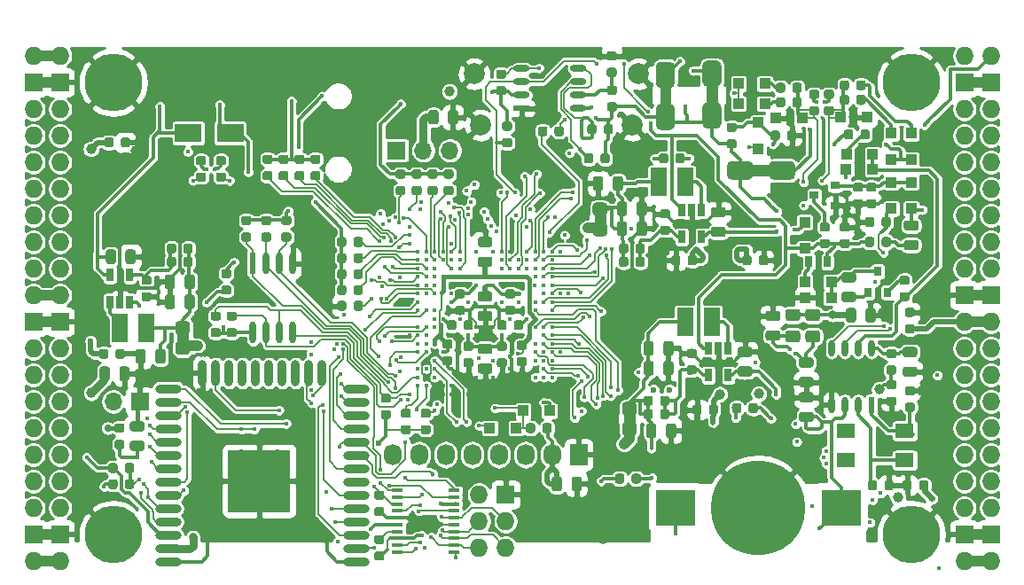
<source format=gbl>
G04 #@! TF.GenerationSoftware,KiCad,Pcbnew,5.1.6+dfsg1-1*
G04 #@! TF.CreationDate,2020-07-12T16:44:21+02:00*
G04 #@! TF.ProjectId,ulx3s,756c7833-732e-46b6-9963-61645f706362,v3.1.1*
G04 #@! TF.SameCoordinates,Original*
G04 #@! TF.FileFunction,Copper,L4,Bot*
G04 #@! TF.FilePolarity,Positive*
%FSLAX46Y46*%
G04 Gerber Fmt 4.6, Leading zero omitted, Abs format (unit mm)*
G04 Created by KiCad (PCBNEW 5.1.6+dfsg1-1) date 2020-07-12 16:44:21*
%MOMM*%
%LPD*%
G01*
G04 APERTURE LIST*
G04 #@! TA.AperFunction,EtchedComponent*
%ADD10C,0.100000*%
G04 #@! TD*
G04 #@! TA.AperFunction,ComponentPad*
%ADD11O,1.727200X2.032000*%
G04 #@! TD*
G04 #@! TA.AperFunction,ComponentPad*
%ADD12R,1.727200X2.032000*%
G04 #@! TD*
G04 #@! TA.AperFunction,SMDPad,CuDef*
%ADD13R,6.000000X6.000000*%
G04 #@! TD*
G04 #@! TA.AperFunction,SMDPad,CuDef*
%ADD14O,2.500000X0.900000*%
G04 #@! TD*
G04 #@! TA.AperFunction,SMDPad,CuDef*
%ADD15O,0.900000X2.500000*%
G04 #@! TD*
G04 #@! TA.AperFunction,SMDPad,CuDef*
%ADD16R,3.700000X3.500000*%
G04 #@! TD*
G04 #@! TA.AperFunction,SMDPad,CuDef*
%ADD17C,9.000000*%
G04 #@! TD*
G04 #@! TA.AperFunction,SMDPad,CuDef*
%ADD18O,1.100000X0.400000*%
G04 #@! TD*
G04 #@! TA.AperFunction,SMDPad,CuDef*
%ADD19R,1.100000X0.400000*%
G04 #@! TD*
G04 #@! TA.AperFunction,SMDPad,CuDef*
%ADD20R,1.500000X2.700000*%
G04 #@! TD*
G04 #@! TA.AperFunction,SMDPad,CuDef*
%ADD21R,1.800000X1.400000*%
G04 #@! TD*
G04 #@! TA.AperFunction,ComponentPad*
%ADD22C,2.000000*%
G04 #@! TD*
G04 #@! TA.AperFunction,SMDPad,CuDef*
%ADD23R,0.900000X0.800000*%
G04 #@! TD*
G04 #@! TA.AperFunction,SMDPad,CuDef*
%ADD24R,1.000000X1.000000*%
G04 #@! TD*
G04 #@! TA.AperFunction,SMDPad,CuDef*
%ADD25R,0.700000X1.200000*%
G04 #@! TD*
G04 #@! TA.AperFunction,SMDPad,CuDef*
%ADD26R,0.600000X1.550000*%
G04 #@! TD*
G04 #@! TA.AperFunction,SMDPad,CuDef*
%ADD27O,0.600000X1.550000*%
G04 #@! TD*
G04 #@! TA.AperFunction,SMDPad,CuDef*
%ADD28R,1.550000X0.600000*%
G04 #@! TD*
G04 #@! TA.AperFunction,SMDPad,CuDef*
%ADD29O,1.550000X0.600000*%
G04 #@! TD*
G04 #@! TA.AperFunction,SMDPad,CuDef*
%ADD30R,0.600000X2.100000*%
G04 #@! TD*
G04 #@! TA.AperFunction,SMDPad,CuDef*
%ADD31O,0.600000X2.100000*%
G04 #@! TD*
G04 #@! TA.AperFunction,ComponentPad*
%ADD32O,1.727200X1.727200*%
G04 #@! TD*
G04 #@! TA.AperFunction,ComponentPad*
%ADD33R,1.727200X1.727200*%
G04 #@! TD*
G04 #@! TA.AperFunction,ComponentPad*
%ADD34C,5.500000*%
G04 #@! TD*
G04 #@! TA.AperFunction,SMDPad,CuDef*
%ADD35C,0.300000*%
G04 #@! TD*
G04 #@! TA.AperFunction,ComponentPad*
%ADD36R,1.700000X1.700000*%
G04 #@! TD*
G04 #@! TA.AperFunction,ComponentPad*
%ADD37O,1.700000X1.700000*%
G04 #@! TD*
G04 #@! TA.AperFunction,SMDPad,CuDef*
%ADD38R,0.670000X1.000000*%
G04 #@! TD*
G04 #@! TA.AperFunction,SMDPad,CuDef*
%ADD39R,2.500000X1.800000*%
G04 #@! TD*
G04 #@! TA.AperFunction,SMDPad,CuDef*
%ADD40R,0.800000X0.900000*%
G04 #@! TD*
G04 #@! TA.AperFunction,ViaPad*
%ADD41C,2.000000*%
G04 #@! TD*
G04 #@! TA.AperFunction,ViaPad*
%ADD42C,0.419000*%
G04 #@! TD*
G04 #@! TA.AperFunction,ViaPad*
%ADD43C,1.000000*%
G04 #@! TD*
G04 #@! TA.AperFunction,ViaPad*
%ADD44C,0.600000*%
G04 #@! TD*
G04 #@! TA.AperFunction,ViaPad*
%ADD45C,0.500000*%
G04 #@! TD*
G04 #@! TA.AperFunction,ViaPad*
%ADD46C,0.800000*%
G04 #@! TD*
G04 #@! TA.AperFunction,ViaPad*
%ADD47C,0.700000*%
G04 #@! TD*
G04 #@! TA.AperFunction,ViaPad*
%ADD48C,0.454000*%
G04 #@! TD*
G04 #@! TA.AperFunction,Conductor*
%ADD49C,0.300000*%
G04 #@! TD*
G04 #@! TA.AperFunction,Conductor*
%ADD50C,0.400000*%
G04 #@! TD*
G04 #@! TA.AperFunction,Conductor*
%ADD51C,1.000000*%
G04 #@! TD*
G04 #@! TA.AperFunction,Conductor*
%ADD52C,0.600000*%
G04 #@! TD*
G04 #@! TA.AperFunction,Conductor*
%ADD53C,0.127000*%
G04 #@! TD*
G04 #@! TA.AperFunction,Conductor*
%ADD54C,0.190000*%
G04 #@! TD*
G04 #@! TA.AperFunction,Conductor*
%ADD55C,0.500000*%
G04 #@! TD*
G04 #@! TA.AperFunction,Conductor*
%ADD56C,0.800000*%
G04 #@! TD*
G04 #@! TA.AperFunction,Conductor*
%ADD57C,0.700000*%
G04 #@! TD*
G04 #@! TA.AperFunction,Conductor*
%ADD58C,0.200000*%
G04 #@! TD*
G04 #@! TA.AperFunction,Conductor*
%ADD59C,0.254000*%
G04 #@! TD*
G04 APERTURE END LIST*
D10*
G36*
X148972000Y-77911000D02*
G01*
X148972000Y-78711000D01*
X149972000Y-78711000D01*
X149972000Y-77911000D01*
X148972000Y-77911000D01*
G37*
X148972000Y-77911000D02*
X148972000Y-78711000D01*
X149972000Y-78711000D01*
X149972000Y-77911000D01*
X148972000Y-77911000D01*
G36*
X109109000Y-89232000D02*
G01*
X109109000Y-90032000D01*
X110109000Y-90032000D01*
X110109000Y-89232000D01*
X109109000Y-89232000D01*
G37*
X109109000Y-89232000D02*
X109109000Y-90032000D01*
X110109000Y-90032000D01*
X110109000Y-89232000D01*
X109109000Y-89232000D01*
G36*
X151781000Y-96961000D02*
G01*
X151781000Y-97761000D01*
X152781000Y-97761000D01*
X152781000Y-96961000D01*
X151781000Y-96961000D01*
G37*
X151781000Y-96961000D02*
X151781000Y-97761000D01*
X152781000Y-97761000D01*
X152781000Y-96961000D01*
X151781000Y-96961000D01*
G36*
X159655000Y-65491000D02*
G01*
X159655000Y-67291000D01*
X160655000Y-67291000D01*
X160655000Y-65491000D01*
X159655000Y-65491000D01*
G37*
X159655000Y-65491000D02*
X159655000Y-67291000D01*
X160655000Y-67291000D01*
X160655000Y-65491000D01*
X159655000Y-65491000D01*
G36*
X156210000Y-67418000D02*
G01*
X156210000Y-65618000D01*
X155210000Y-65618000D01*
X155210000Y-67418000D01*
X156210000Y-67418000D01*
G37*
X156210000Y-67418000D02*
X156210000Y-65618000D01*
X155210000Y-65618000D01*
X155210000Y-67418000D01*
X156210000Y-67418000D01*
G36*
X165754000Y-73130000D02*
G01*
X163954000Y-73130000D01*
X163954000Y-74130000D01*
X165754000Y-74130000D01*
X165754000Y-73130000D01*
G37*
X165754000Y-73130000D02*
X163954000Y-73130000D01*
X163954000Y-74130000D01*
X165754000Y-74130000D01*
X165754000Y-73130000D01*
D11*
X132200000Y-100790000D03*
X134740000Y-100790000D03*
X137280000Y-100790000D03*
X139820000Y-100790000D03*
X142360000Y-100790000D03*
X144900000Y-100790000D03*
D12*
X147440000Y-100790000D03*
D11*
X129660000Y-100790000D03*
D13*
X116930000Y-103300000D03*
D14*
X108230000Y-111000000D03*
X108230000Y-109730000D03*
X108230000Y-108460000D03*
X108230000Y-107190000D03*
X108230000Y-105920000D03*
X108230000Y-104650000D03*
X108230000Y-103380000D03*
X108230000Y-102110000D03*
X108230000Y-100840000D03*
X108230000Y-99570000D03*
X108230000Y-98300000D03*
X108230000Y-97030000D03*
X108230000Y-95760000D03*
X108230000Y-94490000D03*
D15*
X111515000Y-93000000D03*
X112785000Y-93000000D03*
X114055000Y-93000000D03*
X115325000Y-93000000D03*
X116595000Y-93000000D03*
X117865000Y-93000000D03*
X119135000Y-93000000D03*
X120405000Y-93000000D03*
X121675000Y-93000000D03*
X122945000Y-93000000D03*
D14*
X126230000Y-94490000D03*
X126230000Y-95760000D03*
X126230000Y-97030000D03*
X126230000Y-98300000D03*
X126230000Y-99570000D03*
X126230000Y-100840000D03*
X126230000Y-102110000D03*
X126230000Y-103380000D03*
X126230000Y-104650000D03*
X126230000Y-105920000D03*
X126230000Y-107190000D03*
X126230000Y-108460000D03*
X126230000Y-109730000D03*
X126230000Y-111000000D03*
D16*
X172485000Y-105870000D03*
X156685000Y-105870000D03*
D17*
X164585000Y-105870000D03*
G04 #@! TA.AperFunction,SMDPad,CuDef*
G36*
G01*
X149095750Y-78631000D02*
X149848250Y-78631000D01*
G75*
G02*
X150172000Y-78954750I0J-323750D01*
G01*
X150172000Y-79602250D01*
G75*
G02*
X149848250Y-79926000I-323750J0D01*
G01*
X149095750Y-79926000D01*
G75*
G02*
X148772000Y-79602250I0J323750D01*
G01*
X148772000Y-78954750D01*
G75*
G02*
X149095750Y-78631000I323750J0D01*
G01*
G37*
G04 #@! TD.AperFunction*
G04 #@! TA.AperFunction,SMDPad,CuDef*
G36*
G01*
X149095750Y-76696000D02*
X149848250Y-76696000D01*
G75*
G02*
X150172000Y-77019750I0J-323750D01*
G01*
X150172000Y-77667250D01*
G75*
G02*
X149848250Y-77991000I-323750J0D01*
G01*
X149095750Y-77991000D01*
G75*
G02*
X148772000Y-77667250I0J323750D01*
G01*
X148772000Y-77019750D01*
G75*
G02*
X149095750Y-76696000I323750J0D01*
G01*
G37*
G04 #@! TD.AperFunction*
G04 #@! TA.AperFunction,SMDPad,CuDef*
G36*
G01*
X109232750Y-89952000D02*
X109985250Y-89952000D01*
G75*
G02*
X110309000Y-90275750I0J-323750D01*
G01*
X110309000Y-90923250D01*
G75*
G02*
X109985250Y-91247000I-323750J0D01*
G01*
X109232750Y-91247000D01*
G75*
G02*
X108909000Y-90923250I0J323750D01*
G01*
X108909000Y-90275750D01*
G75*
G02*
X109232750Y-89952000I323750J0D01*
G01*
G37*
G04 #@! TD.AperFunction*
G04 #@! TA.AperFunction,SMDPad,CuDef*
G36*
G01*
X109232750Y-88017000D02*
X109985250Y-88017000D01*
G75*
G02*
X110309000Y-88340750I0J-323750D01*
G01*
X110309000Y-88988250D01*
G75*
G02*
X109985250Y-89312000I-323750J0D01*
G01*
X109232750Y-89312000D01*
G75*
G02*
X108909000Y-88988250I0J323750D01*
G01*
X108909000Y-88340750D01*
G75*
G02*
X109232750Y-88017000I323750J0D01*
G01*
G37*
G04 #@! TD.AperFunction*
G04 #@! TA.AperFunction,SMDPad,CuDef*
G36*
G01*
X151904750Y-97681000D02*
X152657250Y-97681000D01*
G75*
G02*
X152981000Y-98004750I0J-323750D01*
G01*
X152981000Y-98652250D01*
G75*
G02*
X152657250Y-98976000I-323750J0D01*
G01*
X151904750Y-98976000D01*
G75*
G02*
X151581000Y-98652250I0J323750D01*
G01*
X151581000Y-98004750D01*
G75*
G02*
X151904750Y-97681000I323750J0D01*
G01*
G37*
G04 #@! TD.AperFunction*
G04 #@! TA.AperFunction,SMDPad,CuDef*
G36*
G01*
X151904750Y-95746000D02*
X152657250Y-95746000D01*
G75*
G02*
X152981000Y-96069750I0J-323750D01*
G01*
X152981000Y-96717250D01*
G75*
G02*
X152657250Y-97041000I-323750J0D01*
G01*
X151904750Y-97041000D01*
G75*
G02*
X151581000Y-96717250I0J323750D01*
G01*
X151581000Y-96069750D01*
G75*
G02*
X151904750Y-95746000I323750J0D01*
G01*
G37*
G04 #@! TD.AperFunction*
G04 #@! TA.AperFunction,SMDPad,CuDef*
G36*
G01*
X159705000Y-67141000D02*
X160605000Y-67141000D01*
G75*
G02*
X161055000Y-67591000I0J-450000D01*
G01*
X161055000Y-69191000D01*
G75*
G02*
X160605000Y-69641000I-450000J0D01*
G01*
X159705000Y-69641000D01*
G75*
G02*
X159255000Y-69191000I0J450000D01*
G01*
X159255000Y-67591000D01*
G75*
G02*
X159705000Y-67141000I450000J0D01*
G01*
G37*
G04 #@! TD.AperFunction*
G04 #@! TA.AperFunction,SMDPad,CuDef*
G36*
G01*
X159705000Y-63141000D02*
X160605000Y-63141000D01*
G75*
G02*
X161055000Y-63591000I0J-450000D01*
G01*
X161055000Y-65191000D01*
G75*
G02*
X160605000Y-65641000I-450000J0D01*
G01*
X159705000Y-65641000D01*
G75*
G02*
X159255000Y-65191000I0J450000D01*
G01*
X159255000Y-63591000D01*
G75*
G02*
X159705000Y-63141000I450000J0D01*
G01*
G37*
G04 #@! TD.AperFunction*
G04 #@! TA.AperFunction,SMDPad,CuDef*
G36*
G01*
X156160000Y-65768000D02*
X155260000Y-65768000D01*
G75*
G02*
X154810000Y-65318000I0J450000D01*
G01*
X154810000Y-63718000D01*
G75*
G02*
X155260000Y-63268000I450000J0D01*
G01*
X156160000Y-63268000D01*
G75*
G02*
X156610000Y-63718000I0J-450000D01*
G01*
X156610000Y-65318000D01*
G75*
G02*
X156160000Y-65768000I-450000J0D01*
G01*
G37*
G04 #@! TD.AperFunction*
G04 #@! TA.AperFunction,SMDPad,CuDef*
G36*
G01*
X156160000Y-69768000D02*
X155260000Y-69768000D01*
G75*
G02*
X154810000Y-69318000I0J450000D01*
G01*
X154810000Y-67718000D01*
G75*
G02*
X155260000Y-67268000I450000J0D01*
G01*
X156160000Y-67268000D01*
G75*
G02*
X156610000Y-67718000I0J-450000D01*
G01*
X156610000Y-69318000D01*
G75*
G02*
X156160000Y-69768000I-450000J0D01*
G01*
G37*
G04 #@! TD.AperFunction*
G04 #@! TA.AperFunction,SMDPad,CuDef*
G36*
G01*
X164104000Y-73180000D02*
X164104000Y-74080000D01*
G75*
G02*
X163654000Y-74530000I-450000J0D01*
G01*
X162054000Y-74530000D01*
G75*
G02*
X161604000Y-74080000I0J450000D01*
G01*
X161604000Y-73180000D01*
G75*
G02*
X162054000Y-72730000I450000J0D01*
G01*
X163654000Y-72730000D01*
G75*
G02*
X164104000Y-73180000I0J-450000D01*
G01*
G37*
G04 #@! TD.AperFunction*
G04 #@! TA.AperFunction,SMDPad,CuDef*
G36*
G01*
X168104000Y-73180000D02*
X168104000Y-74080000D01*
G75*
G02*
X167654000Y-74530000I-450000J0D01*
G01*
X166054000Y-74530000D01*
G75*
G02*
X165604000Y-74080000I0J450000D01*
G01*
X165604000Y-73180000D01*
G75*
G02*
X166054000Y-72730000I450000J0D01*
G01*
X167654000Y-72730000D01*
G75*
G02*
X168104000Y-73180000I0J-450000D01*
G01*
G37*
G04 #@! TD.AperFunction*
D18*
X130135000Y-104215000D03*
X130135000Y-104865000D03*
X130135000Y-105515000D03*
X130135000Y-106165000D03*
X130135000Y-106815000D03*
X130135000Y-107465000D03*
X130135000Y-108115000D03*
X130135000Y-108765000D03*
X130135000Y-109415000D03*
X130135000Y-110065000D03*
X135535000Y-110065000D03*
X135535000Y-109415000D03*
X135535000Y-108765000D03*
X135535000Y-108115000D03*
X135535000Y-107465000D03*
X135535000Y-106815000D03*
X135535000Y-106165000D03*
X135535000Y-105515000D03*
X135535000Y-104865000D03*
D19*
X135535000Y-104215000D03*
D20*
X157600000Y-74755000D03*
X155060000Y-74755000D03*
X160140000Y-88090000D03*
X157600000Y-88090000D03*
X103625000Y-88725000D03*
X106165000Y-88725000D03*
D21*
X178576000Y-98522000D03*
X172976000Y-98522000D03*
X172976000Y-101322000D03*
X178576000Y-101322000D03*
D22*
X152546000Y-69312000D03*
X138046000Y-69312000D03*
X153146000Y-64412000D03*
X137446000Y-64412000D03*
G04 #@! TA.AperFunction,SMDPad,CuDef*
G36*
G01*
X104153500Y-82341250D02*
X104153500Y-81428750D01*
G75*
G02*
X104397250Y-81185000I243750J0D01*
G01*
X104884750Y-81185000D01*
G75*
G02*
X105128500Y-81428750I0J-243750D01*
G01*
X105128500Y-82341250D01*
G75*
G02*
X104884750Y-82585000I-243750J0D01*
G01*
X104397250Y-82585000D01*
G75*
G02*
X104153500Y-82341250I0J243750D01*
G01*
G37*
G04 #@! TD.AperFunction*
G04 #@! TA.AperFunction,SMDPad,CuDef*
G36*
G01*
X102278500Y-82341250D02*
X102278500Y-81428750D01*
G75*
G02*
X102522250Y-81185000I243750J0D01*
G01*
X103009750Y-81185000D01*
G75*
G02*
X103253500Y-81428750I0J-243750D01*
G01*
X103253500Y-82341250D01*
G75*
G02*
X103009750Y-82585000I-243750J0D01*
G01*
X102522250Y-82585000D01*
G75*
G02*
X102278500Y-82341250I0J243750D01*
G01*
G37*
G04 #@! TD.AperFunction*
G04 #@! TA.AperFunction,SMDPad,CuDef*
G36*
G01*
X128133750Y-110030000D02*
X128646250Y-110030000D01*
G75*
G02*
X128865000Y-110248750I0J-218750D01*
G01*
X128865000Y-110686250D01*
G75*
G02*
X128646250Y-110905000I-218750J0D01*
G01*
X128133750Y-110905000D01*
G75*
G02*
X127915000Y-110686250I0J218750D01*
G01*
X127915000Y-110248750D01*
G75*
G02*
X128133750Y-110030000I218750J0D01*
G01*
G37*
G04 #@! TD.AperFunction*
G04 #@! TA.AperFunction,SMDPad,CuDef*
G36*
G01*
X128133750Y-108455000D02*
X128646250Y-108455000D01*
G75*
G02*
X128865000Y-108673750I0J-218750D01*
G01*
X128865000Y-109111250D01*
G75*
G02*
X128646250Y-109330000I-218750J0D01*
G01*
X128133750Y-109330000D01*
G75*
G02*
X127915000Y-109111250I0J218750D01*
G01*
X127915000Y-108673750D01*
G75*
G02*
X128133750Y-108455000I218750J0D01*
G01*
G37*
G04 #@! TD.AperFunction*
G04 #@! TA.AperFunction,SMDPad,CuDef*
G36*
G01*
X128646250Y-105096000D02*
X128133750Y-105096000D01*
G75*
G02*
X127915000Y-104877250I0J218750D01*
G01*
X127915000Y-104439750D01*
G75*
G02*
X128133750Y-104221000I218750J0D01*
G01*
X128646250Y-104221000D01*
G75*
G02*
X128865000Y-104439750I0J-218750D01*
G01*
X128865000Y-104877250D01*
G75*
G02*
X128646250Y-105096000I-218750J0D01*
G01*
G37*
G04 #@! TD.AperFunction*
G04 #@! TA.AperFunction,SMDPad,CuDef*
G36*
G01*
X128646250Y-106671000D02*
X128133750Y-106671000D01*
G75*
G02*
X127915000Y-106452250I0J218750D01*
G01*
X127915000Y-106014750D01*
G75*
G02*
X128133750Y-105796000I218750J0D01*
G01*
X128646250Y-105796000D01*
G75*
G02*
X128865000Y-106014750I0J-218750D01*
G01*
X128865000Y-106452250D01*
G75*
G02*
X128646250Y-106671000I-218750J0D01*
G01*
G37*
G04 #@! TD.AperFunction*
G04 #@! TA.AperFunction,SMDPad,CuDef*
G36*
G01*
X133091250Y-97265000D02*
X132578750Y-97265000D01*
G75*
G02*
X132360000Y-97046250I0J218750D01*
G01*
X132360000Y-96608750D01*
G75*
G02*
X132578750Y-96390000I218750J0D01*
G01*
X133091250Y-96390000D01*
G75*
G02*
X133310000Y-96608750I0J-218750D01*
G01*
X133310000Y-97046250D01*
G75*
G02*
X133091250Y-97265000I-218750J0D01*
G01*
G37*
G04 #@! TD.AperFunction*
G04 #@! TA.AperFunction,SMDPad,CuDef*
G36*
G01*
X133091250Y-98840000D02*
X132578750Y-98840000D01*
G75*
G02*
X132360000Y-98621250I0J218750D01*
G01*
X132360000Y-98183750D01*
G75*
G02*
X132578750Y-97965000I218750J0D01*
G01*
X133091250Y-97965000D01*
G75*
G02*
X133310000Y-98183750I0J-218750D01*
G01*
X133310000Y-98621250D01*
G75*
G02*
X133091250Y-98840000I-218750J0D01*
G01*
G37*
G04 #@! TD.AperFunction*
G04 #@! TA.AperFunction,SMDPad,CuDef*
G36*
G01*
X131186250Y-97265000D02*
X130673750Y-97265000D01*
G75*
G02*
X130455000Y-97046250I0J218750D01*
G01*
X130455000Y-96608750D01*
G75*
G02*
X130673750Y-96390000I218750J0D01*
G01*
X131186250Y-96390000D01*
G75*
G02*
X131405000Y-96608750I0J-218750D01*
G01*
X131405000Y-97046250D01*
G75*
G02*
X131186250Y-97265000I-218750J0D01*
G01*
G37*
G04 #@! TD.AperFunction*
G04 #@! TA.AperFunction,SMDPad,CuDef*
G36*
G01*
X131186250Y-98840000D02*
X130673750Y-98840000D01*
G75*
G02*
X130455000Y-98621250I0J218750D01*
G01*
X130455000Y-98183750D01*
G75*
G02*
X130673750Y-97965000I218750J0D01*
G01*
X131186250Y-97965000D01*
G75*
G02*
X131405000Y-98183750I0J-218750D01*
G01*
X131405000Y-98621250D01*
G75*
G02*
X131186250Y-98840000I-218750J0D01*
G01*
G37*
G04 #@! TD.AperFunction*
G04 #@! TA.AperFunction,SMDPad,CuDef*
G36*
G01*
X129281250Y-95825000D02*
X128768750Y-95825000D01*
G75*
G02*
X128550000Y-95606250I0J218750D01*
G01*
X128550000Y-95168750D01*
G75*
G02*
X128768750Y-94950000I218750J0D01*
G01*
X129281250Y-94950000D01*
G75*
G02*
X129500000Y-95168750I0J-218750D01*
G01*
X129500000Y-95606250D01*
G75*
G02*
X129281250Y-95825000I-218750J0D01*
G01*
G37*
G04 #@! TD.AperFunction*
G04 #@! TA.AperFunction,SMDPad,CuDef*
G36*
G01*
X129281250Y-97400000D02*
X128768750Y-97400000D01*
G75*
G02*
X128550000Y-97181250I0J218750D01*
G01*
X128550000Y-96743750D01*
G75*
G02*
X128768750Y-96525000I218750J0D01*
G01*
X129281250Y-96525000D01*
G75*
G02*
X129500000Y-96743750I0J-218750D01*
G01*
X129500000Y-97181250D01*
G75*
G02*
X129281250Y-97400000I-218750J0D01*
G01*
G37*
G04 #@! TD.AperFunction*
G04 #@! TA.AperFunction,SMDPad,CuDef*
G36*
G01*
X167856000Y-65994250D02*
X167856000Y-65481750D01*
G75*
G02*
X168074750Y-65263000I218750J0D01*
G01*
X168512250Y-65263000D01*
G75*
G02*
X168731000Y-65481750I0J-218750D01*
G01*
X168731000Y-65994250D01*
G75*
G02*
X168512250Y-66213000I-218750J0D01*
G01*
X168074750Y-66213000D01*
G75*
G02*
X167856000Y-65994250I0J218750D01*
G01*
G37*
G04 #@! TD.AperFunction*
G04 #@! TA.AperFunction,SMDPad,CuDef*
G36*
G01*
X166281000Y-65994250D02*
X166281000Y-65481750D01*
G75*
G02*
X166499750Y-65263000I218750J0D01*
G01*
X166937250Y-65263000D01*
G75*
G02*
X167156000Y-65481750I0J-218750D01*
G01*
X167156000Y-65994250D01*
G75*
G02*
X166937250Y-66213000I-218750J0D01*
G01*
X166499750Y-66213000D01*
G75*
G02*
X166281000Y-65994250I0J218750D01*
G01*
G37*
G04 #@! TD.AperFunction*
G04 #@! TA.AperFunction,SMDPad,CuDef*
G36*
G01*
X104102000Y-103856250D02*
X104102000Y-103343750D01*
G75*
G02*
X104320750Y-103125000I218750J0D01*
G01*
X104758250Y-103125000D01*
G75*
G02*
X104977000Y-103343750I0J-218750D01*
G01*
X104977000Y-103856250D01*
G75*
G02*
X104758250Y-104075000I-218750J0D01*
G01*
X104320750Y-104075000D01*
G75*
G02*
X104102000Y-103856250I0J218750D01*
G01*
G37*
G04 #@! TD.AperFunction*
G04 #@! TA.AperFunction,SMDPad,CuDef*
G36*
G01*
X102527000Y-103856250D02*
X102527000Y-103343750D01*
G75*
G02*
X102745750Y-103125000I218750J0D01*
G01*
X103183250Y-103125000D01*
G75*
G02*
X103402000Y-103343750I0J-218750D01*
G01*
X103402000Y-103856250D01*
G75*
G02*
X103183250Y-104075000I-218750J0D01*
G01*
X102745750Y-104075000D01*
G75*
G02*
X102527000Y-103856250I0J218750D01*
G01*
G37*
G04 #@! TD.AperFunction*
G04 #@! TA.AperFunction,SMDPad,CuDef*
G36*
G01*
X103402000Y-101803750D02*
X103402000Y-102316250D01*
G75*
G02*
X103183250Y-102535000I-218750J0D01*
G01*
X102745750Y-102535000D01*
G75*
G02*
X102527000Y-102316250I0J218750D01*
G01*
X102527000Y-101803750D01*
G75*
G02*
X102745750Y-101585000I218750J0D01*
G01*
X103183250Y-101585000D01*
G75*
G02*
X103402000Y-101803750I0J-218750D01*
G01*
G37*
G04 #@! TD.AperFunction*
G04 #@! TA.AperFunction,SMDPad,CuDef*
G36*
G01*
X104977000Y-101803750D02*
X104977000Y-102316250D01*
G75*
G02*
X104758250Y-102535000I-218750J0D01*
G01*
X104320750Y-102535000D01*
G75*
G02*
X104102000Y-102316250I0J218750D01*
G01*
X104102000Y-101803750D01*
G75*
G02*
X104320750Y-101585000I218750J0D01*
G01*
X104758250Y-101585000D01*
G75*
G02*
X104977000Y-101803750I0J-218750D01*
G01*
G37*
G04 #@! TD.AperFunction*
G04 #@! TA.AperFunction,SMDPad,CuDef*
G36*
G01*
X105732250Y-98562000D02*
X104819750Y-98562000D01*
G75*
G02*
X104576000Y-98318250I0J243750D01*
G01*
X104576000Y-97830750D01*
G75*
G02*
X104819750Y-97587000I243750J0D01*
G01*
X105732250Y-97587000D01*
G75*
G02*
X105976000Y-97830750I0J-243750D01*
G01*
X105976000Y-98318250D01*
G75*
G02*
X105732250Y-98562000I-243750J0D01*
G01*
G37*
G04 #@! TD.AperFunction*
G04 #@! TA.AperFunction,SMDPad,CuDef*
G36*
G01*
X105732250Y-100437000D02*
X104819750Y-100437000D01*
G75*
G02*
X104576000Y-100193250I0J243750D01*
G01*
X104576000Y-99705750D01*
G75*
G02*
X104819750Y-99462000I243750J0D01*
G01*
X105732250Y-99462000D01*
G75*
G02*
X105976000Y-99705750I0J-243750D01*
G01*
X105976000Y-100193250D01*
G75*
G02*
X105732250Y-100437000I-243750J0D01*
G01*
G37*
G04 #@! TD.AperFunction*
G04 #@! TA.AperFunction,SMDPad,CuDef*
G36*
G01*
X103832750Y-98680000D02*
X103320250Y-98680000D01*
G75*
G02*
X103101500Y-98461250I0J218750D01*
G01*
X103101500Y-98023750D01*
G75*
G02*
X103320250Y-97805000I218750J0D01*
G01*
X103832750Y-97805000D01*
G75*
G02*
X104051500Y-98023750I0J-218750D01*
G01*
X104051500Y-98461250D01*
G75*
G02*
X103832750Y-98680000I-218750J0D01*
G01*
G37*
G04 #@! TD.AperFunction*
G04 #@! TA.AperFunction,SMDPad,CuDef*
G36*
G01*
X103832750Y-100255000D02*
X103320250Y-100255000D01*
G75*
G02*
X103101500Y-100036250I0J218750D01*
G01*
X103101500Y-99598750D01*
G75*
G02*
X103320250Y-99380000I218750J0D01*
G01*
X103832750Y-99380000D01*
G75*
G02*
X104051500Y-99598750I0J-218750D01*
G01*
X104051500Y-100036250D01*
G75*
G02*
X103832750Y-100255000I-218750J0D01*
G01*
G37*
G04 #@! TD.AperFunction*
G04 #@! TA.AperFunction,SMDPad,CuDef*
G36*
G01*
X103567000Y-93517250D02*
X103567000Y-92604750D01*
G75*
G02*
X103810750Y-92361000I243750J0D01*
G01*
X104298250Y-92361000D01*
G75*
G02*
X104542000Y-92604750I0J-243750D01*
G01*
X104542000Y-93517250D01*
G75*
G02*
X104298250Y-93761000I-243750J0D01*
G01*
X103810750Y-93761000D01*
G75*
G02*
X103567000Y-93517250I0J243750D01*
G01*
G37*
G04 #@! TD.AperFunction*
G04 #@! TA.AperFunction,SMDPad,CuDef*
G36*
G01*
X101692000Y-93517250D02*
X101692000Y-92604750D01*
G75*
G02*
X101935750Y-92361000I243750J0D01*
G01*
X102423250Y-92361000D01*
G75*
G02*
X102667000Y-92604750I0J-243750D01*
G01*
X102667000Y-93517250D01*
G75*
G02*
X102423250Y-93761000I-243750J0D01*
G01*
X101935750Y-93761000D01*
G75*
G02*
X101692000Y-93517250I0J243750D01*
G01*
G37*
G04 #@! TD.AperFunction*
G04 #@! TA.AperFunction,SMDPad,CuDef*
G36*
G01*
X103213000Y-91412250D02*
X103213000Y-90899750D01*
G75*
G02*
X103431750Y-90681000I218750J0D01*
G01*
X103869250Y-90681000D01*
G75*
G02*
X104088000Y-90899750I0J-218750D01*
G01*
X104088000Y-91412250D01*
G75*
G02*
X103869250Y-91631000I-218750J0D01*
G01*
X103431750Y-91631000D01*
G75*
G02*
X103213000Y-91412250I0J218750D01*
G01*
G37*
G04 #@! TD.AperFunction*
G04 #@! TA.AperFunction,SMDPad,CuDef*
G36*
G01*
X101638000Y-91412250D02*
X101638000Y-90899750D01*
G75*
G02*
X101856750Y-90681000I218750J0D01*
G01*
X102294250Y-90681000D01*
G75*
G02*
X102513000Y-90899750I0J-218750D01*
G01*
X102513000Y-91412250D01*
G75*
G02*
X102294250Y-91631000I-218750J0D01*
G01*
X101856750Y-91631000D01*
G75*
G02*
X101638000Y-91412250I0J218750D01*
G01*
G37*
G04 #@! TD.AperFunction*
G04 #@! TA.AperFunction,SMDPad,CuDef*
G36*
G01*
X106096000Y-90935750D02*
X106096000Y-91848250D01*
G75*
G02*
X105852250Y-92092000I-243750J0D01*
G01*
X105364750Y-92092000D01*
G75*
G02*
X105121000Y-91848250I0J243750D01*
G01*
X105121000Y-90935750D01*
G75*
G02*
X105364750Y-90692000I243750J0D01*
G01*
X105852250Y-90692000D01*
G75*
G02*
X106096000Y-90935750I0J-243750D01*
G01*
G37*
G04 #@! TD.AperFunction*
G04 #@! TA.AperFunction,SMDPad,CuDef*
G36*
G01*
X107971000Y-90935750D02*
X107971000Y-91848250D01*
G75*
G02*
X107727250Y-92092000I-243750J0D01*
G01*
X107239750Y-92092000D01*
G75*
G02*
X106996000Y-91848250I0J243750D01*
G01*
X106996000Y-90935750D01*
G75*
G02*
X107239750Y-90692000I243750J0D01*
G01*
X107727250Y-90692000D01*
G75*
G02*
X107971000Y-90935750I0J-243750D01*
G01*
G37*
G04 #@! TD.AperFunction*
G04 #@! TA.AperFunction,SMDPad,CuDef*
G36*
G01*
X106421250Y-84565000D02*
X105908750Y-84565000D01*
G75*
G02*
X105690000Y-84346250I0J218750D01*
G01*
X105690000Y-83908750D01*
G75*
G02*
X105908750Y-83690000I218750J0D01*
G01*
X106421250Y-83690000D01*
G75*
G02*
X106640000Y-83908750I0J-218750D01*
G01*
X106640000Y-84346250D01*
G75*
G02*
X106421250Y-84565000I-218750J0D01*
G01*
G37*
G04 #@! TD.AperFunction*
G04 #@! TA.AperFunction,SMDPad,CuDef*
G36*
G01*
X106421250Y-86140000D02*
X105908750Y-86140000D01*
G75*
G02*
X105690000Y-85921250I0J218750D01*
G01*
X105690000Y-85483750D01*
G75*
G02*
X105908750Y-85265000I218750J0D01*
G01*
X106421250Y-85265000D01*
G75*
G02*
X106640000Y-85483750I0J-218750D01*
G01*
X106640000Y-85921250D01*
G75*
G02*
X106421250Y-86140000I-218750J0D01*
G01*
G37*
G04 #@! TD.AperFunction*
G04 #@! TA.AperFunction,SMDPad,CuDef*
G36*
G01*
X108890000Y-85728750D02*
X108890000Y-86641250D01*
G75*
G02*
X108646250Y-86885000I-243750J0D01*
G01*
X108158750Y-86885000D01*
G75*
G02*
X107915000Y-86641250I0J243750D01*
G01*
X107915000Y-85728750D01*
G75*
G02*
X108158750Y-85485000I243750J0D01*
G01*
X108646250Y-85485000D01*
G75*
G02*
X108890000Y-85728750I0J-243750D01*
G01*
G37*
G04 #@! TD.AperFunction*
G04 #@! TA.AperFunction,SMDPad,CuDef*
G36*
G01*
X110765000Y-85728750D02*
X110765000Y-86641250D01*
G75*
G02*
X110521250Y-86885000I-243750J0D01*
G01*
X110033750Y-86885000D01*
G75*
G02*
X109790000Y-86641250I0J243750D01*
G01*
X109790000Y-85728750D01*
G75*
G02*
X110033750Y-85485000I243750J0D01*
G01*
X110521250Y-85485000D01*
G75*
G02*
X110765000Y-85728750I0J-243750D01*
G01*
G37*
G04 #@! TD.AperFunction*
G04 #@! TA.AperFunction,SMDPad,CuDef*
G36*
G01*
X108890000Y-83823750D02*
X108890000Y-84736250D01*
G75*
G02*
X108646250Y-84980000I-243750J0D01*
G01*
X108158750Y-84980000D01*
G75*
G02*
X107915000Y-84736250I0J243750D01*
G01*
X107915000Y-83823750D01*
G75*
G02*
X108158750Y-83580000I243750J0D01*
G01*
X108646250Y-83580000D01*
G75*
G02*
X108890000Y-83823750I0J-243750D01*
G01*
G37*
G04 #@! TD.AperFunction*
G04 #@! TA.AperFunction,SMDPad,CuDef*
G36*
G01*
X110765000Y-83823750D02*
X110765000Y-84736250D01*
G75*
G02*
X110521250Y-84980000I-243750J0D01*
G01*
X110033750Y-84980000D01*
G75*
G02*
X109790000Y-84736250I0J243750D01*
G01*
X109790000Y-83823750D01*
G75*
G02*
X110033750Y-83580000I243750J0D01*
G01*
X110521250Y-83580000D01*
G75*
G02*
X110765000Y-83823750I0J-243750D01*
G01*
G37*
G04 #@! TD.AperFunction*
G04 #@! TA.AperFunction,SMDPad,CuDef*
G36*
G01*
X108990000Y-82118750D02*
X108990000Y-82631250D01*
G75*
G02*
X108771250Y-82850000I-218750J0D01*
G01*
X108333750Y-82850000D01*
G75*
G02*
X108115000Y-82631250I0J218750D01*
G01*
X108115000Y-82118750D01*
G75*
G02*
X108333750Y-81900000I218750J0D01*
G01*
X108771250Y-81900000D01*
G75*
G02*
X108990000Y-82118750I0J-218750D01*
G01*
G37*
G04 #@! TD.AperFunction*
G04 #@! TA.AperFunction,SMDPad,CuDef*
G36*
G01*
X110565000Y-82118750D02*
X110565000Y-82631250D01*
G75*
G02*
X110346250Y-82850000I-218750J0D01*
G01*
X109908750Y-82850000D01*
G75*
G02*
X109690000Y-82631250I0J218750D01*
G01*
X109690000Y-82118750D01*
G75*
G02*
X109908750Y-81900000I218750J0D01*
G01*
X110346250Y-81900000D01*
G75*
G02*
X110565000Y-82118750I0J-218750D01*
G01*
G37*
G04 #@! TD.AperFunction*
G04 #@! TA.AperFunction,SMDPad,CuDef*
G36*
G01*
X108990000Y-80848750D02*
X108990000Y-81361250D01*
G75*
G02*
X108771250Y-81580000I-218750J0D01*
G01*
X108333750Y-81580000D01*
G75*
G02*
X108115000Y-81361250I0J218750D01*
G01*
X108115000Y-80848750D01*
G75*
G02*
X108333750Y-80630000I218750J0D01*
G01*
X108771250Y-80630000D01*
G75*
G02*
X108990000Y-80848750I0J-218750D01*
G01*
G37*
G04 #@! TD.AperFunction*
G04 #@! TA.AperFunction,SMDPad,CuDef*
G36*
G01*
X110565000Y-80848750D02*
X110565000Y-81361250D01*
G75*
G02*
X110346250Y-81580000I-218750J0D01*
G01*
X109908750Y-81580000D01*
G75*
G02*
X109690000Y-81361250I0J218750D01*
G01*
X109690000Y-80848750D01*
G75*
G02*
X109908750Y-80630000I218750J0D01*
G01*
X110346250Y-80630000D01*
G75*
G02*
X110565000Y-80848750I0J-218750D01*
G01*
G37*
G04 #@! TD.AperFunction*
G04 #@! TA.AperFunction,SMDPad,CuDef*
G36*
G01*
X113040250Y-87994000D02*
X112527750Y-87994000D01*
G75*
G02*
X112309000Y-87775250I0J218750D01*
G01*
X112309000Y-87337750D01*
G75*
G02*
X112527750Y-87119000I218750J0D01*
G01*
X113040250Y-87119000D01*
G75*
G02*
X113259000Y-87337750I0J-218750D01*
G01*
X113259000Y-87775250D01*
G75*
G02*
X113040250Y-87994000I-218750J0D01*
G01*
G37*
G04 #@! TD.AperFunction*
G04 #@! TA.AperFunction,SMDPad,CuDef*
G36*
G01*
X113040250Y-89569000D02*
X112527750Y-89569000D01*
G75*
G02*
X112309000Y-89350250I0J218750D01*
G01*
X112309000Y-88912750D01*
G75*
G02*
X112527750Y-88694000I218750J0D01*
G01*
X113040250Y-88694000D01*
G75*
G02*
X113259000Y-88912750I0J-218750D01*
G01*
X113259000Y-89350250D01*
G75*
G02*
X113040250Y-89569000I-218750J0D01*
G01*
G37*
G04 #@! TD.AperFunction*
G04 #@! TA.AperFunction,SMDPad,CuDef*
G36*
G01*
X114564250Y-87994000D02*
X114051750Y-87994000D01*
G75*
G02*
X113833000Y-87775250I0J218750D01*
G01*
X113833000Y-87337750D01*
G75*
G02*
X114051750Y-87119000I218750J0D01*
G01*
X114564250Y-87119000D01*
G75*
G02*
X114783000Y-87337750I0J-218750D01*
G01*
X114783000Y-87775250D01*
G75*
G02*
X114564250Y-87994000I-218750J0D01*
G01*
G37*
G04 #@! TD.AperFunction*
G04 #@! TA.AperFunction,SMDPad,CuDef*
G36*
G01*
X114564250Y-89569000D02*
X114051750Y-89569000D01*
G75*
G02*
X113833000Y-89350250I0J218750D01*
G01*
X113833000Y-88912750D01*
G75*
G02*
X114051750Y-88694000I218750J0D01*
G01*
X114564250Y-88694000D01*
G75*
G02*
X114783000Y-88912750I0J-218750D01*
G01*
X114783000Y-89350250D01*
G75*
G02*
X114564250Y-89569000I-218750J0D01*
G01*
G37*
G04 #@! TD.AperFunction*
G04 #@! TA.AperFunction,SMDPad,CuDef*
G36*
G01*
X113528750Y-84630000D02*
X114041250Y-84630000D01*
G75*
G02*
X114260000Y-84848750I0J-218750D01*
G01*
X114260000Y-85286250D01*
G75*
G02*
X114041250Y-85505000I-218750J0D01*
G01*
X113528750Y-85505000D01*
G75*
G02*
X113310000Y-85286250I0J218750D01*
G01*
X113310000Y-84848750D01*
G75*
G02*
X113528750Y-84630000I218750J0D01*
G01*
G37*
G04 #@! TD.AperFunction*
G04 #@! TA.AperFunction,SMDPad,CuDef*
G36*
G01*
X113528750Y-83055000D02*
X114041250Y-83055000D01*
G75*
G02*
X114260000Y-83273750I0J-218750D01*
G01*
X114260000Y-83711250D01*
G75*
G02*
X114041250Y-83930000I-218750J0D01*
G01*
X113528750Y-83930000D01*
G75*
G02*
X113310000Y-83711250I0J218750D01*
G01*
X113310000Y-83273750D01*
G75*
G02*
X113528750Y-83055000I218750J0D01*
G01*
G37*
G04 #@! TD.AperFunction*
G04 #@! TA.AperFunction,SMDPad,CuDef*
G36*
G01*
X115433750Y-79568000D02*
X115946250Y-79568000D01*
G75*
G02*
X116165000Y-79786750I0J-218750D01*
G01*
X116165000Y-80224250D01*
G75*
G02*
X115946250Y-80443000I-218750J0D01*
G01*
X115433750Y-80443000D01*
G75*
G02*
X115215000Y-80224250I0J218750D01*
G01*
X115215000Y-79786750D01*
G75*
G02*
X115433750Y-79568000I218750J0D01*
G01*
G37*
G04 #@! TD.AperFunction*
G04 #@! TA.AperFunction,SMDPad,CuDef*
G36*
G01*
X115433750Y-77993000D02*
X115946250Y-77993000D01*
G75*
G02*
X116165000Y-78211750I0J-218750D01*
G01*
X116165000Y-78649250D01*
G75*
G02*
X115946250Y-78868000I-218750J0D01*
G01*
X115433750Y-78868000D01*
G75*
G02*
X115215000Y-78649250I0J218750D01*
G01*
X115215000Y-78211750D01*
G75*
G02*
X115433750Y-77993000I218750J0D01*
G01*
G37*
G04 #@! TD.AperFunction*
G04 #@! TA.AperFunction,SMDPad,CuDef*
G36*
G01*
X117338750Y-79568000D02*
X117851250Y-79568000D01*
G75*
G02*
X118070000Y-79786750I0J-218750D01*
G01*
X118070000Y-80224250D01*
G75*
G02*
X117851250Y-80443000I-218750J0D01*
G01*
X117338750Y-80443000D01*
G75*
G02*
X117120000Y-80224250I0J218750D01*
G01*
X117120000Y-79786750D01*
G75*
G02*
X117338750Y-79568000I218750J0D01*
G01*
G37*
G04 #@! TD.AperFunction*
G04 #@! TA.AperFunction,SMDPad,CuDef*
G36*
G01*
X117338750Y-77993000D02*
X117851250Y-77993000D01*
G75*
G02*
X118070000Y-78211750I0J-218750D01*
G01*
X118070000Y-78649250D01*
G75*
G02*
X117851250Y-78868000I-218750J0D01*
G01*
X117338750Y-78868000D01*
G75*
G02*
X117120000Y-78649250I0J218750D01*
G01*
X117120000Y-78211750D01*
G75*
G02*
X117338750Y-77993000I218750J0D01*
G01*
G37*
G04 #@! TD.AperFunction*
G04 #@! TA.AperFunction,SMDPad,CuDef*
G36*
G01*
X119258750Y-79568000D02*
X119771250Y-79568000D01*
G75*
G02*
X119990000Y-79786750I0J-218750D01*
G01*
X119990000Y-80224250D01*
G75*
G02*
X119771250Y-80443000I-218750J0D01*
G01*
X119258750Y-80443000D01*
G75*
G02*
X119040000Y-80224250I0J218750D01*
G01*
X119040000Y-79786750D01*
G75*
G02*
X119258750Y-79568000I218750J0D01*
G01*
G37*
G04 #@! TD.AperFunction*
G04 #@! TA.AperFunction,SMDPad,CuDef*
G36*
G01*
X119258750Y-77993000D02*
X119771250Y-77993000D01*
G75*
G02*
X119990000Y-78211750I0J-218750D01*
G01*
X119990000Y-78649250D01*
G75*
G02*
X119771250Y-78868000I-218750J0D01*
G01*
X119258750Y-78868000D01*
G75*
G02*
X119040000Y-78649250I0J218750D01*
G01*
X119040000Y-78211750D01*
G75*
G02*
X119258750Y-77993000I218750J0D01*
G01*
G37*
G04 #@! TD.AperFunction*
G04 #@! TA.AperFunction,SMDPad,CuDef*
G36*
G01*
X125246000Y-80213750D02*
X125246000Y-80726250D01*
G75*
G02*
X125027250Y-80945000I-218750J0D01*
G01*
X124589750Y-80945000D01*
G75*
G02*
X124371000Y-80726250I0J218750D01*
G01*
X124371000Y-80213750D01*
G75*
G02*
X124589750Y-79995000I218750J0D01*
G01*
X125027250Y-79995000D01*
G75*
G02*
X125246000Y-80213750I0J-218750D01*
G01*
G37*
G04 #@! TD.AperFunction*
G04 #@! TA.AperFunction,SMDPad,CuDef*
G36*
G01*
X126821000Y-80213750D02*
X126821000Y-80726250D01*
G75*
G02*
X126602250Y-80945000I-218750J0D01*
G01*
X126164750Y-80945000D01*
G75*
G02*
X125946000Y-80726250I0J218750D01*
G01*
X125946000Y-80213750D01*
G75*
G02*
X126164750Y-79995000I218750J0D01*
G01*
X126602250Y-79995000D01*
G75*
G02*
X126821000Y-80213750I0J-218750D01*
G01*
G37*
G04 #@! TD.AperFunction*
G04 #@! TA.AperFunction,SMDPad,CuDef*
G36*
G01*
X125246000Y-81755750D02*
X125246000Y-82268250D01*
G75*
G02*
X125027250Y-82487000I-218750J0D01*
G01*
X124589750Y-82487000D01*
G75*
G02*
X124371000Y-82268250I0J218750D01*
G01*
X124371000Y-81755750D01*
G75*
G02*
X124589750Y-81537000I218750J0D01*
G01*
X125027250Y-81537000D01*
G75*
G02*
X125246000Y-81755750I0J-218750D01*
G01*
G37*
G04 #@! TD.AperFunction*
G04 #@! TA.AperFunction,SMDPad,CuDef*
G36*
G01*
X126821000Y-81755750D02*
X126821000Y-82268250D01*
G75*
G02*
X126602250Y-82487000I-218750J0D01*
G01*
X126164750Y-82487000D01*
G75*
G02*
X125946000Y-82268250I0J218750D01*
G01*
X125946000Y-81755750D01*
G75*
G02*
X126164750Y-81537000I218750J0D01*
G01*
X126602250Y-81537000D01*
G75*
G02*
X126821000Y-81755750I0J-218750D01*
G01*
G37*
G04 #@! TD.AperFunction*
G04 #@! TA.AperFunction,SMDPad,CuDef*
G36*
G01*
X125246000Y-83279750D02*
X125246000Y-83792250D01*
G75*
G02*
X125027250Y-84011000I-218750J0D01*
G01*
X124589750Y-84011000D01*
G75*
G02*
X124371000Y-83792250I0J218750D01*
G01*
X124371000Y-83279750D01*
G75*
G02*
X124589750Y-83061000I218750J0D01*
G01*
X125027250Y-83061000D01*
G75*
G02*
X125246000Y-83279750I0J-218750D01*
G01*
G37*
G04 #@! TD.AperFunction*
G04 #@! TA.AperFunction,SMDPad,CuDef*
G36*
G01*
X126821000Y-83279750D02*
X126821000Y-83792250D01*
G75*
G02*
X126602250Y-84011000I-218750J0D01*
G01*
X126164750Y-84011000D01*
G75*
G02*
X125946000Y-83792250I0J218750D01*
G01*
X125946000Y-83279750D01*
G75*
G02*
X126164750Y-83061000I218750J0D01*
G01*
X126602250Y-83061000D01*
G75*
G02*
X126821000Y-83279750I0J-218750D01*
G01*
G37*
G04 #@! TD.AperFunction*
G04 #@! TA.AperFunction,SMDPad,CuDef*
G36*
G01*
X125246000Y-84803750D02*
X125246000Y-85316250D01*
G75*
G02*
X125027250Y-85535000I-218750J0D01*
G01*
X124589750Y-85535000D01*
G75*
G02*
X124371000Y-85316250I0J218750D01*
G01*
X124371000Y-84803750D01*
G75*
G02*
X124589750Y-84585000I218750J0D01*
G01*
X125027250Y-84585000D01*
G75*
G02*
X125246000Y-84803750I0J-218750D01*
G01*
G37*
G04 #@! TD.AperFunction*
G04 #@! TA.AperFunction,SMDPad,CuDef*
G36*
G01*
X126821000Y-84803750D02*
X126821000Y-85316250D01*
G75*
G02*
X126602250Y-85535000I-218750J0D01*
G01*
X126164750Y-85535000D01*
G75*
G02*
X125946000Y-85316250I0J218750D01*
G01*
X125946000Y-84803750D01*
G75*
G02*
X126164750Y-84585000I218750J0D01*
G01*
X126602250Y-84585000D01*
G75*
G02*
X126821000Y-84803750I0J-218750D01*
G01*
G37*
G04 #@! TD.AperFunction*
G04 #@! TA.AperFunction,SMDPad,CuDef*
G36*
G01*
X103721000Y-71219250D02*
X103721000Y-70706750D01*
G75*
G02*
X103939750Y-70488000I218750J0D01*
G01*
X104377250Y-70488000D01*
G75*
G02*
X104596000Y-70706750I0J-218750D01*
G01*
X104596000Y-71219250D01*
G75*
G02*
X104377250Y-71438000I-218750J0D01*
G01*
X103939750Y-71438000D01*
G75*
G02*
X103721000Y-71219250I0J218750D01*
G01*
G37*
G04 #@! TD.AperFunction*
G04 #@! TA.AperFunction,SMDPad,CuDef*
G36*
G01*
X102146000Y-71219250D02*
X102146000Y-70706750D01*
G75*
G02*
X102364750Y-70488000I218750J0D01*
G01*
X102802250Y-70488000D01*
G75*
G02*
X103021000Y-70706750I0J-218750D01*
G01*
X103021000Y-71219250D01*
G75*
G02*
X102802250Y-71438000I-218750J0D01*
G01*
X102364750Y-71438000D01*
G75*
G02*
X102146000Y-71219250I0J218750D01*
G01*
G37*
G04 #@! TD.AperFunction*
G04 #@! TA.AperFunction,SMDPad,CuDef*
G36*
G01*
X111628250Y-73135000D02*
X111115750Y-73135000D01*
G75*
G02*
X110897000Y-72916250I0J218750D01*
G01*
X110897000Y-72478750D01*
G75*
G02*
X111115750Y-72260000I218750J0D01*
G01*
X111628250Y-72260000D01*
G75*
G02*
X111847000Y-72478750I0J-218750D01*
G01*
X111847000Y-72916250D01*
G75*
G02*
X111628250Y-73135000I-218750J0D01*
G01*
G37*
G04 #@! TD.AperFunction*
G04 #@! TA.AperFunction,SMDPad,CuDef*
G36*
G01*
X111628250Y-74710000D02*
X111115750Y-74710000D01*
G75*
G02*
X110897000Y-74491250I0J218750D01*
G01*
X110897000Y-74053750D01*
G75*
G02*
X111115750Y-73835000I218750J0D01*
G01*
X111628250Y-73835000D01*
G75*
G02*
X111847000Y-74053750I0J-218750D01*
G01*
X111847000Y-74491250D01*
G75*
G02*
X111628250Y-74710000I-218750J0D01*
G01*
G37*
G04 #@! TD.AperFunction*
G04 #@! TA.AperFunction,SMDPad,CuDef*
G36*
G01*
X113533250Y-73135000D02*
X113020750Y-73135000D01*
G75*
G02*
X112802000Y-72916250I0J218750D01*
G01*
X112802000Y-72478750D01*
G75*
G02*
X113020750Y-72260000I218750J0D01*
G01*
X113533250Y-72260000D01*
G75*
G02*
X113752000Y-72478750I0J-218750D01*
G01*
X113752000Y-72916250D01*
G75*
G02*
X113533250Y-73135000I-218750J0D01*
G01*
G37*
G04 #@! TD.AperFunction*
G04 #@! TA.AperFunction,SMDPad,CuDef*
G36*
G01*
X113533250Y-74710000D02*
X113020750Y-74710000D01*
G75*
G02*
X112802000Y-74491250I0J218750D01*
G01*
X112802000Y-74053750D01*
G75*
G02*
X113020750Y-73835000I218750J0D01*
G01*
X113533250Y-73835000D01*
G75*
G02*
X113752000Y-74053750I0J-218750D01*
G01*
X113752000Y-74491250D01*
G75*
G02*
X113533250Y-74710000I-218750J0D01*
G01*
G37*
G04 #@! TD.AperFunction*
G04 #@! TA.AperFunction,SMDPad,CuDef*
G36*
G01*
X117978250Y-73008000D02*
X117465750Y-73008000D01*
G75*
G02*
X117247000Y-72789250I0J218750D01*
G01*
X117247000Y-72351750D01*
G75*
G02*
X117465750Y-72133000I218750J0D01*
G01*
X117978250Y-72133000D01*
G75*
G02*
X118197000Y-72351750I0J-218750D01*
G01*
X118197000Y-72789250D01*
G75*
G02*
X117978250Y-73008000I-218750J0D01*
G01*
G37*
G04 #@! TD.AperFunction*
G04 #@! TA.AperFunction,SMDPad,CuDef*
G36*
G01*
X117978250Y-74583000D02*
X117465750Y-74583000D01*
G75*
G02*
X117247000Y-74364250I0J218750D01*
G01*
X117247000Y-73926750D01*
G75*
G02*
X117465750Y-73708000I218750J0D01*
G01*
X117978250Y-73708000D01*
G75*
G02*
X118197000Y-73926750I0J-218750D01*
G01*
X118197000Y-74364250D01*
G75*
G02*
X117978250Y-74583000I-218750J0D01*
G01*
G37*
G04 #@! TD.AperFunction*
G04 #@! TA.AperFunction,SMDPad,CuDef*
G36*
G01*
X119502250Y-73008000D02*
X118989750Y-73008000D01*
G75*
G02*
X118771000Y-72789250I0J218750D01*
G01*
X118771000Y-72351750D01*
G75*
G02*
X118989750Y-72133000I218750J0D01*
G01*
X119502250Y-72133000D01*
G75*
G02*
X119721000Y-72351750I0J-218750D01*
G01*
X119721000Y-72789250D01*
G75*
G02*
X119502250Y-73008000I-218750J0D01*
G01*
G37*
G04 #@! TD.AperFunction*
G04 #@! TA.AperFunction,SMDPad,CuDef*
G36*
G01*
X119502250Y-74583000D02*
X118989750Y-74583000D01*
G75*
G02*
X118771000Y-74364250I0J218750D01*
G01*
X118771000Y-73926750D01*
G75*
G02*
X118989750Y-73708000I218750J0D01*
G01*
X119502250Y-73708000D01*
G75*
G02*
X119721000Y-73926750I0J-218750D01*
G01*
X119721000Y-74364250D01*
G75*
G02*
X119502250Y-74583000I-218750J0D01*
G01*
G37*
G04 #@! TD.AperFunction*
G04 #@! TA.AperFunction,SMDPad,CuDef*
G36*
G01*
X121026250Y-73008000D02*
X120513750Y-73008000D01*
G75*
G02*
X120295000Y-72789250I0J218750D01*
G01*
X120295000Y-72351750D01*
G75*
G02*
X120513750Y-72133000I218750J0D01*
G01*
X121026250Y-72133000D01*
G75*
G02*
X121245000Y-72351750I0J-218750D01*
G01*
X121245000Y-72789250D01*
G75*
G02*
X121026250Y-73008000I-218750J0D01*
G01*
G37*
G04 #@! TD.AperFunction*
G04 #@! TA.AperFunction,SMDPad,CuDef*
G36*
G01*
X121026250Y-74583000D02*
X120513750Y-74583000D01*
G75*
G02*
X120295000Y-74364250I0J218750D01*
G01*
X120295000Y-73926750D01*
G75*
G02*
X120513750Y-73708000I218750J0D01*
G01*
X121026250Y-73708000D01*
G75*
G02*
X121245000Y-73926750I0J-218750D01*
G01*
X121245000Y-74364250D01*
G75*
G02*
X121026250Y-74583000I-218750J0D01*
G01*
G37*
G04 #@! TD.AperFunction*
G04 #@! TA.AperFunction,SMDPad,CuDef*
G36*
G01*
X122550250Y-73008000D02*
X122037750Y-73008000D01*
G75*
G02*
X121819000Y-72789250I0J218750D01*
G01*
X121819000Y-72351750D01*
G75*
G02*
X122037750Y-72133000I218750J0D01*
G01*
X122550250Y-72133000D01*
G75*
G02*
X122769000Y-72351750I0J-218750D01*
G01*
X122769000Y-72789250D01*
G75*
G02*
X122550250Y-73008000I-218750J0D01*
G01*
G37*
G04 #@! TD.AperFunction*
G04 #@! TA.AperFunction,SMDPad,CuDef*
G36*
G01*
X122550250Y-74583000D02*
X122037750Y-74583000D01*
G75*
G02*
X121819000Y-74364250I0J218750D01*
G01*
X121819000Y-73926750D01*
G75*
G02*
X122037750Y-73708000I218750J0D01*
G01*
X122550250Y-73708000D01*
G75*
G02*
X122769000Y-73926750I0J-218750D01*
G01*
X122769000Y-74364250D01*
G75*
G02*
X122550250Y-74583000I-218750J0D01*
G01*
G37*
G04 #@! TD.AperFunction*
G04 #@! TA.AperFunction,SMDPad,CuDef*
G36*
G01*
X130678250Y-74423000D02*
X130165750Y-74423000D01*
G75*
G02*
X129947000Y-74204250I0J218750D01*
G01*
X129947000Y-73766750D01*
G75*
G02*
X130165750Y-73548000I218750J0D01*
G01*
X130678250Y-73548000D01*
G75*
G02*
X130897000Y-73766750I0J-218750D01*
G01*
X130897000Y-74204250D01*
G75*
G02*
X130678250Y-74423000I-218750J0D01*
G01*
G37*
G04 #@! TD.AperFunction*
G04 #@! TA.AperFunction,SMDPad,CuDef*
G36*
G01*
X130678250Y-75998000D02*
X130165750Y-75998000D01*
G75*
G02*
X129947000Y-75779250I0J218750D01*
G01*
X129947000Y-75341750D01*
G75*
G02*
X130165750Y-75123000I218750J0D01*
G01*
X130678250Y-75123000D01*
G75*
G02*
X130897000Y-75341750I0J-218750D01*
G01*
X130897000Y-75779250D01*
G75*
G02*
X130678250Y-75998000I-218750J0D01*
G01*
G37*
G04 #@! TD.AperFunction*
G04 #@! TA.AperFunction,SMDPad,CuDef*
G36*
G01*
X132217250Y-74423000D02*
X131704750Y-74423000D01*
G75*
G02*
X131486000Y-74204250I0J218750D01*
G01*
X131486000Y-73766750D01*
G75*
G02*
X131704750Y-73548000I218750J0D01*
G01*
X132217250Y-73548000D01*
G75*
G02*
X132436000Y-73766750I0J-218750D01*
G01*
X132436000Y-74204250D01*
G75*
G02*
X132217250Y-74423000I-218750J0D01*
G01*
G37*
G04 #@! TD.AperFunction*
G04 #@! TA.AperFunction,SMDPad,CuDef*
G36*
G01*
X132217250Y-75998000D02*
X131704750Y-75998000D01*
G75*
G02*
X131486000Y-75779250I0J218750D01*
G01*
X131486000Y-75341750D01*
G75*
G02*
X131704750Y-75123000I218750J0D01*
G01*
X132217250Y-75123000D01*
G75*
G02*
X132436000Y-75341750I0J-218750D01*
G01*
X132436000Y-75779250D01*
G75*
G02*
X132217250Y-75998000I-218750J0D01*
G01*
G37*
G04 #@! TD.AperFunction*
G04 #@! TA.AperFunction,SMDPad,CuDef*
G36*
G01*
X133741250Y-74423000D02*
X133228750Y-74423000D01*
G75*
G02*
X133010000Y-74204250I0J218750D01*
G01*
X133010000Y-73766750D01*
G75*
G02*
X133228750Y-73548000I218750J0D01*
G01*
X133741250Y-73548000D01*
G75*
G02*
X133960000Y-73766750I0J-218750D01*
G01*
X133960000Y-74204250D01*
G75*
G02*
X133741250Y-74423000I-218750J0D01*
G01*
G37*
G04 #@! TD.AperFunction*
G04 #@! TA.AperFunction,SMDPad,CuDef*
G36*
G01*
X133741250Y-75998000D02*
X133228750Y-75998000D01*
G75*
G02*
X133010000Y-75779250I0J218750D01*
G01*
X133010000Y-75341750D01*
G75*
G02*
X133228750Y-75123000I218750J0D01*
G01*
X133741250Y-75123000D01*
G75*
G02*
X133960000Y-75341750I0J-218750D01*
G01*
X133960000Y-75779250D01*
G75*
G02*
X133741250Y-75998000I-218750J0D01*
G01*
G37*
G04 #@! TD.AperFunction*
G04 #@! TA.AperFunction,SMDPad,CuDef*
G36*
G01*
X135265250Y-74423000D02*
X134752750Y-74423000D01*
G75*
G02*
X134534000Y-74204250I0J218750D01*
G01*
X134534000Y-73766750D01*
G75*
G02*
X134752750Y-73548000I218750J0D01*
G01*
X135265250Y-73548000D01*
G75*
G02*
X135484000Y-73766750I0J-218750D01*
G01*
X135484000Y-74204250D01*
G75*
G02*
X135265250Y-74423000I-218750J0D01*
G01*
G37*
G04 #@! TD.AperFunction*
G04 #@! TA.AperFunction,SMDPad,CuDef*
G36*
G01*
X135265250Y-75998000D02*
X134752750Y-75998000D01*
G75*
G02*
X134534000Y-75779250I0J218750D01*
G01*
X134534000Y-75341750D01*
G75*
G02*
X134752750Y-75123000I218750J0D01*
G01*
X135265250Y-75123000D01*
G75*
G02*
X135484000Y-75341750I0J-218750D01*
G01*
X135484000Y-75779250D01*
G75*
G02*
X135265250Y-75998000I-218750J0D01*
G01*
G37*
G04 #@! TD.AperFunction*
G04 #@! TA.AperFunction,SMDPad,CuDef*
G36*
G01*
X134951000Y-69006250D02*
X134951000Y-68093750D01*
G75*
G02*
X135194750Y-67850000I243750J0D01*
G01*
X135682250Y-67850000D01*
G75*
G02*
X135926000Y-68093750I0J-243750D01*
G01*
X135926000Y-69006250D01*
G75*
G02*
X135682250Y-69250000I-243750J0D01*
G01*
X135194750Y-69250000D01*
G75*
G02*
X134951000Y-69006250I0J243750D01*
G01*
G37*
G04 #@! TD.AperFunction*
G04 #@! TA.AperFunction,SMDPad,CuDef*
G36*
G01*
X133076000Y-69006250D02*
X133076000Y-68093750D01*
G75*
G02*
X133319750Y-67850000I243750J0D01*
G01*
X133807250Y-67850000D01*
G75*
G02*
X134051000Y-68093750I0J-243750D01*
G01*
X134051000Y-69006250D01*
G75*
G02*
X133807250Y-69250000I-243750J0D01*
G01*
X133319750Y-69250000D01*
G75*
G02*
X133076000Y-69006250I0J243750D01*
G01*
G37*
G04 #@! TD.AperFunction*
G04 #@! TA.AperFunction,SMDPad,CuDef*
G36*
G01*
X150845850Y-63134000D02*
X150333350Y-63134000D01*
G75*
G02*
X150114600Y-62915250I0J218750D01*
G01*
X150114600Y-62477750D01*
G75*
G02*
X150333350Y-62259000I218750J0D01*
G01*
X150845850Y-62259000D01*
G75*
G02*
X151064600Y-62477750I0J-218750D01*
G01*
X151064600Y-62915250D01*
G75*
G02*
X150845850Y-63134000I-218750J0D01*
G01*
G37*
G04 #@! TD.AperFunction*
G04 #@! TA.AperFunction,SMDPad,CuDef*
G36*
G01*
X150845850Y-64709000D02*
X150333350Y-64709000D01*
G75*
G02*
X150114600Y-64490250I0J218750D01*
G01*
X150114600Y-64052750D01*
G75*
G02*
X150333350Y-63834000I218750J0D01*
G01*
X150845850Y-63834000D01*
G75*
G02*
X151064600Y-64052750I0J-218750D01*
G01*
X151064600Y-64490250D01*
G75*
G02*
X150845850Y-64709000I-218750J0D01*
G01*
G37*
G04 #@! TD.AperFunction*
G04 #@! TA.AperFunction,SMDPad,CuDef*
G36*
G01*
X150871250Y-66422000D02*
X150358750Y-66422000D01*
G75*
G02*
X150140000Y-66203250I0J218750D01*
G01*
X150140000Y-65765750D01*
G75*
G02*
X150358750Y-65547000I218750J0D01*
G01*
X150871250Y-65547000D01*
G75*
G02*
X151090000Y-65765750I0J-218750D01*
G01*
X151090000Y-66203250D01*
G75*
G02*
X150871250Y-66422000I-218750J0D01*
G01*
G37*
G04 #@! TD.AperFunction*
G04 #@! TA.AperFunction,SMDPad,CuDef*
G36*
G01*
X150871250Y-67997000D02*
X150358750Y-67997000D01*
G75*
G02*
X150140000Y-67778250I0J218750D01*
G01*
X150140000Y-67340750D01*
G75*
G02*
X150358750Y-67122000I218750J0D01*
G01*
X150871250Y-67122000D01*
G75*
G02*
X151090000Y-67340750I0J-218750D01*
G01*
X151090000Y-67778250D01*
G75*
G02*
X150871250Y-67997000I-218750J0D01*
G01*
G37*
G04 #@! TD.AperFunction*
G04 #@! TA.AperFunction,SMDPad,CuDef*
G36*
G01*
X140281750Y-64880000D02*
X139769250Y-64880000D01*
G75*
G02*
X139550500Y-64661250I0J218750D01*
G01*
X139550500Y-64223750D01*
G75*
G02*
X139769250Y-64005000I218750J0D01*
G01*
X140281750Y-64005000D01*
G75*
G02*
X140500500Y-64223750I0J-218750D01*
G01*
X140500500Y-64661250D01*
G75*
G02*
X140281750Y-64880000I-218750J0D01*
G01*
G37*
G04 #@! TD.AperFunction*
G04 #@! TA.AperFunction,SMDPad,CuDef*
G36*
G01*
X140281750Y-66455000D02*
X139769250Y-66455000D01*
G75*
G02*
X139550500Y-66236250I0J218750D01*
G01*
X139550500Y-65798750D01*
G75*
G02*
X139769250Y-65580000I218750J0D01*
G01*
X140281750Y-65580000D01*
G75*
G02*
X140500500Y-65798750I0J-218750D01*
G01*
X140500500Y-66236250D01*
G75*
G02*
X140281750Y-66455000I-218750J0D01*
G01*
G37*
G04 #@! TD.AperFunction*
G04 #@! TA.AperFunction,SMDPad,CuDef*
G36*
G01*
X140340750Y-70551000D02*
X140853250Y-70551000D01*
G75*
G02*
X141072000Y-70769750I0J-218750D01*
G01*
X141072000Y-71207250D01*
G75*
G02*
X140853250Y-71426000I-218750J0D01*
G01*
X140340750Y-71426000D01*
G75*
G02*
X140122000Y-71207250I0J218750D01*
G01*
X140122000Y-70769750D01*
G75*
G02*
X140340750Y-70551000I218750J0D01*
G01*
G37*
G04 #@! TD.AperFunction*
G04 #@! TA.AperFunction,SMDPad,CuDef*
G36*
G01*
X140340750Y-68976000D02*
X140853250Y-68976000D01*
G75*
G02*
X141072000Y-69194750I0J-218750D01*
G01*
X141072000Y-69632250D01*
G75*
G02*
X140853250Y-69851000I-218750J0D01*
G01*
X140340750Y-69851000D01*
G75*
G02*
X140122000Y-69632250I0J218750D01*
G01*
X140122000Y-69194750D01*
G75*
G02*
X140340750Y-68976000I218750J0D01*
G01*
G37*
G04 #@! TD.AperFunction*
G04 #@! TA.AperFunction,SMDPad,CuDef*
G36*
G01*
X144430000Y-69643750D02*
X144430000Y-70156250D01*
G75*
G02*
X144211250Y-70375000I-218750J0D01*
G01*
X143773750Y-70375000D01*
G75*
G02*
X143555000Y-70156250I0J218750D01*
G01*
X143555000Y-69643750D01*
G75*
G02*
X143773750Y-69425000I218750J0D01*
G01*
X144211250Y-69425000D01*
G75*
G02*
X144430000Y-69643750I0J-218750D01*
G01*
G37*
G04 #@! TD.AperFunction*
G04 #@! TA.AperFunction,SMDPad,CuDef*
G36*
G01*
X146005000Y-69643750D02*
X146005000Y-70156250D01*
G75*
G02*
X145786250Y-70375000I-218750J0D01*
G01*
X145348750Y-70375000D01*
G75*
G02*
X145130000Y-70156250I0J218750D01*
G01*
X145130000Y-69643750D01*
G75*
G02*
X145348750Y-69425000I218750J0D01*
G01*
X145786250Y-69425000D01*
G75*
G02*
X146005000Y-69643750I0J-218750D01*
G01*
G37*
G04 #@! TD.AperFunction*
G04 #@! TA.AperFunction,SMDPad,CuDef*
G36*
G01*
X149137000Y-69436750D02*
X149137000Y-69949250D01*
G75*
G02*
X148918250Y-70168000I-218750J0D01*
G01*
X148480750Y-70168000D01*
G75*
G02*
X148262000Y-69949250I0J218750D01*
G01*
X148262000Y-69436750D01*
G75*
G02*
X148480750Y-69218000I218750J0D01*
G01*
X148918250Y-69218000D01*
G75*
G02*
X149137000Y-69436750I0J-218750D01*
G01*
G37*
G04 #@! TD.AperFunction*
G04 #@! TA.AperFunction,SMDPad,CuDef*
G36*
G01*
X150712000Y-69436750D02*
X150712000Y-69949250D01*
G75*
G02*
X150493250Y-70168000I-218750J0D01*
G01*
X150055750Y-70168000D01*
G75*
G02*
X149837000Y-69949250I0J218750D01*
G01*
X149837000Y-69436750D01*
G75*
G02*
X150055750Y-69218000I218750J0D01*
G01*
X150493250Y-69218000D01*
G75*
G02*
X150712000Y-69436750I0J-218750D01*
G01*
G37*
G04 #@! TD.AperFunction*
G04 #@! TA.AperFunction,SMDPad,CuDef*
G36*
G01*
X148825000Y-72230750D02*
X148825000Y-72743250D01*
G75*
G02*
X148606250Y-72962000I-218750J0D01*
G01*
X148168750Y-72962000D01*
G75*
G02*
X147950000Y-72743250I0J218750D01*
G01*
X147950000Y-72230750D01*
G75*
G02*
X148168750Y-72012000I218750J0D01*
G01*
X148606250Y-72012000D01*
G75*
G02*
X148825000Y-72230750I0J-218750D01*
G01*
G37*
G04 #@! TD.AperFunction*
G04 #@! TA.AperFunction,SMDPad,CuDef*
G36*
G01*
X150400000Y-72230750D02*
X150400000Y-72743250D01*
G75*
G02*
X150181250Y-72962000I-218750J0D01*
G01*
X149743750Y-72962000D01*
G75*
G02*
X149525000Y-72743250I0J218750D01*
G01*
X149525000Y-72230750D01*
G75*
G02*
X149743750Y-72012000I218750J0D01*
G01*
X150181250Y-72012000D01*
G75*
G02*
X150400000Y-72230750I0J-218750D01*
G01*
G37*
G04 #@! TD.AperFunction*
G04 #@! TA.AperFunction,SMDPad,CuDef*
G36*
G01*
X155980000Y-72230750D02*
X155980000Y-72743250D01*
G75*
G02*
X155761250Y-72962000I-218750J0D01*
G01*
X155323750Y-72962000D01*
G75*
G02*
X155105000Y-72743250I0J218750D01*
G01*
X155105000Y-72230750D01*
G75*
G02*
X155323750Y-72012000I218750J0D01*
G01*
X155761250Y-72012000D01*
G75*
G02*
X155980000Y-72230750I0J-218750D01*
G01*
G37*
G04 #@! TD.AperFunction*
G04 #@! TA.AperFunction,SMDPad,CuDef*
G36*
G01*
X157555000Y-72230750D02*
X157555000Y-72743250D01*
G75*
G02*
X157336250Y-72962000I-218750J0D01*
G01*
X156898750Y-72962000D01*
G75*
G02*
X156680000Y-72743250I0J218750D01*
G01*
X156680000Y-72230750D01*
G75*
G02*
X156898750Y-72012000I218750J0D01*
G01*
X157336250Y-72012000D01*
G75*
G02*
X157555000Y-72230750I0J-218750D01*
G01*
G37*
G04 #@! TD.AperFunction*
G04 #@! TA.AperFunction,SMDPad,CuDef*
G36*
G01*
X149784000Y-74425750D02*
X149784000Y-75338250D01*
G75*
G02*
X149540250Y-75582000I-243750J0D01*
G01*
X149052750Y-75582000D01*
G75*
G02*
X148809000Y-75338250I0J243750D01*
G01*
X148809000Y-74425750D01*
G75*
G02*
X149052750Y-74182000I243750J0D01*
G01*
X149540250Y-74182000D01*
G75*
G02*
X149784000Y-74425750I0J-243750D01*
G01*
G37*
G04 #@! TD.AperFunction*
G04 #@! TA.AperFunction,SMDPad,CuDef*
G36*
G01*
X151659000Y-74425750D02*
X151659000Y-75338250D01*
G75*
G02*
X151415250Y-75582000I-243750J0D01*
G01*
X150927750Y-75582000D01*
G75*
G02*
X150684000Y-75338250I0J243750D01*
G01*
X150684000Y-74425750D01*
G75*
G02*
X150927750Y-74182000I243750J0D01*
G01*
X151415250Y-74182000D01*
G75*
G02*
X151659000Y-74425750I0J-243750D01*
G01*
G37*
G04 #@! TD.AperFunction*
G04 #@! TA.AperFunction,SMDPad,CuDef*
G36*
G01*
X161231250Y-78115000D02*
X160318750Y-78115000D01*
G75*
G02*
X160075000Y-77871250I0J243750D01*
G01*
X160075000Y-77383750D01*
G75*
G02*
X160318750Y-77140000I243750J0D01*
G01*
X161231250Y-77140000D01*
G75*
G02*
X161475000Y-77383750I0J-243750D01*
G01*
X161475000Y-77871250D01*
G75*
G02*
X161231250Y-78115000I-243750J0D01*
G01*
G37*
G04 #@! TD.AperFunction*
G04 #@! TA.AperFunction,SMDPad,CuDef*
G36*
G01*
X161231250Y-79990000D02*
X160318750Y-79990000D01*
G75*
G02*
X160075000Y-79746250I0J243750D01*
G01*
X160075000Y-79258750D01*
G75*
G02*
X160318750Y-79015000I243750J0D01*
G01*
X161231250Y-79015000D01*
G75*
G02*
X161475000Y-79258750I0J-243750D01*
G01*
X161475000Y-79746250D01*
G75*
G02*
X161231250Y-79990000I-243750J0D01*
G01*
G37*
G04 #@! TD.AperFunction*
G04 #@! TA.AperFunction,SMDPad,CuDef*
G36*
G01*
X157150000Y-81963750D02*
X157150000Y-82476250D01*
G75*
G02*
X156931250Y-82695000I-218750J0D01*
G01*
X156493750Y-82695000D01*
G75*
G02*
X156275000Y-82476250I0J218750D01*
G01*
X156275000Y-81963750D01*
G75*
G02*
X156493750Y-81745000I218750J0D01*
G01*
X156931250Y-81745000D01*
G75*
G02*
X157150000Y-81963750I0J-218750D01*
G01*
G37*
G04 #@! TD.AperFunction*
G04 #@! TA.AperFunction,SMDPad,CuDef*
G36*
G01*
X158725000Y-81963750D02*
X158725000Y-82476250D01*
G75*
G02*
X158506250Y-82695000I-218750J0D01*
G01*
X158068750Y-82695000D01*
G75*
G02*
X157850000Y-82476250I0J218750D01*
G01*
X157850000Y-81963750D01*
G75*
G02*
X158068750Y-81745000I218750J0D01*
G01*
X158506250Y-81745000D01*
G75*
G02*
X158725000Y-81963750I0J-218750D01*
G01*
G37*
G04 #@! TD.AperFunction*
G04 #@! TA.AperFunction,SMDPad,CuDef*
G36*
G01*
X164650000Y-82476250D02*
X164650000Y-81963750D01*
G75*
G02*
X164868750Y-81745000I218750J0D01*
G01*
X165306250Y-81745000D01*
G75*
G02*
X165525000Y-81963750I0J-218750D01*
G01*
X165525000Y-82476250D01*
G75*
G02*
X165306250Y-82695000I-218750J0D01*
G01*
X164868750Y-82695000D01*
G75*
G02*
X164650000Y-82476250I0J218750D01*
G01*
G37*
G04 #@! TD.AperFunction*
G04 #@! TA.AperFunction,SMDPad,CuDef*
G36*
G01*
X163075000Y-82476250D02*
X163075000Y-81963750D01*
G75*
G02*
X163293750Y-81745000I218750J0D01*
G01*
X163731250Y-81745000D01*
G75*
G02*
X163950000Y-81963750I0J-218750D01*
G01*
X163950000Y-82476250D01*
G75*
G02*
X163731250Y-82695000I-218750J0D01*
G01*
X163293750Y-82695000D01*
G75*
G02*
X163075000Y-82476250I0J218750D01*
G01*
G37*
G04 #@! TD.AperFunction*
G04 #@! TA.AperFunction,SMDPad,CuDef*
G36*
G01*
X143280000Y-97993750D02*
X143280000Y-98506250D01*
G75*
G02*
X143061250Y-98725000I-218750J0D01*
G01*
X142623750Y-98725000D01*
G75*
G02*
X142405000Y-98506250I0J218750D01*
G01*
X142405000Y-97993750D01*
G75*
G02*
X142623750Y-97775000I218750J0D01*
G01*
X143061250Y-97775000D01*
G75*
G02*
X143280000Y-97993750I0J-218750D01*
G01*
G37*
G04 #@! TD.AperFunction*
G04 #@! TA.AperFunction,SMDPad,CuDef*
G36*
G01*
X144855000Y-97993750D02*
X144855000Y-98506250D01*
G75*
G02*
X144636250Y-98725000I-218750J0D01*
G01*
X144198750Y-98725000D01*
G75*
G02*
X143980000Y-98506250I0J218750D01*
G01*
X143980000Y-97993750D01*
G75*
G02*
X144198750Y-97775000I218750J0D01*
G01*
X144636250Y-97775000D01*
G75*
G02*
X144855000Y-97993750I0J-218750D01*
G01*
G37*
G04 #@! TD.AperFunction*
G04 #@! TA.AperFunction,SMDPad,CuDef*
G36*
G01*
X146747000Y-104040250D02*
X146747000Y-103127750D01*
G75*
G02*
X146990750Y-102884000I243750J0D01*
G01*
X147478250Y-102884000D01*
G75*
G02*
X147722000Y-103127750I0J-243750D01*
G01*
X147722000Y-104040250D01*
G75*
G02*
X147478250Y-104284000I-243750J0D01*
G01*
X146990750Y-104284000D01*
G75*
G02*
X146747000Y-104040250I0J243750D01*
G01*
G37*
G04 #@! TD.AperFunction*
G04 #@! TA.AperFunction,SMDPad,CuDef*
G36*
G01*
X144872000Y-104040250D02*
X144872000Y-103127750D01*
G75*
G02*
X145115750Y-102884000I243750J0D01*
G01*
X145603250Y-102884000D01*
G75*
G02*
X145847000Y-103127750I0J-243750D01*
G01*
X145847000Y-104040250D01*
G75*
G02*
X145603250Y-104284000I-243750J0D01*
G01*
X145115750Y-104284000D01*
G75*
G02*
X144872000Y-104040250I0J243750D01*
G01*
G37*
G04 #@! TD.AperFunction*
G04 #@! TA.AperFunction,SMDPad,CuDef*
G36*
G01*
X151789000Y-102819750D02*
X151789000Y-103332250D01*
G75*
G02*
X151570250Y-103551000I-218750J0D01*
G01*
X151132750Y-103551000D01*
G75*
G02*
X150914000Y-103332250I0J218750D01*
G01*
X150914000Y-102819750D01*
G75*
G02*
X151132750Y-102601000I218750J0D01*
G01*
X151570250Y-102601000D01*
G75*
G02*
X151789000Y-102819750I0J-218750D01*
G01*
G37*
G04 #@! TD.AperFunction*
G04 #@! TA.AperFunction,SMDPad,CuDef*
G36*
G01*
X153364000Y-102819750D02*
X153364000Y-103332250D01*
G75*
G02*
X153145250Y-103551000I-218750J0D01*
G01*
X152707750Y-103551000D01*
G75*
G02*
X152489000Y-103332250I0J218750D01*
G01*
X152489000Y-102819750D01*
G75*
G02*
X152707750Y-102601000I218750J0D01*
G01*
X153145250Y-102601000D01*
G75*
G02*
X153364000Y-102819750I0J-218750D01*
G01*
G37*
G04 #@! TD.AperFunction*
G04 #@! TA.AperFunction,SMDPad,CuDef*
G36*
G01*
X155764000Y-98960250D02*
X155764000Y-98047750D01*
G75*
G02*
X156007750Y-97804000I243750J0D01*
G01*
X156495250Y-97804000D01*
G75*
G02*
X156739000Y-98047750I0J-243750D01*
G01*
X156739000Y-98960250D01*
G75*
G02*
X156495250Y-99204000I-243750J0D01*
G01*
X156007750Y-99204000D01*
G75*
G02*
X155764000Y-98960250I0J243750D01*
G01*
G37*
G04 #@! TD.AperFunction*
G04 #@! TA.AperFunction,SMDPad,CuDef*
G36*
G01*
X153889000Y-98960250D02*
X153889000Y-98047750D01*
G75*
G02*
X154132750Y-97804000I243750J0D01*
G01*
X154620250Y-97804000D01*
G75*
G02*
X154864000Y-98047750I0J-243750D01*
G01*
X154864000Y-98960250D01*
G75*
G02*
X154620250Y-99204000I-243750J0D01*
G01*
X154132750Y-99204000D01*
G75*
G02*
X153889000Y-98960250I0J243750D01*
G01*
G37*
G04 #@! TD.AperFunction*
G04 #@! TA.AperFunction,SMDPad,CuDef*
G36*
G01*
X155210000Y-97166250D02*
X155210000Y-96653750D01*
G75*
G02*
X155428750Y-96435000I218750J0D01*
G01*
X155866250Y-96435000D01*
G75*
G02*
X156085000Y-96653750I0J-218750D01*
G01*
X156085000Y-97166250D01*
G75*
G02*
X155866250Y-97385000I-218750J0D01*
G01*
X155428750Y-97385000D01*
G75*
G02*
X155210000Y-97166250I0J218750D01*
G01*
G37*
G04 #@! TD.AperFunction*
G04 #@! TA.AperFunction,SMDPad,CuDef*
G36*
G01*
X153635000Y-97166250D02*
X153635000Y-96653750D01*
G75*
G02*
X153853750Y-96435000I218750J0D01*
G01*
X154291250Y-96435000D01*
G75*
G02*
X154510000Y-96653750I0J-218750D01*
G01*
X154510000Y-97166250D01*
G75*
G02*
X154291250Y-97385000I-218750J0D01*
G01*
X153853750Y-97385000D01*
G75*
G02*
X153635000Y-97166250I0J218750D01*
G01*
G37*
G04 #@! TD.AperFunction*
G04 #@! TA.AperFunction,SMDPad,CuDef*
G36*
G01*
X155210000Y-95896250D02*
X155210000Y-95383750D01*
G75*
G02*
X155428750Y-95165000I218750J0D01*
G01*
X155866250Y-95165000D01*
G75*
G02*
X156085000Y-95383750I0J-218750D01*
G01*
X156085000Y-95896250D01*
G75*
G02*
X155866250Y-96115000I-218750J0D01*
G01*
X155428750Y-96115000D01*
G75*
G02*
X155210000Y-95896250I0J218750D01*
G01*
G37*
G04 #@! TD.AperFunction*
G04 #@! TA.AperFunction,SMDPad,CuDef*
G36*
G01*
X153635000Y-95896250D02*
X153635000Y-95383750D01*
G75*
G02*
X153853750Y-95165000I218750J0D01*
G01*
X154291250Y-95165000D01*
G75*
G02*
X154510000Y-95383750I0J-218750D01*
G01*
X154510000Y-95896250D01*
G75*
G02*
X154291250Y-96115000I-218750J0D01*
G01*
X153853750Y-96115000D01*
G75*
G02*
X153635000Y-95896250I0J218750D01*
G01*
G37*
G04 #@! TD.AperFunction*
G04 #@! TA.AperFunction,SMDPad,CuDef*
G36*
G01*
X155510000Y-91086250D02*
X155510000Y-90173750D01*
G75*
G02*
X155753750Y-89930000I243750J0D01*
G01*
X156241250Y-89930000D01*
G75*
G02*
X156485000Y-90173750I0J-243750D01*
G01*
X156485000Y-91086250D01*
G75*
G02*
X156241250Y-91330000I-243750J0D01*
G01*
X155753750Y-91330000D01*
G75*
G02*
X155510000Y-91086250I0J243750D01*
G01*
G37*
G04 #@! TD.AperFunction*
G04 #@! TA.AperFunction,SMDPad,CuDef*
G36*
G01*
X153635000Y-91086250D02*
X153635000Y-90173750D01*
G75*
G02*
X153878750Y-89930000I243750J0D01*
G01*
X154366250Y-89930000D01*
G75*
G02*
X154610000Y-90173750I0J-243750D01*
G01*
X154610000Y-91086250D01*
G75*
G02*
X154366250Y-91330000I-243750J0D01*
G01*
X153878750Y-91330000D01*
G75*
G02*
X153635000Y-91086250I0J243750D01*
G01*
G37*
G04 #@! TD.AperFunction*
G04 #@! TA.AperFunction,SMDPad,CuDef*
G36*
G01*
X155510000Y-92991250D02*
X155510000Y-92078750D01*
G75*
G02*
X155753750Y-91835000I243750J0D01*
G01*
X156241250Y-91835000D01*
G75*
G02*
X156485000Y-92078750I0J-243750D01*
G01*
X156485000Y-92991250D01*
G75*
G02*
X156241250Y-93235000I-243750J0D01*
G01*
X155753750Y-93235000D01*
G75*
G02*
X155510000Y-92991250I0J243750D01*
G01*
G37*
G04 #@! TD.AperFunction*
G04 #@! TA.AperFunction,SMDPad,CuDef*
G36*
G01*
X153635000Y-92991250D02*
X153635000Y-92078750D01*
G75*
G02*
X153878750Y-91835000I243750J0D01*
G01*
X154366250Y-91835000D01*
G75*
G02*
X154610000Y-92078750I0J-243750D01*
G01*
X154610000Y-92991250D01*
G75*
G02*
X154366250Y-93235000I-243750J0D01*
G01*
X153878750Y-93235000D01*
G75*
G02*
X153635000Y-92991250I0J243750D01*
G01*
G37*
G04 #@! TD.AperFunction*
G04 #@! TA.AperFunction,SMDPad,CuDef*
G36*
G01*
X157978750Y-92250000D02*
X158491250Y-92250000D01*
G75*
G02*
X158710000Y-92468750I0J-218750D01*
G01*
X158710000Y-92906250D01*
G75*
G02*
X158491250Y-93125000I-218750J0D01*
G01*
X157978750Y-93125000D01*
G75*
G02*
X157760000Y-92906250I0J218750D01*
G01*
X157760000Y-92468750D01*
G75*
G02*
X157978750Y-92250000I218750J0D01*
G01*
G37*
G04 #@! TD.AperFunction*
G04 #@! TA.AperFunction,SMDPad,CuDef*
G36*
G01*
X157978750Y-90675000D02*
X158491250Y-90675000D01*
G75*
G02*
X158710000Y-90893750I0J-218750D01*
G01*
X158710000Y-91331250D01*
G75*
G02*
X158491250Y-91550000I-218750J0D01*
G01*
X157978750Y-91550000D01*
G75*
G02*
X157760000Y-91331250I0J218750D01*
G01*
X157760000Y-90893750D01*
G75*
G02*
X157978750Y-90675000I218750J0D01*
G01*
G37*
G04 #@! TD.AperFunction*
G04 #@! TA.AperFunction,SMDPad,CuDef*
G36*
G01*
X159170000Y-96233750D02*
X159170000Y-96746250D01*
G75*
G02*
X158951250Y-96965000I-218750J0D01*
G01*
X158513750Y-96965000D01*
G75*
G02*
X158295000Y-96746250I0J218750D01*
G01*
X158295000Y-96233750D01*
G75*
G02*
X158513750Y-96015000I218750J0D01*
G01*
X158951250Y-96015000D01*
G75*
G02*
X159170000Y-96233750I0J-218750D01*
G01*
G37*
G04 #@! TD.AperFunction*
G04 #@! TA.AperFunction,SMDPad,CuDef*
G36*
G01*
X160745000Y-96233750D02*
X160745000Y-96746250D01*
G75*
G02*
X160526250Y-96965000I-218750J0D01*
G01*
X160088750Y-96965000D01*
G75*
G02*
X159870000Y-96746250I0J218750D01*
G01*
X159870000Y-96233750D01*
G75*
G02*
X160088750Y-96015000I218750J0D01*
G01*
X160526250Y-96015000D01*
G75*
G02*
X160745000Y-96233750I0J-218750D01*
G01*
G37*
G04 #@! TD.AperFunction*
G04 #@! TA.AperFunction,SMDPad,CuDef*
G36*
G01*
X162965000Y-96088750D02*
X162965000Y-96601250D01*
G75*
G02*
X162746250Y-96820000I-218750J0D01*
G01*
X162308750Y-96820000D01*
G75*
G02*
X162090000Y-96601250I0J218750D01*
G01*
X162090000Y-96088750D01*
G75*
G02*
X162308750Y-95870000I218750J0D01*
G01*
X162746250Y-95870000D01*
G75*
G02*
X162965000Y-96088750I0J-218750D01*
G01*
G37*
G04 #@! TD.AperFunction*
G04 #@! TA.AperFunction,SMDPad,CuDef*
G36*
G01*
X164540000Y-96088750D02*
X164540000Y-96601250D01*
G75*
G02*
X164321250Y-96820000I-218750J0D01*
G01*
X163883750Y-96820000D01*
G75*
G02*
X163665000Y-96601250I0J218750D01*
G01*
X163665000Y-96088750D01*
G75*
G02*
X163883750Y-95870000I218750J0D01*
G01*
X164321250Y-95870000D01*
G75*
G02*
X164540000Y-96088750I0J-218750D01*
G01*
G37*
G04 #@! TD.AperFunction*
G04 #@! TA.AperFunction,SMDPad,CuDef*
G36*
G01*
X163771250Y-91450000D02*
X162858750Y-91450000D01*
G75*
G02*
X162615000Y-91206250I0J243750D01*
G01*
X162615000Y-90718750D01*
G75*
G02*
X162858750Y-90475000I243750J0D01*
G01*
X163771250Y-90475000D01*
G75*
G02*
X164015000Y-90718750I0J-243750D01*
G01*
X164015000Y-91206250D01*
G75*
G02*
X163771250Y-91450000I-243750J0D01*
G01*
G37*
G04 #@! TD.AperFunction*
G04 #@! TA.AperFunction,SMDPad,CuDef*
G36*
G01*
X163771250Y-93325000D02*
X162858750Y-93325000D01*
G75*
G02*
X162615000Y-93081250I0J243750D01*
G01*
X162615000Y-92593750D01*
G75*
G02*
X162858750Y-92350000I243750J0D01*
G01*
X163771250Y-92350000D01*
G75*
G02*
X164015000Y-92593750I0J-243750D01*
G01*
X164015000Y-93081250D01*
G75*
G02*
X163771250Y-93325000I-243750J0D01*
G01*
G37*
G04 #@! TD.AperFunction*
G04 #@! TA.AperFunction,SMDPad,CuDef*
G36*
G01*
X168700750Y-93366000D02*
X169613250Y-93366000D01*
G75*
G02*
X169857000Y-93609750I0J-243750D01*
G01*
X169857000Y-94097250D01*
G75*
G02*
X169613250Y-94341000I-243750J0D01*
G01*
X168700750Y-94341000D01*
G75*
G02*
X168457000Y-94097250I0J243750D01*
G01*
X168457000Y-93609750D01*
G75*
G02*
X168700750Y-93366000I243750J0D01*
G01*
G37*
G04 #@! TD.AperFunction*
G04 #@! TA.AperFunction,SMDPad,CuDef*
G36*
G01*
X168700750Y-91491000D02*
X169613250Y-91491000D01*
G75*
G02*
X169857000Y-91734750I0J-243750D01*
G01*
X169857000Y-92222250D01*
G75*
G02*
X169613250Y-92466000I-243750J0D01*
G01*
X168700750Y-92466000D01*
G75*
G02*
X168457000Y-92222250I0J243750D01*
G01*
X168457000Y-91734750D01*
G75*
G02*
X168700750Y-91491000I243750J0D01*
G01*
G37*
G04 #@! TD.AperFunction*
G04 #@! TA.AperFunction,SMDPad,CuDef*
G36*
G01*
X169628250Y-95786000D02*
X168715750Y-95786000D01*
G75*
G02*
X168472000Y-95542250I0J243750D01*
G01*
X168472000Y-95054750D01*
G75*
G02*
X168715750Y-94811000I243750J0D01*
G01*
X169628250Y-94811000D01*
G75*
G02*
X169872000Y-95054750I0J-243750D01*
G01*
X169872000Y-95542250D01*
G75*
G02*
X169628250Y-95786000I-243750J0D01*
G01*
G37*
G04 #@! TD.AperFunction*
G04 #@! TA.AperFunction,SMDPad,CuDef*
G36*
G01*
X169628250Y-97661000D02*
X168715750Y-97661000D01*
G75*
G02*
X168472000Y-97417250I0J243750D01*
G01*
X168472000Y-96929750D01*
G75*
G02*
X168715750Y-96686000I243750J0D01*
G01*
X169628250Y-96686000D01*
G75*
G02*
X169872000Y-96929750I0J-243750D01*
G01*
X169872000Y-97417250D01*
G75*
G02*
X169628250Y-97661000I-243750J0D01*
G01*
G37*
G04 #@! TD.AperFunction*
G04 #@! TA.AperFunction,SMDPad,CuDef*
G36*
G01*
X175934000Y-103454750D02*
X175934000Y-103967250D01*
G75*
G02*
X175715250Y-104186000I-218750J0D01*
G01*
X175277750Y-104186000D01*
G75*
G02*
X175059000Y-103967250I0J218750D01*
G01*
X175059000Y-103454750D01*
G75*
G02*
X175277750Y-103236000I218750J0D01*
G01*
X175715250Y-103236000D01*
G75*
G02*
X175934000Y-103454750I0J-218750D01*
G01*
G37*
G04 #@! TD.AperFunction*
G04 #@! TA.AperFunction,SMDPad,CuDef*
G36*
G01*
X177509000Y-103454750D02*
X177509000Y-103967250D01*
G75*
G02*
X177290250Y-104186000I-218750J0D01*
G01*
X176852750Y-104186000D01*
G75*
G02*
X176634000Y-103967250I0J218750D01*
G01*
X176634000Y-103454750D01*
G75*
G02*
X176852750Y-103236000I218750J0D01*
G01*
X177290250Y-103236000D01*
G75*
G02*
X177509000Y-103454750I0J-218750D01*
G01*
G37*
G04 #@! TD.AperFunction*
G04 #@! TA.AperFunction,SMDPad,CuDef*
G36*
G01*
X179248000Y-103454750D02*
X179248000Y-103967250D01*
G75*
G02*
X179029250Y-104186000I-218750J0D01*
G01*
X178591750Y-104186000D01*
G75*
G02*
X178373000Y-103967250I0J218750D01*
G01*
X178373000Y-103454750D01*
G75*
G02*
X178591750Y-103236000I218750J0D01*
G01*
X179029250Y-103236000D01*
G75*
G02*
X179248000Y-103454750I0J-218750D01*
G01*
G37*
G04 #@! TD.AperFunction*
G04 #@! TA.AperFunction,SMDPad,CuDef*
G36*
G01*
X180823000Y-103454750D02*
X180823000Y-103967250D01*
G75*
G02*
X180604250Y-104186000I-218750J0D01*
G01*
X180166750Y-104186000D01*
G75*
G02*
X179948000Y-103967250I0J218750D01*
G01*
X179948000Y-103454750D01*
G75*
G02*
X180166750Y-103236000I218750J0D01*
G01*
X180604250Y-103236000D01*
G75*
G02*
X180823000Y-103454750I0J-218750D01*
G01*
G37*
G04 #@! TD.AperFunction*
G04 #@! TA.AperFunction,SMDPad,CuDef*
G36*
G01*
X177043750Y-95250000D02*
X177556250Y-95250000D01*
G75*
G02*
X177775000Y-95468750I0J-218750D01*
G01*
X177775000Y-95906250D01*
G75*
G02*
X177556250Y-96125000I-218750J0D01*
G01*
X177043750Y-96125000D01*
G75*
G02*
X176825000Y-95906250I0J218750D01*
G01*
X176825000Y-95468750D01*
G75*
G02*
X177043750Y-95250000I218750J0D01*
G01*
G37*
G04 #@! TD.AperFunction*
G04 #@! TA.AperFunction,SMDPad,CuDef*
G36*
G01*
X177043750Y-93675000D02*
X177556250Y-93675000D01*
G75*
G02*
X177775000Y-93893750I0J-218750D01*
G01*
X177775000Y-94331250D01*
G75*
G02*
X177556250Y-94550000I-218750J0D01*
G01*
X177043750Y-94550000D01*
G75*
G02*
X176825000Y-94331250I0J218750D01*
G01*
X176825000Y-93893750D01*
G75*
G02*
X177043750Y-93675000I218750J0D01*
G01*
G37*
G04 #@! TD.AperFunction*
G04 #@! TA.AperFunction,SMDPad,CuDef*
G36*
G01*
X178821750Y-95824000D02*
X179334250Y-95824000D01*
G75*
G02*
X179553000Y-96042750I0J-218750D01*
G01*
X179553000Y-96480250D01*
G75*
G02*
X179334250Y-96699000I-218750J0D01*
G01*
X178821750Y-96699000D01*
G75*
G02*
X178603000Y-96480250I0J218750D01*
G01*
X178603000Y-96042750D01*
G75*
G02*
X178821750Y-95824000I218750J0D01*
G01*
G37*
G04 #@! TD.AperFunction*
G04 #@! TA.AperFunction,SMDPad,CuDef*
G36*
G01*
X178821750Y-94249000D02*
X179334250Y-94249000D01*
G75*
G02*
X179553000Y-94467750I0J-218750D01*
G01*
X179553000Y-94905250D01*
G75*
G02*
X179334250Y-95124000I-218750J0D01*
G01*
X178821750Y-95124000D01*
G75*
G02*
X178603000Y-94905250I0J218750D01*
G01*
X178603000Y-94467750D01*
G75*
G02*
X178821750Y-94249000I218750J0D01*
G01*
G37*
G04 #@! TD.AperFunction*
G04 #@! TA.AperFunction,SMDPad,CuDef*
G36*
G01*
X177556250Y-91568000D02*
X177043750Y-91568000D01*
G75*
G02*
X176825000Y-91349250I0J218750D01*
G01*
X176825000Y-90911750D01*
G75*
G02*
X177043750Y-90693000I218750J0D01*
G01*
X177556250Y-90693000D01*
G75*
G02*
X177775000Y-90911750I0J-218750D01*
G01*
X177775000Y-91349250D01*
G75*
G02*
X177556250Y-91568000I-218750J0D01*
G01*
G37*
G04 #@! TD.AperFunction*
G04 #@! TA.AperFunction,SMDPad,CuDef*
G36*
G01*
X177556250Y-93143000D02*
X177043750Y-93143000D01*
G75*
G02*
X176825000Y-92924250I0J218750D01*
G01*
X176825000Y-92486750D01*
G75*
G02*
X177043750Y-92268000I218750J0D01*
G01*
X177556250Y-92268000D01*
G75*
G02*
X177775000Y-92486750I0J-218750D01*
G01*
X177775000Y-92924250D01*
G75*
G02*
X177556250Y-93143000I-218750J0D01*
G01*
G37*
G04 #@! TD.AperFunction*
G04 #@! TA.AperFunction,SMDPad,CuDef*
G36*
G01*
X178621750Y-92368000D02*
X179534250Y-92368000D01*
G75*
G02*
X179778000Y-92611750I0J-243750D01*
G01*
X179778000Y-93099250D01*
G75*
G02*
X179534250Y-93343000I-243750J0D01*
G01*
X178621750Y-93343000D01*
G75*
G02*
X178378000Y-93099250I0J243750D01*
G01*
X178378000Y-92611750D01*
G75*
G02*
X178621750Y-92368000I243750J0D01*
G01*
G37*
G04 #@! TD.AperFunction*
G04 #@! TA.AperFunction,SMDPad,CuDef*
G36*
G01*
X178621750Y-90493000D02*
X179534250Y-90493000D01*
G75*
G02*
X179778000Y-90736750I0J-243750D01*
G01*
X179778000Y-91224250D01*
G75*
G02*
X179534250Y-91468000I-243750J0D01*
G01*
X178621750Y-91468000D01*
G75*
G02*
X178378000Y-91224250I0J243750D01*
G01*
X178378000Y-90736750D01*
G75*
G02*
X178621750Y-90493000I243750J0D01*
G01*
G37*
G04 #@! TD.AperFunction*
G04 #@! TA.AperFunction,SMDPad,CuDef*
G36*
G01*
X179319250Y-87631000D02*
X178806750Y-87631000D01*
G75*
G02*
X178588000Y-87412250I0J218750D01*
G01*
X178588000Y-86974750D01*
G75*
G02*
X178806750Y-86756000I218750J0D01*
G01*
X179319250Y-86756000D01*
G75*
G02*
X179538000Y-86974750I0J-218750D01*
G01*
X179538000Y-87412250D01*
G75*
G02*
X179319250Y-87631000I-218750J0D01*
G01*
G37*
G04 #@! TD.AperFunction*
G04 #@! TA.AperFunction,SMDPad,CuDef*
G36*
G01*
X179319250Y-89206000D02*
X178806750Y-89206000D01*
G75*
G02*
X178588000Y-88987250I0J218750D01*
G01*
X178588000Y-88549750D01*
G75*
G02*
X178806750Y-88331000I218750J0D01*
G01*
X179319250Y-88331000D01*
G75*
G02*
X179538000Y-88549750I0J-218750D01*
G01*
X179538000Y-88987250D01*
G75*
G02*
X179319250Y-89206000I-218750J0D01*
G01*
G37*
G04 #@! TD.AperFunction*
G04 #@! TA.AperFunction,SMDPad,CuDef*
G36*
G01*
X174829000Y-87929250D02*
X174829000Y-87016750D01*
G75*
G02*
X175072750Y-86773000I243750J0D01*
G01*
X175560250Y-86773000D01*
G75*
G02*
X175804000Y-87016750I0J-243750D01*
G01*
X175804000Y-87929250D01*
G75*
G02*
X175560250Y-88173000I-243750J0D01*
G01*
X175072750Y-88173000D01*
G75*
G02*
X174829000Y-87929250I0J243750D01*
G01*
G37*
G04 #@! TD.AperFunction*
G04 #@! TA.AperFunction,SMDPad,CuDef*
G36*
G01*
X172954000Y-87929250D02*
X172954000Y-87016750D01*
G75*
G02*
X173197750Y-86773000I243750J0D01*
G01*
X173685250Y-86773000D01*
G75*
G02*
X173929000Y-87016750I0J-243750D01*
G01*
X173929000Y-87929250D01*
G75*
G02*
X173685250Y-88173000I-243750J0D01*
G01*
X173197750Y-88173000D01*
G75*
G02*
X172954000Y-87929250I0J243750D01*
G01*
G37*
G04 #@! TD.AperFunction*
G04 #@! TA.AperFunction,SMDPad,CuDef*
G36*
G01*
X173677250Y-84338000D02*
X172764750Y-84338000D01*
G75*
G02*
X172521000Y-84094250I0J243750D01*
G01*
X172521000Y-83606750D01*
G75*
G02*
X172764750Y-83363000I243750J0D01*
G01*
X173677250Y-83363000D01*
G75*
G02*
X173921000Y-83606750I0J-243750D01*
G01*
X173921000Y-84094250D01*
G75*
G02*
X173677250Y-84338000I-243750J0D01*
G01*
G37*
G04 #@! TD.AperFunction*
G04 #@! TA.AperFunction,SMDPad,CuDef*
G36*
G01*
X173677250Y-86213000D02*
X172764750Y-86213000D01*
G75*
G02*
X172521000Y-85969250I0J243750D01*
G01*
X172521000Y-85481750D01*
G75*
G02*
X172764750Y-85238000I243750J0D01*
G01*
X173677250Y-85238000D01*
G75*
G02*
X173921000Y-85481750I0J-243750D01*
G01*
X173921000Y-85969250D01*
G75*
G02*
X173677250Y-86213000I-243750J0D01*
G01*
G37*
G04 #@! TD.AperFunction*
G04 #@! TA.AperFunction,SMDPad,CuDef*
G36*
G01*
X178298750Y-85265000D02*
X178811250Y-85265000D01*
G75*
G02*
X179030000Y-85483750I0J-218750D01*
G01*
X179030000Y-85921250D01*
G75*
G02*
X178811250Y-86140000I-218750J0D01*
G01*
X178298750Y-86140000D01*
G75*
G02*
X178080000Y-85921250I0J218750D01*
G01*
X178080000Y-85483750D01*
G75*
G02*
X178298750Y-85265000I218750J0D01*
G01*
G37*
G04 #@! TD.AperFunction*
G04 #@! TA.AperFunction,SMDPad,CuDef*
G36*
G01*
X178298750Y-83690000D02*
X178811250Y-83690000D01*
G75*
G02*
X179030000Y-83908750I0J-218750D01*
G01*
X179030000Y-84346250D01*
G75*
G02*
X178811250Y-84565000I-218750J0D01*
G01*
X178298750Y-84565000D01*
G75*
G02*
X178080000Y-84346250I0J218750D01*
G01*
X178080000Y-83908750D01*
G75*
G02*
X178298750Y-83690000I218750J0D01*
G01*
G37*
G04 #@! TD.AperFunction*
G04 #@! TA.AperFunction,SMDPad,CuDef*
G36*
G01*
X171191250Y-79485000D02*
X170678750Y-79485000D01*
G75*
G02*
X170460000Y-79266250I0J218750D01*
G01*
X170460000Y-78828750D01*
G75*
G02*
X170678750Y-78610000I218750J0D01*
G01*
X171191250Y-78610000D01*
G75*
G02*
X171410000Y-78828750I0J-218750D01*
G01*
X171410000Y-79266250D01*
G75*
G02*
X171191250Y-79485000I-218750J0D01*
G01*
G37*
G04 #@! TD.AperFunction*
G04 #@! TA.AperFunction,SMDPad,CuDef*
G36*
G01*
X171191250Y-81060000D02*
X170678750Y-81060000D01*
G75*
G02*
X170460000Y-80841250I0J218750D01*
G01*
X170460000Y-80403750D01*
G75*
G02*
X170678750Y-80185000I218750J0D01*
G01*
X171191250Y-80185000D01*
G75*
G02*
X171410000Y-80403750I0J-218750D01*
G01*
X171410000Y-80841250D01*
G75*
G02*
X171191250Y-81060000I-218750J0D01*
G01*
G37*
G04 #@! TD.AperFunction*
G04 #@! TA.AperFunction,SMDPad,CuDef*
G36*
G01*
X173096250Y-79485000D02*
X172583750Y-79485000D01*
G75*
G02*
X172365000Y-79266250I0J218750D01*
G01*
X172365000Y-78828750D01*
G75*
G02*
X172583750Y-78610000I218750J0D01*
G01*
X173096250Y-78610000D01*
G75*
G02*
X173315000Y-78828750I0J-218750D01*
G01*
X173315000Y-79266250D01*
G75*
G02*
X173096250Y-79485000I-218750J0D01*
G01*
G37*
G04 #@! TD.AperFunction*
G04 #@! TA.AperFunction,SMDPad,CuDef*
G36*
G01*
X173096250Y-81060000D02*
X172583750Y-81060000D01*
G75*
G02*
X172365000Y-80841250I0J218750D01*
G01*
X172365000Y-80403750D01*
G75*
G02*
X172583750Y-80185000I218750J0D01*
G01*
X173096250Y-80185000D01*
G75*
G02*
X173315000Y-80403750I0J-218750D01*
G01*
X173315000Y-80841250D01*
G75*
G02*
X173096250Y-81060000I-218750J0D01*
G01*
G37*
G04 #@! TD.AperFunction*
G04 #@! TA.AperFunction,SMDPad,CuDef*
G36*
G01*
X175665000Y-80213750D02*
X175665000Y-80726250D01*
G75*
G02*
X175446250Y-80945000I-218750J0D01*
G01*
X175008750Y-80945000D01*
G75*
G02*
X174790000Y-80726250I0J218750D01*
G01*
X174790000Y-80213750D01*
G75*
G02*
X175008750Y-79995000I218750J0D01*
G01*
X175446250Y-79995000D01*
G75*
G02*
X175665000Y-80213750I0J-218750D01*
G01*
G37*
G04 #@! TD.AperFunction*
G04 #@! TA.AperFunction,SMDPad,CuDef*
G36*
G01*
X177240000Y-80213750D02*
X177240000Y-80726250D01*
G75*
G02*
X177021250Y-80945000I-218750J0D01*
G01*
X176583750Y-80945000D01*
G75*
G02*
X176365000Y-80726250I0J218750D01*
G01*
X176365000Y-80213750D01*
G75*
G02*
X176583750Y-79995000I218750J0D01*
G01*
X177021250Y-79995000D01*
G75*
G02*
X177240000Y-80213750I0J-218750D01*
G01*
G37*
G04 #@! TD.AperFunction*
G04 #@! TA.AperFunction,SMDPad,CuDef*
G36*
G01*
X175665000Y-78308750D02*
X175665000Y-78821250D01*
G75*
G02*
X175446250Y-79040000I-218750J0D01*
G01*
X175008750Y-79040000D01*
G75*
G02*
X174790000Y-78821250I0J218750D01*
G01*
X174790000Y-78308750D01*
G75*
G02*
X175008750Y-78090000I218750J0D01*
G01*
X175446250Y-78090000D01*
G75*
G02*
X175665000Y-78308750I0J-218750D01*
G01*
G37*
G04 #@! TD.AperFunction*
G04 #@! TA.AperFunction,SMDPad,CuDef*
G36*
G01*
X177240000Y-78308750D02*
X177240000Y-78821250D01*
G75*
G02*
X177021250Y-79040000I-218750J0D01*
G01*
X176583750Y-79040000D01*
G75*
G02*
X176365000Y-78821250I0J218750D01*
G01*
X176365000Y-78308750D01*
G75*
G02*
X176583750Y-78090000I218750J0D01*
G01*
X177021250Y-78090000D01*
G75*
G02*
X177240000Y-78308750I0J-218750D01*
G01*
G37*
G04 #@! TD.AperFunction*
G04 #@! TA.AperFunction,SMDPad,CuDef*
G36*
G01*
X179646250Y-79385000D02*
X178733750Y-79385000D01*
G75*
G02*
X178490000Y-79141250I0J243750D01*
G01*
X178490000Y-78653750D01*
G75*
G02*
X178733750Y-78410000I243750J0D01*
G01*
X179646250Y-78410000D01*
G75*
G02*
X179890000Y-78653750I0J-243750D01*
G01*
X179890000Y-79141250D01*
G75*
G02*
X179646250Y-79385000I-243750J0D01*
G01*
G37*
G04 #@! TD.AperFunction*
G04 #@! TA.AperFunction,SMDPad,CuDef*
G36*
G01*
X179646250Y-81260000D02*
X178733750Y-81260000D01*
G75*
G02*
X178490000Y-81016250I0J243750D01*
G01*
X178490000Y-80528750D01*
G75*
G02*
X178733750Y-80285000I243750J0D01*
G01*
X179646250Y-80285000D01*
G75*
G02*
X179890000Y-80528750I0J-243750D01*
G01*
X179890000Y-81016250D01*
G75*
G02*
X179646250Y-81260000I-243750J0D01*
G01*
G37*
G04 #@! TD.AperFunction*
D23*
X169935000Y-76025000D03*
X171935000Y-76975000D03*
X171935000Y-75075000D03*
G04 #@! TA.AperFunction,SMDPad,CuDef*
G36*
G01*
X173853750Y-76375000D02*
X174366250Y-76375000D01*
G75*
G02*
X174585000Y-76593750I0J-218750D01*
G01*
X174585000Y-77031250D01*
G75*
G02*
X174366250Y-77250000I-218750J0D01*
G01*
X173853750Y-77250000D01*
G75*
G02*
X173635000Y-77031250I0J218750D01*
G01*
X173635000Y-76593750D01*
G75*
G02*
X173853750Y-76375000I218750J0D01*
G01*
G37*
G04 #@! TD.AperFunction*
G04 #@! TA.AperFunction,SMDPad,CuDef*
G36*
G01*
X173853750Y-74800000D02*
X174366250Y-74800000D01*
G75*
G02*
X174585000Y-75018750I0J-218750D01*
G01*
X174585000Y-75456250D01*
G75*
G02*
X174366250Y-75675000I-218750J0D01*
G01*
X173853750Y-75675000D01*
G75*
G02*
X173635000Y-75456250I0J218750D01*
G01*
X173635000Y-75018750D01*
G75*
G02*
X173853750Y-74800000I218750J0D01*
G01*
G37*
G04 #@! TD.AperFunction*
G04 #@! TA.AperFunction,SMDPad,CuDef*
G36*
G01*
X175123750Y-76375000D02*
X175636250Y-76375000D01*
G75*
G02*
X175855000Y-76593750I0J-218750D01*
G01*
X175855000Y-77031250D01*
G75*
G02*
X175636250Y-77250000I-218750J0D01*
G01*
X175123750Y-77250000D01*
G75*
G02*
X174905000Y-77031250I0J218750D01*
G01*
X174905000Y-76593750D01*
G75*
G02*
X175123750Y-76375000I218750J0D01*
G01*
G37*
G04 #@! TD.AperFunction*
G04 #@! TA.AperFunction,SMDPad,CuDef*
G36*
G01*
X175123750Y-74800000D02*
X175636250Y-74800000D01*
G75*
G02*
X175855000Y-75018750I0J-218750D01*
G01*
X175855000Y-75456250D01*
G75*
G02*
X175636250Y-75675000I-218750J0D01*
G01*
X175123750Y-75675000D01*
G75*
G02*
X174905000Y-75456250I0J218750D01*
G01*
X174905000Y-75018750D01*
G75*
G02*
X175123750Y-74800000I218750J0D01*
G01*
G37*
G04 #@! TD.AperFunction*
G04 #@! TA.AperFunction,SMDPad,CuDef*
G36*
G01*
X174348000Y-70457250D02*
X174348000Y-69944750D01*
G75*
G02*
X174566750Y-69726000I218750J0D01*
G01*
X175004250Y-69726000D01*
G75*
G02*
X175223000Y-69944750I0J-218750D01*
G01*
X175223000Y-70457250D01*
G75*
G02*
X175004250Y-70676000I-218750J0D01*
G01*
X174566750Y-70676000D01*
G75*
G02*
X174348000Y-70457250I0J218750D01*
G01*
G37*
G04 #@! TD.AperFunction*
G04 #@! TA.AperFunction,SMDPad,CuDef*
G36*
G01*
X172773000Y-70457250D02*
X172773000Y-69944750D01*
G75*
G02*
X172991750Y-69726000I218750J0D01*
G01*
X173429250Y-69726000D01*
G75*
G02*
X173648000Y-69944750I0J-218750D01*
G01*
X173648000Y-70457250D01*
G75*
G02*
X173429250Y-70676000I-218750J0D01*
G01*
X172991750Y-70676000D01*
G75*
G02*
X172773000Y-70457250I0J218750D01*
G01*
G37*
G04 #@! TD.AperFunction*
G04 #@! TA.AperFunction,SMDPad,CuDef*
G36*
G01*
X173250000Y-66642750D02*
X173250000Y-67155250D01*
G75*
G02*
X173031250Y-67374000I-218750J0D01*
G01*
X172593750Y-67374000D01*
G75*
G02*
X172375000Y-67155250I0J218750D01*
G01*
X172375000Y-66642750D01*
G75*
G02*
X172593750Y-66424000I218750J0D01*
G01*
X173031250Y-66424000D01*
G75*
G02*
X173250000Y-66642750I0J-218750D01*
G01*
G37*
G04 #@! TD.AperFunction*
G04 #@! TA.AperFunction,SMDPad,CuDef*
G36*
G01*
X174825000Y-66642750D02*
X174825000Y-67155250D01*
G75*
G02*
X174606250Y-67374000I-218750J0D01*
G01*
X174168750Y-67374000D01*
G75*
G02*
X173950000Y-67155250I0J218750D01*
G01*
X173950000Y-66642750D01*
G75*
G02*
X174168750Y-66424000I218750J0D01*
G01*
X174606250Y-66424000D01*
G75*
G02*
X174825000Y-66642750I0J-218750D01*
G01*
G37*
G04 #@! TD.AperFunction*
G04 #@! TA.AperFunction,SMDPad,CuDef*
G36*
G01*
X173952000Y-65758250D02*
X173952000Y-65245750D01*
G75*
G02*
X174170750Y-65027000I218750J0D01*
G01*
X174608250Y-65027000D01*
G75*
G02*
X174827000Y-65245750I0J-218750D01*
G01*
X174827000Y-65758250D01*
G75*
G02*
X174608250Y-65977000I-218750J0D01*
G01*
X174170750Y-65977000D01*
G75*
G02*
X173952000Y-65758250I0J218750D01*
G01*
G37*
G04 #@! TD.AperFunction*
G04 #@! TA.AperFunction,SMDPad,CuDef*
G36*
G01*
X172377000Y-65758250D02*
X172377000Y-65245750D01*
G75*
G02*
X172595750Y-65027000I218750J0D01*
G01*
X173033250Y-65027000D01*
G75*
G02*
X173252000Y-65245750I0J-218750D01*
G01*
X173252000Y-65758250D01*
G75*
G02*
X173033250Y-65977000I-218750J0D01*
G01*
X172595750Y-65977000D01*
G75*
G02*
X172377000Y-65758250I0J218750D01*
G01*
G37*
G04 #@! TD.AperFunction*
G04 #@! TA.AperFunction,SMDPad,CuDef*
G36*
G01*
X170175250Y-66803000D02*
X169662750Y-66803000D01*
G75*
G02*
X169444000Y-66584250I0J218750D01*
G01*
X169444000Y-66146750D01*
G75*
G02*
X169662750Y-65928000I218750J0D01*
G01*
X170175250Y-65928000D01*
G75*
G02*
X170394000Y-66146750I0J-218750D01*
G01*
X170394000Y-66584250D01*
G75*
G02*
X170175250Y-66803000I-218750J0D01*
G01*
G37*
G04 #@! TD.AperFunction*
G04 #@! TA.AperFunction,SMDPad,CuDef*
G36*
G01*
X170175250Y-68378000D02*
X169662750Y-68378000D01*
G75*
G02*
X169444000Y-68159250I0J218750D01*
G01*
X169444000Y-67721750D01*
G75*
G02*
X169662750Y-67503000I218750J0D01*
G01*
X170175250Y-67503000D01*
G75*
G02*
X170394000Y-67721750I0J-218750D01*
G01*
X170394000Y-68159250D01*
G75*
G02*
X170175250Y-68378000I-218750J0D01*
G01*
G37*
G04 #@! TD.AperFunction*
G04 #@! TA.AperFunction,SMDPad,CuDef*
G36*
G01*
X171587250Y-66803000D02*
X171074750Y-66803000D01*
G75*
G02*
X170856000Y-66584250I0J218750D01*
G01*
X170856000Y-66146750D01*
G75*
G02*
X171074750Y-65928000I218750J0D01*
G01*
X171587250Y-65928000D01*
G75*
G02*
X171806000Y-66146750I0J-218750D01*
G01*
X171806000Y-66584250D01*
G75*
G02*
X171587250Y-66803000I-218750J0D01*
G01*
G37*
G04 #@! TD.AperFunction*
G04 #@! TA.AperFunction,SMDPad,CuDef*
G36*
G01*
X171587250Y-68378000D02*
X171074750Y-68378000D01*
G75*
G02*
X170856000Y-68159250I0J218750D01*
G01*
X170856000Y-67721750D01*
G75*
G02*
X171074750Y-67503000I218750J0D01*
G01*
X171587250Y-67503000D01*
G75*
G02*
X171806000Y-67721750I0J-218750D01*
G01*
X171806000Y-68159250D01*
G75*
G02*
X171587250Y-68378000I-218750J0D01*
G01*
G37*
G04 #@! TD.AperFunction*
D24*
X162700000Y-65357000D03*
X165200000Y-65357000D03*
G04 #@! TA.AperFunction,SMDPad,CuDef*
G36*
G01*
X167856000Y-67391250D02*
X167856000Y-66878750D01*
G75*
G02*
X168074750Y-66660000I218750J0D01*
G01*
X168512250Y-66660000D01*
G75*
G02*
X168731000Y-66878750I0J-218750D01*
G01*
X168731000Y-67391250D01*
G75*
G02*
X168512250Y-67610000I-218750J0D01*
G01*
X168074750Y-67610000D01*
G75*
G02*
X167856000Y-67391250I0J218750D01*
G01*
G37*
G04 #@! TD.AperFunction*
G04 #@! TA.AperFunction,SMDPad,CuDef*
G36*
G01*
X166281000Y-67391250D02*
X166281000Y-66878750D01*
G75*
G02*
X166499750Y-66660000I218750J0D01*
G01*
X166937250Y-66660000D01*
G75*
G02*
X167156000Y-66878750I0J-218750D01*
G01*
X167156000Y-67391250D01*
G75*
G02*
X166937250Y-67610000I-218750J0D01*
G01*
X166499750Y-67610000D01*
G75*
G02*
X166281000Y-67391250I0J218750D01*
G01*
G37*
G04 #@! TD.AperFunction*
X166256000Y-68659000D03*
X168756000Y-68659000D03*
G04 #@! TA.AperFunction,SMDPad,CuDef*
G36*
G01*
X162301250Y-69960000D02*
X161788750Y-69960000D01*
G75*
G02*
X161570000Y-69741250I0J218750D01*
G01*
X161570000Y-69303750D01*
G75*
G02*
X161788750Y-69085000I218750J0D01*
G01*
X162301250Y-69085000D01*
G75*
G02*
X162520000Y-69303750I0J-218750D01*
G01*
X162520000Y-69741250D01*
G75*
G02*
X162301250Y-69960000I-218750J0D01*
G01*
G37*
G04 #@! TD.AperFunction*
G04 #@! TA.AperFunction,SMDPad,CuDef*
G36*
G01*
X162301250Y-71535000D02*
X161788750Y-71535000D01*
G75*
G02*
X161570000Y-71316250I0J218750D01*
G01*
X161570000Y-70878750D01*
G75*
G02*
X161788750Y-70660000I218750J0D01*
G01*
X162301250Y-70660000D01*
G75*
G02*
X162520000Y-70878750I0J-218750D01*
G01*
X162520000Y-71316250D01*
G75*
G02*
X162301250Y-71535000I-218750J0D01*
G01*
G37*
G04 #@! TD.AperFunction*
X164585000Y-71560000D03*
X164585000Y-69060000D03*
D25*
X157285000Y-77392000D03*
X158235000Y-77392000D03*
X159185000Y-77392000D03*
X159185000Y-79992000D03*
X157285000Y-79992000D03*
G04 #@! TA.AperFunction,SMDPad,CuDef*
G36*
G01*
X155438750Y-78915000D02*
X155951250Y-78915000D01*
G75*
G02*
X156170000Y-79133750I0J-218750D01*
G01*
X156170000Y-79571250D01*
G75*
G02*
X155951250Y-79790000I-218750J0D01*
G01*
X155438750Y-79790000D01*
G75*
G02*
X155220000Y-79571250I0J218750D01*
G01*
X155220000Y-79133750D01*
G75*
G02*
X155438750Y-78915000I218750J0D01*
G01*
G37*
G04 #@! TD.AperFunction*
G04 #@! TA.AperFunction,SMDPad,CuDef*
G36*
G01*
X155438750Y-77340000D02*
X155951250Y-77340000D01*
G75*
G02*
X156170000Y-77558750I0J-218750D01*
G01*
X156170000Y-77996250D01*
G75*
G02*
X155951250Y-78215000I-218750J0D01*
G01*
X155438750Y-78215000D01*
G75*
G02*
X155220000Y-77996250I0J218750D01*
G01*
X155220000Y-77558750D01*
G75*
G02*
X155438750Y-77340000I218750J0D01*
G01*
G37*
G04 #@! TD.AperFunction*
G04 #@! TA.AperFunction,SMDPad,CuDef*
G36*
G01*
X152970000Y-77751250D02*
X152970000Y-76838750D01*
G75*
G02*
X153213750Y-76595000I243750J0D01*
G01*
X153701250Y-76595000D01*
G75*
G02*
X153945000Y-76838750I0J-243750D01*
G01*
X153945000Y-77751250D01*
G75*
G02*
X153701250Y-77995000I-243750J0D01*
G01*
X153213750Y-77995000D01*
G75*
G02*
X152970000Y-77751250I0J243750D01*
G01*
G37*
G04 #@! TD.AperFunction*
G04 #@! TA.AperFunction,SMDPad,CuDef*
G36*
G01*
X151095000Y-77751250D02*
X151095000Y-76838750D01*
G75*
G02*
X151338750Y-76595000I243750J0D01*
G01*
X151826250Y-76595000D01*
G75*
G02*
X152070000Y-76838750I0J-243750D01*
G01*
X152070000Y-77751250D01*
G75*
G02*
X151826250Y-77995000I-243750J0D01*
G01*
X151338750Y-77995000D01*
G75*
G02*
X151095000Y-77751250I0J243750D01*
G01*
G37*
G04 #@! TD.AperFunction*
G04 #@! TA.AperFunction,SMDPad,CuDef*
G36*
G01*
X152970000Y-79656250D02*
X152970000Y-78743750D01*
G75*
G02*
X153213750Y-78500000I243750J0D01*
G01*
X153701250Y-78500000D01*
G75*
G02*
X153945000Y-78743750I0J-243750D01*
G01*
X153945000Y-79656250D01*
G75*
G02*
X153701250Y-79900000I-243750J0D01*
G01*
X153213750Y-79900000D01*
G75*
G02*
X152970000Y-79656250I0J243750D01*
G01*
G37*
G04 #@! TD.AperFunction*
G04 #@! TA.AperFunction,SMDPad,CuDef*
G36*
G01*
X151095000Y-79656250D02*
X151095000Y-78743750D01*
G75*
G02*
X151338750Y-78500000I243750J0D01*
G01*
X151826250Y-78500000D01*
G75*
G02*
X152070000Y-78743750I0J-243750D01*
G01*
X152070000Y-79656250D01*
G75*
G02*
X151826250Y-79900000I-243750J0D01*
G01*
X151338750Y-79900000D01*
G75*
G02*
X151095000Y-79656250I0J243750D01*
G01*
G37*
G04 #@! TD.AperFunction*
G04 #@! TA.AperFunction,SMDPad,CuDef*
G36*
G01*
X152870000Y-81361250D02*
X152870000Y-80848750D01*
G75*
G02*
X153088750Y-80630000I218750J0D01*
G01*
X153526250Y-80630000D01*
G75*
G02*
X153745000Y-80848750I0J-218750D01*
G01*
X153745000Y-81361250D01*
G75*
G02*
X153526250Y-81580000I-218750J0D01*
G01*
X153088750Y-81580000D01*
G75*
G02*
X152870000Y-81361250I0J218750D01*
G01*
G37*
G04 #@! TD.AperFunction*
G04 #@! TA.AperFunction,SMDPad,CuDef*
G36*
G01*
X151295000Y-81361250D02*
X151295000Y-80848750D01*
G75*
G02*
X151513750Y-80630000I218750J0D01*
G01*
X151951250Y-80630000D01*
G75*
G02*
X152170000Y-80848750I0J-218750D01*
G01*
X152170000Y-81361250D01*
G75*
G02*
X151951250Y-81580000I-218750J0D01*
G01*
X151513750Y-81580000D01*
G75*
G02*
X151295000Y-81361250I0J218750D01*
G01*
G37*
G04 #@! TD.AperFunction*
G04 #@! TA.AperFunction,SMDPad,CuDef*
G36*
G01*
X152870000Y-82631250D02*
X152870000Y-82118750D01*
G75*
G02*
X153088750Y-81900000I218750J0D01*
G01*
X153526250Y-81900000D01*
G75*
G02*
X153745000Y-82118750I0J-218750D01*
G01*
X153745000Y-82631250D01*
G75*
G02*
X153526250Y-82850000I-218750J0D01*
G01*
X153088750Y-82850000D01*
G75*
G02*
X152870000Y-82631250I0J218750D01*
G01*
G37*
G04 #@! TD.AperFunction*
G04 #@! TA.AperFunction,SMDPad,CuDef*
G36*
G01*
X151295000Y-82631250D02*
X151295000Y-82118750D01*
G75*
G02*
X151513750Y-81900000I218750J0D01*
G01*
X151951250Y-81900000D01*
G75*
G02*
X152170000Y-82118750I0J-218750D01*
G01*
X152170000Y-82631250D01*
G75*
G02*
X151951250Y-82850000I-218750J0D01*
G01*
X151513750Y-82850000D01*
G75*
G02*
X151295000Y-82631250I0J218750D01*
G01*
G37*
G04 #@! TD.AperFunction*
G04 #@! TA.AperFunction,SMDPad,CuDef*
G36*
G01*
X138956250Y-80970000D02*
X138043750Y-80970000D01*
G75*
G02*
X137800000Y-80726250I0J243750D01*
G01*
X137800000Y-80238750D01*
G75*
G02*
X138043750Y-79995000I243750J0D01*
G01*
X138956250Y-79995000D01*
G75*
G02*
X139200000Y-80238750I0J-243750D01*
G01*
X139200000Y-80726250D01*
G75*
G02*
X138956250Y-80970000I-243750J0D01*
G01*
G37*
G04 #@! TD.AperFunction*
G04 #@! TA.AperFunction,SMDPad,CuDef*
G36*
G01*
X138956250Y-82845000D02*
X138043750Y-82845000D01*
G75*
G02*
X137800000Y-82601250I0J243750D01*
G01*
X137800000Y-82113750D01*
G75*
G02*
X138043750Y-81870000I243750J0D01*
G01*
X138956250Y-81870000D01*
G75*
G02*
X139200000Y-82113750I0J-243750D01*
G01*
X139200000Y-82601250D01*
G75*
G02*
X138956250Y-82845000I-243750J0D01*
G01*
G37*
G04 #@! TD.AperFunction*
G04 #@! TA.AperFunction,SMDPad,CuDef*
G36*
G01*
X125250000Y-86313750D02*
X125250000Y-86826250D01*
G75*
G02*
X125031250Y-87045000I-218750J0D01*
G01*
X124593750Y-87045000D01*
G75*
G02*
X124375000Y-86826250I0J218750D01*
G01*
X124375000Y-86313750D01*
G75*
G02*
X124593750Y-86095000I218750J0D01*
G01*
X125031250Y-86095000D01*
G75*
G02*
X125250000Y-86313750I0J-218750D01*
G01*
G37*
G04 #@! TD.AperFunction*
G04 #@! TA.AperFunction,SMDPad,CuDef*
G36*
G01*
X126825000Y-86313750D02*
X126825000Y-86826250D01*
G75*
G02*
X126606250Y-87045000I-218750J0D01*
G01*
X126168750Y-87045000D01*
G75*
G02*
X125950000Y-86826250I0J218750D01*
G01*
X125950000Y-86313750D01*
G75*
G02*
X126168750Y-86095000I218750J0D01*
G01*
X126606250Y-86095000D01*
G75*
G02*
X126825000Y-86313750I0J-218750D01*
G01*
G37*
G04 #@! TD.AperFunction*
G04 #@! TA.AperFunction,SMDPad,CuDef*
G36*
G01*
X135843750Y-86570000D02*
X136356250Y-86570000D01*
G75*
G02*
X136575000Y-86788750I0J-218750D01*
G01*
X136575000Y-87226250D01*
G75*
G02*
X136356250Y-87445000I-218750J0D01*
G01*
X135843750Y-87445000D01*
G75*
G02*
X135625000Y-87226250I0J218750D01*
G01*
X135625000Y-86788750D01*
G75*
G02*
X135843750Y-86570000I218750J0D01*
G01*
G37*
G04 #@! TD.AperFunction*
G04 #@! TA.AperFunction,SMDPad,CuDef*
G36*
G01*
X135843750Y-84995000D02*
X136356250Y-84995000D01*
G75*
G02*
X136575000Y-85213750I0J-218750D01*
G01*
X136575000Y-85651250D01*
G75*
G02*
X136356250Y-85870000I-218750J0D01*
G01*
X135843750Y-85870000D01*
G75*
G02*
X135625000Y-85651250I0J218750D01*
G01*
X135625000Y-85213750D01*
G75*
G02*
X135843750Y-84995000I218750J0D01*
G01*
G37*
G04 #@! TD.AperFunction*
G04 #@! TA.AperFunction,SMDPad,CuDef*
G36*
G01*
X140643750Y-86570000D02*
X141156250Y-86570000D01*
G75*
G02*
X141375000Y-86788750I0J-218750D01*
G01*
X141375000Y-87226250D01*
G75*
G02*
X141156250Y-87445000I-218750J0D01*
G01*
X140643750Y-87445000D01*
G75*
G02*
X140425000Y-87226250I0J218750D01*
G01*
X140425000Y-86788750D01*
G75*
G02*
X140643750Y-86570000I218750J0D01*
G01*
G37*
G04 #@! TD.AperFunction*
G04 #@! TA.AperFunction,SMDPad,CuDef*
G36*
G01*
X140643750Y-84995000D02*
X141156250Y-84995000D01*
G75*
G02*
X141375000Y-85213750I0J-218750D01*
G01*
X141375000Y-85651250D01*
G75*
G02*
X141156250Y-85870000I-218750J0D01*
G01*
X140643750Y-85870000D01*
G75*
G02*
X140425000Y-85651250I0J218750D01*
G01*
X140425000Y-85213750D01*
G75*
G02*
X140643750Y-84995000I218750J0D01*
G01*
G37*
G04 #@! TD.AperFunction*
G04 #@! TA.AperFunction,SMDPad,CuDef*
G36*
G01*
X138043750Y-87070000D02*
X138956250Y-87070000D01*
G75*
G02*
X139200000Y-87313750I0J-243750D01*
G01*
X139200000Y-87801250D01*
G75*
G02*
X138956250Y-88045000I-243750J0D01*
G01*
X138043750Y-88045000D01*
G75*
G02*
X137800000Y-87801250I0J243750D01*
G01*
X137800000Y-87313750D01*
G75*
G02*
X138043750Y-87070000I243750J0D01*
G01*
G37*
G04 #@! TD.AperFunction*
G04 #@! TA.AperFunction,SMDPad,CuDef*
G36*
G01*
X138043750Y-85195000D02*
X138956250Y-85195000D01*
G75*
G02*
X139200000Y-85438750I0J-243750D01*
G01*
X139200000Y-85926250D01*
G75*
G02*
X138956250Y-86170000I-243750J0D01*
G01*
X138043750Y-86170000D01*
G75*
G02*
X137800000Y-85926250I0J243750D01*
G01*
X137800000Y-85438750D01*
G75*
G02*
X138043750Y-85195000I243750J0D01*
G01*
G37*
G04 #@! TD.AperFunction*
G04 #@! TA.AperFunction,SMDPad,CuDef*
G36*
G01*
X134643750Y-91370000D02*
X135156250Y-91370000D01*
G75*
G02*
X135375000Y-91588750I0J-218750D01*
G01*
X135375000Y-92026250D01*
G75*
G02*
X135156250Y-92245000I-218750J0D01*
G01*
X134643750Y-92245000D01*
G75*
G02*
X134425000Y-92026250I0J218750D01*
G01*
X134425000Y-91588750D01*
G75*
G02*
X134643750Y-91370000I218750J0D01*
G01*
G37*
G04 #@! TD.AperFunction*
G04 #@! TA.AperFunction,SMDPad,CuDef*
G36*
G01*
X134643750Y-89795000D02*
X135156250Y-89795000D01*
G75*
G02*
X135375000Y-90013750I0J-218750D01*
G01*
X135375000Y-90451250D01*
G75*
G02*
X135156250Y-90670000I-218750J0D01*
G01*
X134643750Y-90670000D01*
G75*
G02*
X134425000Y-90451250I0J218750D01*
G01*
X134425000Y-90013750D01*
G75*
G02*
X134643750Y-89795000I218750J0D01*
G01*
G37*
G04 #@! TD.AperFunction*
G04 #@! TA.AperFunction,SMDPad,CuDef*
G36*
G01*
X136643750Y-91570000D02*
X137156250Y-91570000D01*
G75*
G02*
X137375000Y-91788750I0J-218750D01*
G01*
X137375000Y-92226250D01*
G75*
G02*
X137156250Y-92445000I-218750J0D01*
G01*
X136643750Y-92445000D01*
G75*
G02*
X136425000Y-92226250I0J218750D01*
G01*
X136425000Y-91788750D01*
G75*
G02*
X136643750Y-91570000I218750J0D01*
G01*
G37*
G04 #@! TD.AperFunction*
G04 #@! TA.AperFunction,SMDPad,CuDef*
G36*
G01*
X136643750Y-89995000D02*
X137156250Y-89995000D01*
G75*
G02*
X137375000Y-90213750I0J-218750D01*
G01*
X137375000Y-90651250D01*
G75*
G02*
X137156250Y-90870000I-218750J0D01*
G01*
X136643750Y-90870000D01*
G75*
G02*
X136425000Y-90651250I0J218750D01*
G01*
X136425000Y-90213750D01*
G75*
G02*
X136643750Y-89995000I218750J0D01*
G01*
G37*
G04 #@! TD.AperFunction*
G04 #@! TA.AperFunction,SMDPad,CuDef*
G36*
G01*
X138043750Y-92070000D02*
X138956250Y-92070000D01*
G75*
G02*
X139200000Y-92313750I0J-243750D01*
G01*
X139200000Y-92801250D01*
G75*
G02*
X138956250Y-93045000I-243750J0D01*
G01*
X138043750Y-93045000D01*
G75*
G02*
X137800000Y-92801250I0J243750D01*
G01*
X137800000Y-92313750D01*
G75*
G02*
X138043750Y-92070000I243750J0D01*
G01*
G37*
G04 #@! TD.AperFunction*
G04 #@! TA.AperFunction,SMDPad,CuDef*
G36*
G01*
X138043750Y-90195000D02*
X138956250Y-90195000D01*
G75*
G02*
X139200000Y-90438750I0J-243750D01*
G01*
X139200000Y-90926250D01*
G75*
G02*
X138956250Y-91170000I-243750J0D01*
G01*
X138043750Y-91170000D01*
G75*
G02*
X137800000Y-90926250I0J243750D01*
G01*
X137800000Y-90438750D01*
G75*
G02*
X138043750Y-90195000I243750J0D01*
G01*
G37*
G04 #@! TD.AperFunction*
G04 #@! TA.AperFunction,SMDPad,CuDef*
G36*
G01*
X139843750Y-91570000D02*
X140356250Y-91570000D01*
G75*
G02*
X140575000Y-91788750I0J-218750D01*
G01*
X140575000Y-92226250D01*
G75*
G02*
X140356250Y-92445000I-218750J0D01*
G01*
X139843750Y-92445000D01*
G75*
G02*
X139625000Y-92226250I0J218750D01*
G01*
X139625000Y-91788750D01*
G75*
G02*
X139843750Y-91570000I218750J0D01*
G01*
G37*
G04 #@! TD.AperFunction*
G04 #@! TA.AperFunction,SMDPad,CuDef*
G36*
G01*
X139843750Y-89995000D02*
X140356250Y-89995000D01*
G75*
G02*
X140575000Y-90213750I0J-218750D01*
G01*
X140575000Y-90651250D01*
G75*
G02*
X140356250Y-90870000I-218750J0D01*
G01*
X139843750Y-90870000D01*
G75*
G02*
X139625000Y-90651250I0J218750D01*
G01*
X139625000Y-90213750D01*
G75*
G02*
X139843750Y-89995000I218750J0D01*
G01*
G37*
G04 #@! TD.AperFunction*
G04 #@! TA.AperFunction,SMDPad,CuDef*
G36*
G01*
X141743750Y-91470000D02*
X142256250Y-91470000D01*
G75*
G02*
X142475000Y-91688750I0J-218750D01*
G01*
X142475000Y-92126250D01*
G75*
G02*
X142256250Y-92345000I-218750J0D01*
G01*
X141743750Y-92345000D01*
G75*
G02*
X141525000Y-92126250I0J218750D01*
G01*
X141525000Y-91688750D01*
G75*
G02*
X141743750Y-91470000I218750J0D01*
G01*
G37*
G04 #@! TD.AperFunction*
G04 #@! TA.AperFunction,SMDPad,CuDef*
G36*
G01*
X141743750Y-89895000D02*
X142256250Y-89895000D01*
G75*
G02*
X142475000Y-90113750I0J-218750D01*
G01*
X142475000Y-90551250D01*
G75*
G02*
X142256250Y-90770000I-218750J0D01*
G01*
X141743750Y-90770000D01*
G75*
G02*
X141525000Y-90551250I0J218750D01*
G01*
X141525000Y-90113750D01*
G75*
G02*
X141743750Y-89895000I218750J0D01*
G01*
G37*
G04 #@! TD.AperFunction*
G04 #@! TA.AperFunction,SMDPad,CuDef*
G36*
G01*
X140550000Y-88163750D02*
X140550000Y-88676250D01*
G75*
G02*
X140331250Y-88895000I-218750J0D01*
G01*
X139893750Y-88895000D01*
G75*
G02*
X139675000Y-88676250I0J218750D01*
G01*
X139675000Y-88163750D01*
G75*
G02*
X139893750Y-87945000I218750J0D01*
G01*
X140331250Y-87945000D01*
G75*
G02*
X140550000Y-88163750I0J-218750D01*
G01*
G37*
G04 #@! TD.AperFunction*
G04 #@! TA.AperFunction,SMDPad,CuDef*
G36*
G01*
X142125000Y-88163750D02*
X142125000Y-88676250D01*
G75*
G02*
X141906250Y-88895000I-218750J0D01*
G01*
X141468750Y-88895000D01*
G75*
G02*
X141250000Y-88676250I0J218750D01*
G01*
X141250000Y-88163750D01*
G75*
G02*
X141468750Y-87945000I218750J0D01*
G01*
X141906250Y-87945000D01*
G75*
G02*
X142125000Y-88163750I0J-218750D01*
G01*
G37*
G04 #@! TD.AperFunction*
G04 #@! TA.AperFunction,SMDPad,CuDef*
G36*
G01*
X136450000Y-88676250D02*
X136450000Y-88163750D01*
G75*
G02*
X136668750Y-87945000I218750J0D01*
G01*
X137106250Y-87945000D01*
G75*
G02*
X137325000Y-88163750I0J-218750D01*
G01*
X137325000Y-88676250D01*
G75*
G02*
X137106250Y-88895000I-218750J0D01*
G01*
X136668750Y-88895000D01*
G75*
G02*
X136450000Y-88676250I0J218750D01*
G01*
G37*
G04 #@! TD.AperFunction*
G04 #@! TA.AperFunction,SMDPad,CuDef*
G36*
G01*
X134875000Y-88676250D02*
X134875000Y-88163750D01*
G75*
G02*
X135093750Y-87945000I218750J0D01*
G01*
X135531250Y-87945000D01*
G75*
G02*
X135750000Y-88163750I0J-218750D01*
G01*
X135750000Y-88676250D01*
G75*
G02*
X135531250Y-88895000I-218750J0D01*
G01*
X135093750Y-88895000D01*
G75*
G02*
X134875000Y-88676250I0J218750D01*
G01*
G37*
G04 #@! TD.AperFunction*
X159825000Y-90600000D03*
X160775000Y-90600000D03*
X161725000Y-90600000D03*
X161725000Y-93200000D03*
X159825000Y-93200000D03*
X104575000Y-86215000D03*
X103625000Y-86215000D03*
X102675000Y-86215000D03*
X102675000Y-83615000D03*
X104575000Y-83615000D03*
D26*
X175395000Y-96015000D03*
D27*
X174125000Y-96015000D03*
X172855000Y-96015000D03*
X171585000Y-96015000D03*
X171585000Y-90615000D03*
X172855000Y-90615000D03*
X174125000Y-90615000D03*
X175395000Y-90615000D03*
D28*
X141980000Y-67706500D03*
D29*
X141980000Y-66436500D03*
X141980000Y-65166500D03*
X141980000Y-63896500D03*
X147380000Y-63896500D03*
X147380000Y-65166500D03*
X147380000Y-66436500D03*
X147380000Y-67706500D03*
D30*
X116340000Y-82520000D03*
D31*
X117610000Y-82520000D03*
X118880000Y-82520000D03*
X120150000Y-82520000D03*
X120150000Y-89124000D03*
X118880000Y-89124000D03*
X117610000Y-89124000D03*
X116340000Y-89124000D03*
D32*
X97910000Y-62690000D03*
X95370000Y-62690000D03*
D33*
X97910000Y-65230000D03*
X95370000Y-65230000D03*
D32*
X97910000Y-67770000D03*
X95370000Y-67770000D03*
X97910000Y-70310000D03*
X95370000Y-70310000D03*
X97910000Y-72850000D03*
X95370000Y-72850000D03*
X97910000Y-75390000D03*
X95370000Y-75390000D03*
X97910000Y-77930000D03*
X95370000Y-77930000D03*
X97910000Y-80470000D03*
X95370000Y-80470000D03*
X97910000Y-83010000D03*
X95370000Y-83010000D03*
X97910000Y-85550000D03*
X95370000Y-85550000D03*
D33*
X97910000Y-88090000D03*
X95370000Y-88090000D03*
D32*
X97910000Y-90630000D03*
X95370000Y-90630000D03*
X97910000Y-93170000D03*
X95370000Y-93170000D03*
X97910000Y-95710000D03*
X95370000Y-95710000D03*
X97910000Y-98250000D03*
X95370000Y-98250000D03*
X97910000Y-100790000D03*
X95370000Y-100790000D03*
X97910000Y-103330000D03*
X95370000Y-103330000D03*
X97910000Y-105870000D03*
X95370000Y-105870000D03*
D33*
X97910000Y-108410000D03*
X95370000Y-108410000D03*
D32*
X97910000Y-110950000D03*
X95370000Y-110950000D03*
X184270000Y-110950000D03*
X186810000Y-110950000D03*
D33*
X184270000Y-108410000D03*
X186810000Y-108410000D03*
D32*
X184270000Y-105870000D03*
X186810000Y-105870000D03*
X184270000Y-103330000D03*
X186810000Y-103330000D03*
X184270000Y-100790000D03*
X186810000Y-100790000D03*
X184270000Y-98250000D03*
X186810000Y-98250000D03*
X184270000Y-95710000D03*
X186810000Y-95710000D03*
X184270000Y-93170000D03*
X186810000Y-93170000D03*
X184270000Y-90630000D03*
X186810000Y-90630000D03*
X184270000Y-88090000D03*
X186810000Y-88090000D03*
D33*
X184270000Y-85550000D03*
X186810000Y-85550000D03*
D32*
X184270000Y-83010000D03*
X186810000Y-83010000D03*
X184270000Y-80470000D03*
X186810000Y-80470000D03*
X184270000Y-77930000D03*
X186810000Y-77930000D03*
X184270000Y-75390000D03*
X186810000Y-75390000D03*
X184270000Y-72850000D03*
X186810000Y-72850000D03*
X184270000Y-70310000D03*
X186810000Y-70310000D03*
X184270000Y-67770000D03*
X186810000Y-67770000D03*
D33*
X184270000Y-65230000D03*
X186810000Y-65230000D03*
D32*
X184270000Y-62690000D03*
X186810000Y-62690000D03*
D34*
X102990000Y-108410000D03*
X179190000Y-108410000D03*
X179190000Y-65230000D03*
X102990000Y-65230000D03*
D33*
X140455000Y-104600000D03*
D32*
X137915000Y-104600000D03*
X140455000Y-107140000D03*
X137915000Y-107140000D03*
X140455000Y-109680000D03*
X137915000Y-109680000D03*
D24*
X169050000Y-84280000D03*
X171550000Y-84280000D03*
X169030000Y-78585000D03*
X169030000Y-81085000D03*
X171550000Y-85804000D03*
X169050000Y-85804000D03*
X179190000Y-74775000D03*
X179190000Y-77275000D03*
X177285000Y-77275000D03*
X177285000Y-74775000D03*
X172987000Y-73503000D03*
X175487000Y-73503000D03*
X174979000Y-68550000D03*
X172479000Y-68550000D03*
X165200000Y-67262000D03*
X162700000Y-67262000D03*
X177285000Y-72594000D03*
X177285000Y-70094000D03*
X179190000Y-70094000D03*
X179190000Y-72594000D03*
D35*
X181872000Y-111603000D03*
D36*
X105530000Y-95710000D03*
D37*
X102990000Y-95710000D03*
D36*
X130056000Y-71725000D03*
D37*
X132596000Y-71725000D03*
X135136000Y-71725000D03*
D38*
X171175000Y-82375000D03*
X169425000Y-82375000D03*
D39*
X110149000Y-70074000D03*
X114149000Y-70074000D03*
D40*
X176015000Y-83280000D03*
X175065000Y-85280000D03*
X176965000Y-85280000D03*
D24*
X175502000Y-72106000D03*
X173002000Y-72106000D03*
X144626000Y-96599000D03*
X142126000Y-96599000D03*
X138951000Y-98250000D03*
X141451000Y-98250000D03*
G04 #@! TA.AperFunction,SMDPad,CuDef*
G36*
G01*
X165773000Y-70566250D02*
X165773000Y-70053750D01*
G75*
G02*
X165991750Y-69835000I218750J0D01*
G01*
X166429250Y-69835000D01*
G75*
G02*
X166648000Y-70053750I0J-218750D01*
G01*
X166648000Y-70566250D01*
G75*
G02*
X166429250Y-70785000I-218750J0D01*
G01*
X165991750Y-70785000D01*
G75*
G02*
X165773000Y-70566250I0J218750D01*
G01*
G37*
G04 #@! TD.AperFunction*
G04 #@! TA.AperFunction,SMDPad,CuDef*
G36*
G01*
X167348000Y-70566250D02*
X167348000Y-70053750D01*
G75*
G02*
X167566750Y-69835000I218750J0D01*
G01*
X168004250Y-69835000D01*
G75*
G02*
X168223000Y-70053750I0J-218750D01*
G01*
X168223000Y-70566250D01*
G75*
G02*
X168004250Y-70785000I-218750J0D01*
G01*
X167566750Y-70785000D01*
G75*
G02*
X167348000Y-70566250I0J218750D01*
G01*
G37*
G04 #@! TD.AperFunction*
G04 #@! TA.AperFunction,SMDPad,CuDef*
G36*
G01*
X166438250Y-89896000D02*
X165525750Y-89896000D01*
G75*
G02*
X165282000Y-89652250I0J243750D01*
G01*
X165282000Y-89164750D01*
G75*
G02*
X165525750Y-88921000I243750J0D01*
G01*
X166438250Y-88921000D01*
G75*
G02*
X166682000Y-89164750I0J-243750D01*
G01*
X166682000Y-89652250D01*
G75*
G02*
X166438250Y-89896000I-243750J0D01*
G01*
G37*
G04 #@! TD.AperFunction*
G04 #@! TA.AperFunction,SMDPad,CuDef*
G36*
G01*
X166438250Y-88021000D02*
X165525750Y-88021000D01*
G75*
G02*
X165282000Y-87777250I0J243750D01*
G01*
X165282000Y-87289750D01*
G75*
G02*
X165525750Y-87046000I243750J0D01*
G01*
X166438250Y-87046000D01*
G75*
G02*
X166682000Y-87289750I0J-243750D01*
G01*
X166682000Y-87777250D01*
G75*
G02*
X166438250Y-88021000I-243750J0D01*
G01*
G37*
G04 #@! TD.AperFunction*
G04 #@! TA.AperFunction,SMDPad,CuDef*
G36*
G01*
X167436999Y-86871000D02*
X168337001Y-86871000D01*
G75*
G02*
X168587000Y-87120999I0J-249999D01*
G01*
X168587000Y-87771001D01*
G75*
G02*
X168337001Y-88021000I-249999J0D01*
G01*
X167436999Y-88021000D01*
G75*
G02*
X167187000Y-87771001I0J249999D01*
G01*
X167187000Y-87120999D01*
G75*
G02*
X167436999Y-86871000I249999J0D01*
G01*
G37*
G04 #@! TD.AperFunction*
G04 #@! TA.AperFunction,SMDPad,CuDef*
G36*
G01*
X167436999Y-88921000D02*
X168337001Y-88921000D01*
G75*
G02*
X168587000Y-89170999I0J-249999D01*
G01*
X168587000Y-89821001D01*
G75*
G02*
X168337001Y-90071000I-249999J0D01*
G01*
X167436999Y-90071000D01*
G75*
G02*
X167187000Y-89821001I0J249999D01*
G01*
X167187000Y-89170999D01*
G75*
G02*
X167436999Y-88921000I249999J0D01*
G01*
G37*
G04 #@! TD.AperFunction*
G04 #@! TA.AperFunction,SMDPad,CuDef*
G36*
G01*
X169341999Y-86871000D02*
X170242001Y-86871000D01*
G75*
G02*
X170492000Y-87120999I0J-249999D01*
G01*
X170492000Y-87771001D01*
G75*
G02*
X170242001Y-88021000I-249999J0D01*
G01*
X169341999Y-88021000D01*
G75*
G02*
X169092000Y-87771001I0J249999D01*
G01*
X169092000Y-87120999D01*
G75*
G02*
X169341999Y-86871000I249999J0D01*
G01*
G37*
G04 #@! TD.AperFunction*
G04 #@! TA.AperFunction,SMDPad,CuDef*
G36*
G01*
X169341999Y-88921000D02*
X170242001Y-88921000D01*
G75*
G02*
X170492000Y-89170999I0J-249999D01*
G01*
X170492000Y-89821001D01*
G75*
G02*
X170242001Y-90071000I-249999J0D01*
G01*
X169341999Y-90071000D01*
G75*
G02*
X169092000Y-89821001I0J249999D01*
G01*
X169092000Y-89170999D01*
G75*
G02*
X169341999Y-88921000I249999J0D01*
G01*
G37*
G04 #@! TD.AperFunction*
D41*
X118689500Y-101316000D03*
D42*
X152408000Y-72169500D03*
X135280000Y-87000000D03*
X177287984Y-96778661D03*
D43*
X177658444Y-82281349D03*
X163203000Y-94966000D03*
X158539988Y-94868772D03*
D44*
X123437000Y-108972000D03*
D42*
X170309539Y-85441529D03*
X137680000Y-88600000D03*
X142480000Y-95000000D03*
D43*
X116880503Y-64802940D03*
X106974809Y-64953974D03*
D42*
X142480000Y-94200000D03*
X140880000Y-93400000D03*
X139280000Y-93400000D03*
X137680000Y-93400000D03*
X135280000Y-92600000D03*
X132880000Y-91800000D03*
X132880000Y-93400000D03*
X136080000Y-84600000D03*
X139280000Y-88600000D03*
D43*
X175776000Y-63343000D03*
X164854000Y-63343000D03*
X158645000Y-98635000D03*
X104402000Y-76932000D03*
X123198000Y-64232000D03*
D45*
X169919000Y-103076000D03*
D43*
X166632000Y-96363000D03*
X173490000Y-94694000D03*
D42*
X122944000Y-67788000D03*
D43*
X118245000Y-67534000D03*
D42*
X114181000Y-76678000D03*
X111006000Y-76551000D03*
X107435000Y-76787000D03*
X101354000Y-76297000D03*
D43*
X121674000Y-104618000D03*
X108339000Y-71852000D03*
X147455000Y-107031000D03*
X149741000Y-108809000D03*
D44*
X152408000Y-92997500D03*
D43*
X180221000Y-94712000D03*
D41*
X115197000Y-101316000D03*
D42*
X180460000Y-74374000D03*
X116452000Y-74247000D03*
X100450000Y-103838000D03*
X131280000Y-86200000D03*
X132880000Y-82200000D03*
X135280000Y-80600000D03*
X132880000Y-84600000D03*
X134480000Y-94200000D03*
X135280000Y-94200000D03*
X135280000Y-95000000D03*
X136080000Y-93400000D03*
X145680000Y-94200000D03*
X145680000Y-85400000D03*
X145680000Y-81400000D03*
X144080000Y-84600000D03*
X140880000Y-81400000D03*
X145680000Y-91000000D03*
X140880000Y-84600000D03*
X139280000Y-91800000D03*
X140880000Y-91400000D03*
X141480000Y-68800000D03*
X174313117Y-71127457D03*
D44*
X180435000Y-70610000D03*
D43*
X105149000Y-71727010D03*
X180714000Y-91900000D03*
D44*
X154567000Y-79178521D03*
D43*
X101847000Y-100790000D03*
X181705000Y-85596000D03*
X159266000Y-72205935D03*
D46*
X173030500Y-77212479D03*
X112794578Y-101644078D03*
D42*
X101974000Y-88788500D03*
X100005500Y-79962000D03*
X138480000Y-88600000D03*
D44*
X169220500Y-79644500D03*
D46*
X174110000Y-79581000D03*
D42*
X135280000Y-84600000D03*
X136880000Y-84600000D03*
X140080000Y-84600000D03*
X141680000Y-84600000D03*
X141680000Y-89400000D03*
X134480000Y-95000000D03*
X136880000Y-95000000D03*
X137680000Y-95000000D03*
X138480000Y-95000000D03*
X139280000Y-95000000D03*
X140080000Y-95000000D03*
X143280000Y-95000000D03*
X145680000Y-95000000D03*
X144880000Y-94200000D03*
X144880000Y-95000000D03*
X143280000Y-94200000D03*
X141680000Y-87000000D03*
X179800000Y-83183000D03*
X135096000Y-64260000D03*
X132556000Y-64260000D03*
X132683000Y-66673000D03*
X117570000Y-71245000D03*
X100425000Y-74039000D03*
X100425000Y-76960000D03*
X100171000Y-87628000D03*
X99790000Y-86866000D03*
X152114000Y-104392000D03*
X153003000Y-104392000D03*
X178022000Y-89660000D03*
X153130000Y-101090000D03*
X111100000Y-94620000D03*
X155949000Y-81249578D03*
D45*
X161346500Y-81105000D03*
D42*
X132912468Y-107435302D03*
X140880000Y-92600000D03*
X137680000Y-89400000D03*
X139280000Y-89400000D03*
X138480000Y-89400000D03*
D46*
X176396000Y-87201000D03*
D45*
X154044000Y-81740000D03*
D42*
X109340000Y-81740000D03*
D43*
X173729000Y-68532000D03*
D46*
X167506000Y-68659000D03*
D45*
X157600000Y-78946000D03*
X170554000Y-103076000D03*
D43*
X159886000Y-98631000D03*
D45*
X159505000Y-103076000D03*
D42*
X131282850Y-89402850D03*
X135324015Y-89355985D03*
X166284693Y-95025145D03*
X174379000Y-85743000D03*
X166363006Y-79473521D03*
X101466000Y-82502000D03*
X107435000Y-67516000D03*
X157624607Y-67486315D03*
X149091000Y-68659000D03*
X166363000Y-77549000D03*
X157107000Y-63216000D03*
X158376998Y-64105000D03*
X180444709Y-69292440D03*
X119692151Y-77494120D03*
D44*
X156091000Y-94585000D03*
X181155918Y-104980708D03*
D42*
X114513935Y-82409431D03*
X165803369Y-97344883D03*
D44*
X154593901Y-94607945D03*
D43*
X164625730Y-94982471D03*
D46*
X110593913Y-108636458D03*
D42*
X141680000Y-86200000D03*
X132880000Y-92600000D03*
X141680000Y-85400000D03*
X110117000Y-71852000D03*
X102101000Y-103838000D03*
X132080000Y-92600000D03*
X139280000Y-84600000D03*
X148680006Y-67600000D03*
D43*
X100894500Y-94884500D03*
D42*
X113546000Y-88559731D03*
X180255508Y-77402208D03*
D43*
X148268387Y-79156021D03*
D42*
X137880000Y-91600000D03*
D43*
X160900006Y-95020000D03*
D45*
X158679500Y-81168500D03*
X163505500Y-81168500D03*
D43*
X176142000Y-94567000D03*
D42*
X142480000Y-87800000D03*
D46*
X171697000Y-87455000D03*
D47*
X102482000Y-98250000D03*
D43*
X177920000Y-104854000D03*
X135105588Y-66103990D03*
D42*
X134534474Y-87810434D03*
D44*
X128300000Y-99720004D03*
D42*
X124400000Y-109120000D03*
X121899996Y-90020000D03*
X130434405Y-91437720D03*
X130317166Y-92809802D03*
X121855067Y-91242466D03*
X143280000Y-86200000D03*
X146480000Y-85400000D03*
X181680000Y-93200000D03*
X175507000Y-105108000D03*
X144880000Y-91800000D03*
X147047006Y-97267000D03*
X147700000Y-93768490D03*
X142480000Y-83800000D03*
X134480000Y-83800000D03*
X134480000Y-91000000D03*
X139200000Y-66137000D03*
D43*
X111025100Y-90413100D03*
D42*
X133680000Y-90200000D03*
X141640000Y-91107000D03*
X122926177Y-66532317D03*
X105454500Y-86599000D03*
X120664983Y-71436510D03*
X154298000Y-69167000D03*
X156725998Y-108301000D03*
X170426996Y-107838500D03*
X132708000Y-109680000D03*
X133680000Y-91800000D03*
X127882014Y-109680000D03*
X134359000Y-106759000D03*
X136721241Y-97657957D03*
X133680000Y-92600000D03*
X134420353Y-108024504D03*
D48*
X133500000Y-102620000D03*
D42*
X135735357Y-97657957D03*
X133680000Y-93400000D03*
X134232000Y-108537000D03*
X124602418Y-100028000D03*
X130900000Y-99620000D03*
X132880000Y-94200000D03*
X131997500Y-96505000D03*
X133343000Y-108664000D03*
X109721000Y-104219000D03*
X123310006Y-104346000D03*
X143260000Y-84620000D03*
X175761000Y-84280000D03*
X176523000Y-81486000D03*
X147948000Y-68659000D03*
X147582000Y-71562521D03*
X121928000Y-95855000D03*
X115245500Y-98377000D03*
X116438522Y-98377000D03*
X132080000Y-86200000D03*
X127438804Y-87545258D03*
X122087060Y-95147556D03*
X121921911Y-94611836D03*
X124739784Y-95170000D03*
X113157250Y-67343629D03*
X127586603Y-107875044D03*
X115880000Y-73800000D03*
X146080000Y-68800000D03*
X130900000Y-103020000D03*
X144080000Y-86200000D03*
X150107000Y-81740000D03*
X144880000Y-87000000D03*
X149575498Y-87093010D03*
X144880000Y-83800000D03*
X150013807Y-81172725D03*
X147343891Y-93217126D03*
X144080000Y-92600000D03*
X144880000Y-86200000D03*
X150559802Y-81168435D03*
X144880000Y-83000000D03*
X149471988Y-81105000D03*
X148349010Y-93322307D03*
X144880000Y-92600000D03*
X149091000Y-95964000D03*
X144880000Y-91000000D03*
X144880000Y-90200000D03*
X149777490Y-95171500D03*
X144880000Y-89400000D03*
X150476000Y-95171500D03*
X144880000Y-88600000D03*
X150539500Y-94346000D03*
X143280000Y-87000000D03*
X151190159Y-94650846D03*
X131084713Y-95564177D03*
X129917406Y-93253762D03*
X130461785Y-95555407D03*
X131280000Y-95000000D03*
X129900000Y-94420000D03*
X132080000Y-93400000D03*
X129288538Y-93873765D03*
X139439000Y-96345000D03*
X133880000Y-96000000D03*
X133680000Y-96600000D03*
X132080000Y-94200000D03*
X128701140Y-84724382D03*
X105450000Y-103120000D03*
X132080000Y-89402867D03*
X129370004Y-103741502D03*
X129558193Y-89973368D03*
X128527142Y-103508888D03*
X132162861Y-106185868D03*
X132880000Y-88600000D03*
X128900000Y-89473859D03*
X132080000Y-87000000D03*
X123802408Y-105966500D03*
X127065967Y-88853292D03*
X124739784Y-94020000D03*
X124202418Y-107207639D03*
X110599084Y-74589383D03*
X131882500Y-109743500D03*
X114104080Y-74612196D03*
X132275111Y-109182963D03*
X118804124Y-96541124D03*
X131297848Y-79823446D03*
X132080000Y-81400000D03*
X132080000Y-82200000D03*
X132880000Y-83000000D03*
X133680000Y-81400000D03*
X133680000Y-82200000D03*
X131285655Y-77327355D03*
X130283053Y-78624643D03*
X132880000Y-91000000D03*
X129996287Y-91769080D03*
X132077338Y-91002010D03*
X129386369Y-92217781D03*
X131280000Y-80623627D03*
X130295000Y-80978000D03*
X132080000Y-85414999D03*
X128550000Y-85920000D03*
X134480000Y-82200000D03*
X146565997Y-71977990D03*
X134250196Y-78254176D03*
X163690901Y-71416935D03*
X135656559Y-110610712D03*
X149577281Y-103320847D03*
X132482624Y-104592376D03*
X105276000Y-101044000D03*
X119500000Y-97820000D03*
X111895217Y-86253790D03*
X162441000Y-97270000D03*
X175244514Y-107267000D03*
X169725488Y-105743002D03*
X142480000Y-82200000D03*
X143280000Y-83000000D03*
X168903000Y-74755000D03*
X154425580Y-102987766D03*
X168014000Y-79327000D03*
X112705500Y-73548512D03*
X111880000Y-73548496D03*
X143280000Y-93400000D03*
X176269000Y-104473000D03*
X143280000Y-91800000D03*
X171050000Y-101628490D03*
X144080000Y-91800000D03*
X170859500Y-101077000D03*
X144080000Y-91000000D03*
X171050000Y-100442000D03*
X135280000Y-82200000D03*
X135591505Y-78376591D03*
X136080000Y-82200000D03*
X134993992Y-76723500D03*
X136080000Y-83000000D03*
X135565500Y-77168000D03*
X142460000Y-83020000D03*
X143280000Y-83800000D03*
X170680000Y-74600000D03*
X142785835Y-77336599D03*
X170173000Y-67135000D03*
X170935000Y-67135000D03*
X124700000Y-93051510D03*
X181872000Y-111603000D03*
X125000000Y-87420000D03*
X132082846Y-88602855D03*
X127900000Y-103820000D03*
X128378668Y-89923904D03*
X120008000Y-67008000D03*
X133680000Y-83000000D03*
X129947106Y-80044312D03*
X133680000Y-83800000D03*
X129507513Y-80406500D03*
X130334100Y-83854100D03*
X128834500Y-80089000D03*
X133680000Y-85400000D03*
X128453500Y-83899000D03*
X128390000Y-80406500D03*
X129095842Y-85906364D03*
X136080000Y-87800000D03*
X140080000Y-89400000D03*
X136880000Y-89400000D03*
D43*
X151758000Y-99774000D03*
D42*
X136880000Y-86200000D03*
X140080000Y-86200000D03*
X140880000Y-87800000D03*
X135021320Y-79024950D03*
X135280000Y-83000000D03*
X154694000Y-72487000D03*
X100450000Y-101044000D03*
X132442000Y-108506500D03*
X134254671Y-105469504D03*
X139280000Y-81400000D03*
X139554000Y-79423500D03*
X139046000Y-78915500D03*
X138728500Y-78280500D03*
X138405916Y-77551542D03*
X137480000Y-75000000D03*
X137680000Y-81400000D03*
X136742593Y-75579407D03*
X137174375Y-76624866D03*
X136863200Y-77287600D03*
X136894606Y-77861070D03*
X136048819Y-77645502D03*
X136080000Y-81400000D03*
X135280000Y-81400000D03*
X135172500Y-78026500D03*
X134480000Y-81400000D03*
X134211634Y-77583950D03*
X144080000Y-93400000D03*
X147700000Y-96620000D03*
X144880000Y-93400000D03*
X143280000Y-91000000D03*
X147956791Y-95311091D03*
X144080000Y-90200000D03*
X149206000Y-95362000D03*
X144080000Y-89400000D03*
X147430953Y-90233021D03*
X143280000Y-90200000D03*
X147910791Y-87683418D03*
X144080000Y-88600000D03*
X148483539Y-87623462D03*
X143280000Y-88600000D03*
X144080000Y-85400000D03*
X144880000Y-85400000D03*
X147612154Y-85271855D03*
X144880000Y-84600000D03*
X149764011Y-83914020D03*
X144080000Y-83800000D03*
X148964000Y-83391010D03*
X144080000Y-83000000D03*
X148519500Y-81740000D03*
X144880000Y-82200000D03*
X144080000Y-82200000D03*
X148202000Y-80343000D03*
X144880000Y-81400000D03*
X147301000Y-81265000D03*
X142480000Y-81400000D03*
X142773292Y-78438000D03*
X142463773Y-79031095D03*
X144080000Y-81400000D03*
X144519000Y-78120500D03*
X145217500Y-78120500D03*
X143280000Y-82200000D03*
X146700290Y-76355020D03*
X146868500Y-75707500D03*
X143280000Y-81400000D03*
X143708879Y-75817300D03*
X141680000Y-83000000D03*
X141680000Y-82200000D03*
X140080000Y-82200000D03*
X141459000Y-77962998D03*
X140880000Y-83000000D03*
X142280000Y-74200000D03*
X140880000Y-82200000D03*
X143418626Y-73975126D03*
X132309031Y-77342560D03*
X132378500Y-76629500D03*
X128517000Y-77754510D03*
X129914000Y-78120498D03*
X128771000Y-78755500D03*
X129342500Y-78438000D03*
X131248178Y-79023435D03*
X106250000Y-97357011D03*
X110046552Y-96766558D03*
X132880000Y-81400000D03*
X130739500Y-78184000D03*
X109900000Y-96220000D03*
X132080000Y-83000000D03*
X129723500Y-82838510D03*
X106500000Y-98870000D03*
X132880000Y-83800000D03*
X128961500Y-82883000D03*
X106500000Y-98020000D03*
X132080000Y-83800000D03*
X129405008Y-84108521D03*
X106625000Y-101495000D03*
X132080000Y-84600000D03*
X127691500Y-84153000D03*
X106500000Y-100020000D03*
X133680000Y-84600000D03*
X106350000Y-104870000D03*
X105894876Y-103614876D03*
X132880000Y-85400000D03*
X105650000Y-104420000D03*
X132080000Y-90200000D03*
X124970069Y-90725536D03*
X162271466Y-66284958D03*
X139976487Y-75771000D03*
X140080000Y-81400000D03*
X176797084Y-71127457D03*
X140645500Y-75771000D03*
X176605426Y-88507160D03*
X152497066Y-79193467D03*
X143650666Y-63862520D03*
X151773000Y-63470000D03*
X146100000Y-79820000D03*
X154044000Y-68024000D03*
X140060000Y-83020000D03*
X149134122Y-63424051D03*
X177188990Y-88764025D03*
X141344000Y-75771000D03*
X144634000Y-79522787D03*
X157996000Y-72487000D03*
D43*
X100855891Y-71574861D03*
D42*
X135280000Y-85400000D03*
X135280000Y-86200000D03*
X137680000Y-84600000D03*
D44*
X100831000Y-89931500D03*
D42*
X127636266Y-85920213D03*
X169517039Y-69686488D03*
X171839000Y-71127457D03*
X122294000Y-76660000D03*
X130437000Y-67280000D03*
X168141000Y-91138000D03*
X168146081Y-97863904D03*
X172982000Y-74265000D03*
X164285100Y-91945900D03*
X153155000Y-92916000D03*
X165982000Y-71127457D03*
X168903000Y-76972035D03*
X144079996Y-95800000D03*
X132880000Y-89400000D03*
X137914992Y-98019990D03*
X133680000Y-88600000D03*
X132277883Y-105608118D03*
X128494842Y-102225091D03*
X124904799Y-90183440D03*
X167633000Y-90757000D03*
X168268000Y-99562279D03*
X132880000Y-90200000D03*
X124478091Y-91496359D03*
X133674944Y-86994940D03*
X124123443Y-90722864D03*
X123032608Y-96078163D03*
X133680000Y-87799999D03*
X124360879Y-90231190D03*
X123100000Y-96620000D03*
X132885371Y-86994621D03*
X128309736Y-91429736D03*
D49*
X135280000Y-87000000D02*
X136070000Y-87000000D01*
X136070000Y-87000000D02*
X136100000Y-86970000D01*
X133680000Y-91000000D02*
X132880000Y-91800000D01*
X134450000Y-91770000D02*
X133680000Y-91000000D01*
X134900000Y-91770000D02*
X134450000Y-91770000D01*
X177300000Y-95850000D02*
X177300000Y-96766645D01*
X177300000Y-96766645D02*
X177287984Y-96778661D01*
X139163860Y-75537864D02*
X137472985Y-77228739D01*
X139163860Y-73733860D02*
X139163860Y-75537864D01*
X137472985Y-77228739D02*
X137472985Y-78092985D01*
X137680000Y-71550000D02*
X137680000Y-72250000D01*
X137680000Y-72250000D02*
X139163860Y-73733860D01*
X138500000Y-79120000D02*
X138500000Y-80170000D01*
X137472985Y-78092985D02*
X138500000Y-79120000D01*
D50*
X105276000Y-97762000D02*
X105276000Y-95964000D01*
X105276000Y-95964000D02*
X105530000Y-95710000D01*
D49*
X139280000Y-88600000D02*
X139230000Y-88600000D01*
X147547000Y-100897000D02*
X147440000Y-100790000D01*
X136110990Y-86995403D02*
X136110990Y-87288031D01*
D51*
X184270000Y-108410000D02*
X186810000Y-108410000D01*
X184270000Y-85550000D02*
X186810000Y-85550000D01*
X184270000Y-65230000D02*
X186810000Y-65230000D01*
X95370000Y-65230000D02*
X97910000Y-65230000D01*
X95370000Y-88090000D02*
X97910000Y-88090000D01*
X95370000Y-108410000D02*
X97910000Y-108410000D01*
D49*
X138550000Y-92769000D02*
X138649000Y-92769000D01*
X138550000Y-92769000D02*
X138311000Y-92769000D01*
X103625000Y-86215000D02*
X103625000Y-84915000D01*
X173960000Y-76975000D02*
X174110000Y-77125000D01*
X158235000Y-77235000D02*
X158235000Y-78365000D01*
X163315000Y-90650000D02*
X163315000Y-90834602D01*
X163315000Y-90834602D02*
X162249602Y-91900000D01*
X162249602Y-91900000D02*
X160775000Y-91900000D01*
X106165000Y-85944374D02*
X106165000Y-86015000D01*
X160775000Y-90600000D02*
X160775000Y-91900000D01*
X108070000Y-84260000D02*
X108090000Y-84280000D01*
X172840000Y-78960000D02*
X172840000Y-77087000D01*
X175068894Y-63343000D02*
X164854000Y-63343000D01*
X175776000Y-63343000D02*
X175068894Y-63343000D01*
X158645000Y-96490000D02*
X158645000Y-98635000D01*
D52*
X105355000Y-91156000D02*
X105591000Y-91392000D01*
D49*
X139280000Y-91800000D02*
X139264636Y-91815364D01*
X139930000Y-91800000D02*
X140100000Y-91970000D01*
X169947068Y-85804000D02*
X170309539Y-85441529D01*
X169050000Y-85804000D02*
X169947068Y-85804000D01*
X160775000Y-75520000D02*
X159266000Y-74011000D01*
X159266000Y-72913041D02*
X159266000Y-72205935D01*
X160775000Y-77610000D02*
X160775000Y-75520000D01*
X159266000Y-74011000D02*
X159266000Y-72913041D01*
D53*
X147440000Y-100637600D02*
X147440000Y-100790000D01*
D49*
X140778941Y-87000000D02*
X141383723Y-87000000D01*
X140773938Y-86994997D02*
X140778941Y-87000000D01*
X141383723Y-87000000D02*
X141680000Y-87000000D01*
X138519000Y-92800000D02*
X138550000Y-92769000D01*
D53*
X137080000Y-88315000D02*
X136975000Y-88420000D01*
D49*
X136110990Y-86995403D02*
X137080000Y-86995403D01*
D53*
X139880000Y-88275000D02*
X140025000Y-88420000D01*
D49*
X139880000Y-87000000D02*
X141680000Y-87000000D01*
X139880000Y-87800000D02*
X139880000Y-88275000D01*
D53*
X132880000Y-93400000D02*
X133680000Y-94200000D01*
X132880000Y-93400000D02*
X132480000Y-93000000D01*
X132480000Y-93000000D02*
X132480000Y-92200000D01*
X132480000Y-92200000D02*
X132880000Y-91800000D01*
X132880000Y-93400000D02*
X133280000Y-93000000D01*
X133280000Y-93000000D02*
X133280000Y-92200000D01*
X133280000Y-92200000D02*
X132880000Y-91800000D01*
D49*
X108385000Y-84015000D02*
X109300000Y-83100000D01*
X108385000Y-84280000D02*
X108385000Y-84015000D01*
D53*
X164585000Y-105870000D02*
X164585000Y-105743000D01*
X164585000Y-105743000D02*
X168268000Y-102060000D01*
X169027000Y-102060000D02*
X170061000Y-103094000D01*
X168268000Y-102060000D02*
X169027000Y-102060000D01*
D49*
X158435000Y-78565000D02*
X158235000Y-78365000D01*
X159650000Y-78565000D02*
X158435000Y-78565000D01*
X160775000Y-77315000D02*
X160775000Y-77440000D01*
X160775000Y-77440000D02*
X159650000Y-78565000D01*
X134968500Y-91963500D02*
X134900000Y-91895000D01*
X129081000Y-106815000D02*
X129935000Y-106815000D01*
D54*
X128390000Y-106321000D02*
X128587000Y-106321000D01*
D49*
X128587000Y-106321000D02*
X129081000Y-106815000D01*
X155958522Y-81240056D02*
X155949000Y-81249578D01*
D53*
X155952645Y-81549500D02*
X155957056Y-81549500D01*
X155949000Y-81545855D02*
X155952645Y-81549500D01*
D49*
X155949000Y-81249578D02*
X155949000Y-81545855D01*
X140880000Y-91400000D02*
X141153500Y-91126500D01*
X141153500Y-89926500D02*
X141680000Y-89400000D01*
X141153500Y-91126500D02*
X141153500Y-89926500D01*
D53*
X135883000Y-92090500D02*
X135887500Y-92095000D01*
X109300000Y-83100000D02*
X109340000Y-83060000D01*
D49*
X158235000Y-90800000D02*
X158235000Y-91074500D01*
X159060500Y-91900000D02*
X160775000Y-91900000D01*
X158235000Y-91074500D02*
X159060500Y-91900000D01*
X156457000Y-78565000D02*
X155695000Y-77803000D01*
X158235000Y-78365000D02*
X158035000Y-78565000D01*
X158035000Y-78565000D02*
X156457000Y-78565000D01*
X107689000Y-84280000D02*
X108402500Y-84280000D01*
X103625000Y-84915000D02*
X107054000Y-84915000D01*
X107054000Y-84915000D02*
X107689000Y-84280000D01*
D54*
X135735000Y-107465000D02*
X135705302Y-107435302D01*
X132292166Y-106815000D02*
X132912468Y-107435302D01*
D49*
X130135000Y-106815000D02*
X132292166Y-106815000D01*
D54*
X132942166Y-107465000D02*
X132912468Y-107435302D01*
X135535000Y-107465000D02*
X132942166Y-107465000D01*
D49*
X108230000Y-111000000D02*
X111449000Y-111000000D01*
X111449000Y-111000000D02*
X112007000Y-110442000D01*
X112007000Y-110442000D02*
X112007000Y-108283000D01*
D53*
X123437000Y-109007000D02*
X123437000Y-108972000D01*
D49*
X123437000Y-110061000D02*
X123437000Y-109007000D01*
X126230000Y-111000000D02*
X124376000Y-111000000D01*
X124376000Y-111000000D02*
X123437000Y-110061000D01*
X137680000Y-88600000D02*
X138480000Y-88600000D01*
X138480000Y-88600000D02*
X139280000Y-88600000D01*
D53*
X141065000Y-93153000D02*
X141089499Y-93177499D01*
D49*
X140880000Y-91444000D02*
X141065000Y-91629000D01*
X141089499Y-93190501D02*
X140880000Y-93400000D01*
D53*
X141089499Y-93177499D02*
X141089499Y-93190501D01*
X140880000Y-91400000D02*
X140880000Y-91444000D01*
D49*
X141020000Y-92600000D02*
X141065000Y-92645000D01*
X140880000Y-92600000D02*
X141020000Y-92600000D01*
X141065000Y-91629000D02*
X141065000Y-92645000D01*
X141065000Y-92645000D02*
X141065000Y-93153000D01*
X135883000Y-92906723D02*
X135883000Y-92090500D01*
X136080000Y-93103723D02*
X135883000Y-92906723D01*
X136080000Y-93400000D02*
X136080000Y-93103723D01*
D53*
X137080000Y-86995403D02*
X137080000Y-86978000D01*
D49*
X137080000Y-86978000D02*
X137382000Y-86676000D01*
X139556000Y-86676000D02*
X139880000Y-87000000D01*
X137382000Y-86676000D02*
X138525000Y-86676000D01*
X138525000Y-86676000D02*
X139556000Y-86676000D01*
X138525000Y-87565000D02*
X138525000Y-86676000D01*
X138500000Y-87557500D02*
X138517500Y-87557500D01*
X138517500Y-87557500D02*
X138525000Y-87565000D01*
X138480000Y-87577500D02*
X138500000Y-87557500D01*
X138480000Y-88600000D02*
X138480000Y-87577500D01*
D53*
X137680000Y-88165000D02*
X137080000Y-87565000D01*
X137680000Y-88600000D02*
X137680000Y-88165000D01*
D49*
X137080000Y-86995403D02*
X137080000Y-87565000D01*
X137080000Y-87565000D02*
X137080000Y-88315000D01*
X139880000Y-87000000D02*
X139880000Y-87565000D01*
X139880000Y-87565000D02*
X139880000Y-87800000D01*
D53*
X139414000Y-88031000D02*
X139880000Y-87565000D01*
X139280000Y-88600000D02*
X139414000Y-88466000D01*
X139414000Y-88466000D02*
X139414000Y-88031000D01*
D55*
X103770000Y-91156000D02*
X105355000Y-91156000D01*
X103752000Y-91138000D02*
X103770000Y-91156000D01*
D49*
X175380000Y-76812500D02*
X176116500Y-76812500D01*
X176116500Y-76812500D02*
X176742500Y-76186500D01*
X109340000Y-83060000D02*
X109340000Y-81740000D01*
X109340000Y-80279500D02*
X109340000Y-81740000D01*
D53*
X111515000Y-92200000D02*
X111499000Y-92184000D01*
X111515000Y-93000000D02*
X111515000Y-92200000D01*
D49*
X111499000Y-91265000D02*
X111753000Y-91011000D01*
X110229000Y-92027000D02*
X110991000Y-91265000D01*
X110991000Y-91265000D02*
X111499000Y-91265000D01*
X111515000Y-93000000D02*
X110567000Y-93000000D01*
X110567000Y-93000000D02*
X110229000Y-92662000D01*
X110229000Y-92662000D02*
X110229000Y-92027000D01*
X167473000Y-68692000D02*
X167506000Y-68659000D01*
X135059000Y-92600000D02*
X135280000Y-92600000D01*
X134900000Y-91807500D02*
X134900000Y-92441000D01*
X134900000Y-92441000D02*
X135059000Y-92600000D01*
X104658500Y-81885000D02*
X104658500Y-81630500D01*
X103625000Y-80597000D02*
X103625000Y-84915000D01*
X153457500Y-79200000D02*
X152520000Y-80137500D01*
X152520000Y-80137500D02*
X152520000Y-83264000D01*
D53*
X133680000Y-91000000D02*
X133280000Y-90600000D01*
D49*
X135533514Y-89565484D02*
X135324015Y-89355985D01*
X135883000Y-89914970D02*
X135533514Y-89565484D01*
X135883000Y-92090500D02*
X135883000Y-89914970D01*
X135280000Y-92600000D02*
X136080000Y-93400000D01*
X160742000Y-79520000D02*
X160536000Y-79726000D01*
X160775000Y-79520000D02*
X160742000Y-79520000D01*
X155695000Y-69000000D02*
X157800000Y-69000000D01*
X157800000Y-69000000D02*
X160140000Y-69000000D01*
X157807568Y-68376375D02*
X157800000Y-68383943D01*
X157800000Y-68383943D02*
X157800000Y-69000000D01*
X160790000Y-79800000D02*
X160775000Y-79815000D01*
X160755000Y-79835000D02*
X160775000Y-79815000D01*
X163265000Y-93200000D02*
X163315000Y-93150000D01*
X102625000Y-83665000D02*
X102675000Y-83615000D01*
X160155000Y-68985000D02*
X160140000Y-69000000D01*
X160155000Y-67358500D02*
X160155000Y-68985000D01*
X155710000Y-68985000D02*
X155695000Y-69000000D01*
X155710000Y-67485500D02*
X155710000Y-68985000D01*
X174602000Y-85743000D02*
X175065000Y-85280000D01*
X174379000Y-85743000D02*
X174602000Y-85743000D01*
X173221000Y-85743000D02*
X174379000Y-85743000D01*
X166284693Y-94494693D02*
X166284693Y-95025145D01*
X163378500Y-92852500D02*
X164642500Y-92852500D01*
X164642500Y-92852500D02*
X166284693Y-94494693D01*
X166316527Y-79520000D02*
X166363006Y-79473521D01*
X160775000Y-79520000D02*
X166316527Y-79520000D01*
X101611000Y-81885000D02*
X102748500Y-81885000D01*
X101593000Y-81867000D02*
X101611000Y-81885000D01*
X150362000Y-69693000D02*
X150249000Y-69806000D01*
X160800500Y-71097500D02*
X160140000Y-70437000D01*
X162045000Y-71097500D02*
X160800500Y-71097500D01*
X160155000Y-70422000D02*
X160155000Y-68391000D01*
X160140000Y-70437000D02*
X160155000Y-70422000D01*
X101480000Y-77760786D02*
X106800000Y-72440786D01*
X101480000Y-81488185D02*
X101480000Y-77760786D01*
X101466000Y-82502000D02*
X101466000Y-81502185D01*
X101466000Y-81502185D02*
X101480000Y-81488185D01*
X110149000Y-70074000D02*
X107199000Y-70074000D01*
X107435000Y-68223106D02*
X107435000Y-67516000D01*
X107435000Y-69040000D02*
X107435000Y-68223106D01*
X107435000Y-69838000D02*
X107199000Y-70074000D01*
X107435000Y-69040000D02*
X107435000Y-69838000D01*
X106800000Y-70473000D02*
X107199000Y-70074000D01*
X106800000Y-72440786D02*
X106800000Y-70473000D01*
X162426000Y-92852500D02*
X162807000Y-92852500D01*
X161918000Y-93170000D02*
X162108500Y-93170000D01*
X162108500Y-93170000D02*
X162426000Y-92852500D01*
X160711500Y-79517500D02*
X159886000Y-79517500D01*
X159441500Y-79962000D02*
X159314500Y-79962000D01*
X159886000Y-79517500D02*
X159441500Y-79962000D01*
X163981044Y-76301044D02*
X163972044Y-76301044D01*
X162854000Y-75183000D02*
X162854000Y-73630000D01*
X163972044Y-76301044D02*
X162854000Y-75183000D01*
X162045000Y-71834000D02*
X162045000Y-71410000D01*
X162854000Y-73630000D02*
X162854000Y-72630000D01*
X162058000Y-71834000D02*
X162854000Y-72630000D01*
X162045000Y-71834000D02*
X162058000Y-71834000D01*
X157807568Y-68376375D02*
X157807561Y-68376375D01*
X157624607Y-68193421D02*
X157624607Y-67486315D01*
X157807561Y-68376375D02*
X157624607Y-68193421D01*
X154710000Y-68518000D02*
X155710000Y-68518000D01*
X153817978Y-68518000D02*
X154710000Y-68518000D01*
X150615000Y-67559500D02*
X152859478Y-67559500D01*
X152859478Y-67559500D02*
X153817978Y-68518000D01*
X150615000Y-67559500D02*
X150615000Y-68628500D01*
X150615000Y-68628500D02*
X150443500Y-68800000D01*
X150274500Y-68840500D02*
X150234000Y-68800000D01*
X150274500Y-69693000D02*
X150274500Y-68840500D01*
X150443500Y-68800000D02*
X150234000Y-68800000D01*
X149232000Y-68800000D02*
X149091000Y-68659000D01*
X150234000Y-68800000D02*
X149232000Y-68800000D01*
X149980000Y-70945000D02*
X149980000Y-72469000D01*
X150274500Y-69693000D02*
X150274500Y-70650500D01*
X150274500Y-70650500D02*
X149980000Y-70945000D01*
X165863001Y-77049001D02*
X166363000Y-77549000D01*
X163981044Y-76301044D02*
X165115044Y-76301044D01*
X165115044Y-76301044D02*
X165863001Y-77049001D01*
X101466000Y-82986000D02*
X101466000Y-82502000D01*
X102095000Y-83615000D02*
X101466000Y-82986000D01*
X102675000Y-83615000D02*
X102095000Y-83615000D01*
X155710000Y-65550500D02*
X155710000Y-64613000D01*
X155710000Y-64613000D02*
X156607001Y-63715999D01*
X156607001Y-63715999D02*
X157107000Y-63216000D01*
X185540000Y-63960000D02*
X186810000Y-62690000D01*
X183000000Y-63960000D02*
X185540000Y-63960000D01*
X183000000Y-63960000D02*
X182906000Y-63960000D01*
X160155000Y-64476000D02*
X159784000Y-64105000D01*
X159869000Y-64105000D02*
X160155000Y-64391000D01*
X158376998Y-64105000D02*
X159869000Y-64105000D01*
X180944708Y-68792441D02*
X180444709Y-69292440D01*
X182906000Y-63960000D02*
X182906000Y-66831149D01*
X182906000Y-66831149D02*
X180944708Y-68792441D01*
X144900000Y-99523000D02*
X144505000Y-99128000D01*
X144900000Y-100790000D02*
X144900000Y-99523000D01*
X144505000Y-99128000D02*
X144505000Y-98250000D01*
X144730000Y-100620000D02*
X144900000Y-100790000D01*
X149080093Y-79019093D02*
X149472000Y-79411000D01*
D50*
X141680000Y-85400000D02*
X140900000Y-85400000D01*
D49*
X140500000Y-85470000D02*
X140830000Y-85470000D01*
X140830000Y-85470000D02*
X140900000Y-85400000D01*
X138430000Y-85440000D02*
X138500000Y-85370000D01*
X138530000Y-85400000D02*
X138500000Y-85370000D01*
X113785000Y-83138366D02*
X114313936Y-82609430D01*
X113785000Y-83180000D02*
X113785000Y-83138366D01*
X114313936Y-82609430D02*
X114513935Y-82409431D01*
X179190000Y-78735000D02*
X179190000Y-77275000D01*
D56*
X110593913Y-109202143D02*
X110593913Y-108636458D01*
X110593913Y-109476859D02*
X110593913Y-109202143D01*
X110310434Y-109760338D02*
X110593913Y-109476859D01*
X108260434Y-109760338D02*
X110310434Y-109760338D01*
D51*
X184270000Y-110950000D02*
X186810000Y-110950000D01*
X184270000Y-88090000D02*
X186810000Y-88090000D01*
D57*
X103576500Y-98155000D02*
X103562500Y-98141000D01*
D49*
X119515000Y-77671271D02*
X119692151Y-77494120D01*
X119515000Y-78343000D02*
X119515000Y-77671271D01*
X119515000Y-78343000D02*
X117595000Y-78343000D01*
X117595000Y-78343000D02*
X115690000Y-78343000D01*
X114784000Y-89124000D02*
X114689000Y-89219000D01*
X116340000Y-89124000D02*
X114784000Y-89124000D01*
X113926996Y-89218996D02*
X113927000Y-89219000D01*
X114689000Y-89219000D02*
X113927000Y-89219000D01*
X113546000Y-89219000D02*
X113165000Y-89219000D01*
X113927000Y-89219000D02*
X113546000Y-89219000D01*
D55*
X184270000Y-88090000D02*
X181353000Y-88090000D01*
D52*
X180460000Y-104284790D02*
X181155918Y-104980708D01*
X180460000Y-103711000D02*
X180460000Y-104284790D01*
D49*
X102877000Y-103600000D02*
X102242000Y-103600000D01*
X102101000Y-103741000D02*
X102101000Y-103838000D01*
X102242000Y-103600000D02*
X102101000Y-103741000D01*
X165603370Y-97134770D02*
X164813600Y-96345000D01*
X165603370Y-97144884D02*
X165603370Y-97134770D01*
X165803369Y-97344883D02*
X165603370Y-97144884D01*
X164415000Y-96345000D02*
X164813600Y-96345000D01*
X135263000Y-88333000D02*
X135350000Y-88420000D01*
X138851000Y-85314000D02*
X138500000Y-85665000D01*
X147380000Y-67706500D02*
X148573506Y-67706500D01*
X148573506Y-67706500D02*
X148680006Y-67600000D01*
D56*
X102101000Y-93678000D02*
X101394499Y-94384501D01*
X101394499Y-94384501D02*
X100894500Y-94884500D01*
X102101000Y-93043000D02*
X102101000Y-93678000D01*
D49*
X113546000Y-89219000D02*
X113546000Y-88559731D01*
X179190000Y-77075000D02*
X179517208Y-77402208D01*
X179517208Y-77402208D02*
X179959231Y-77402208D01*
X179959231Y-77402208D02*
X180255508Y-77402208D01*
D51*
X149472000Y-79273500D02*
X149354521Y-79156021D01*
X149354521Y-79156021D02*
X148975493Y-79156021D01*
X148975493Y-79156021D02*
X148268387Y-79156021D01*
D49*
X163350000Y-82220000D02*
X163505500Y-82064500D01*
D55*
X163505500Y-82064500D02*
X163505500Y-81592764D01*
X163505500Y-81592764D02*
X163505500Y-81168500D01*
D49*
X141860000Y-88420000D02*
X142480000Y-87800000D01*
X141687500Y-88420000D02*
X141860000Y-88420000D01*
D55*
X138500000Y-85682500D02*
X138500000Y-84796000D01*
D49*
X138696000Y-84600000D02*
X139280000Y-84600000D01*
X138500000Y-84796000D02*
X138696000Y-84600000D01*
X140112500Y-85432500D02*
X140900000Y-85432500D01*
X139280000Y-84600000D02*
X140112500Y-85432500D01*
D55*
X144900000Y-102060000D02*
X144900000Y-100790000D01*
X145359500Y-103584000D02*
X145359500Y-102519500D01*
X145359500Y-102519500D02*
X144900000Y-102060000D01*
D49*
X177300000Y-93424000D02*
X177300000Y-94025000D01*
X177300000Y-92793000D02*
X177300000Y-93424000D01*
D52*
X173406000Y-87455000D02*
X172262685Y-87455000D01*
D49*
X173424000Y-87473000D02*
X173406000Y-87455000D01*
D52*
X172262685Y-87455000D02*
X171697000Y-87455000D01*
D55*
X180674500Y-88768500D02*
X181353000Y-88090000D01*
X179063000Y-88768500D02*
X180674500Y-88768500D01*
D50*
X103576500Y-98242500D02*
X102489500Y-98242500D01*
D52*
X102489500Y-98242500D02*
X102482000Y-98250000D01*
D49*
X176596500Y-94112500D02*
X176142000Y-94567000D01*
X177300000Y-94112500D02*
X176596500Y-94112500D01*
D55*
X159314500Y-82057500D02*
X159314500Y-81803500D01*
X159314500Y-81803500D02*
X158679500Y-81168500D01*
X158287500Y-82220000D02*
X159152000Y-82220000D01*
X159152000Y-82220000D02*
X159314500Y-82057500D01*
X158287500Y-82220000D02*
X158287500Y-81560500D01*
X158287500Y-81560500D02*
X158679500Y-81168500D01*
X162743500Y-81168500D02*
X163505500Y-81168500D01*
X162553000Y-81359000D02*
X162743500Y-81168500D01*
X162553000Y-81994000D02*
X162553000Y-81359000D01*
X163512500Y-82220000D02*
X162779000Y-82220000D01*
X162779000Y-82220000D02*
X162553000Y-81994000D01*
X160307500Y-95612506D02*
X160900006Y-95020000D01*
X160307500Y-96490000D02*
X160307500Y-95612506D01*
X160307500Y-96490000D02*
X160267000Y-97742000D01*
X144392000Y-103330000D02*
X144392000Y-102568000D01*
X144392000Y-102568000D02*
X144900000Y-102060000D01*
X145359500Y-103584000D02*
X144646000Y-103584000D01*
X144646000Y-103584000D02*
X144392000Y-103330000D01*
D49*
X129025000Y-96962500D02*
X129025000Y-98123000D01*
D54*
X132835000Y-98402500D02*
X130930000Y-98402500D01*
D53*
X129050500Y-98402500D02*
X129025000Y-98377000D01*
D49*
X129025000Y-98123000D02*
X129025000Y-98377000D01*
D54*
X130930000Y-98402500D02*
X129050500Y-98402500D01*
D49*
X168687000Y-87446000D02*
X169792000Y-87446000D01*
X167887000Y-87446000D02*
X168687000Y-87446000D01*
D53*
X171688000Y-87446000D02*
X171697000Y-87455000D01*
D49*
X169792000Y-87446000D02*
X171688000Y-87446000D01*
X135312500Y-88420000D02*
X135144040Y-88420000D01*
X135144040Y-88420000D02*
X134534474Y-87810434D01*
X129025000Y-98377000D02*
X129025000Y-98995004D01*
X129025000Y-98995004D02*
X128300000Y-99720004D01*
D53*
X147490501Y-93977989D02*
X147700000Y-93768490D01*
X146880000Y-94588490D02*
X147490501Y-93977989D01*
X147047006Y-97267000D02*
X146880000Y-97099994D01*
X146880000Y-97099994D02*
X146880000Y-94588490D01*
D49*
X157920000Y-93000000D02*
X158235000Y-93000000D01*
X155735000Y-95640000D02*
X156687000Y-95640000D01*
X155647500Y-96910000D02*
X155647500Y-95640000D01*
X155647500Y-96910000D02*
X156590500Y-96910000D01*
X156687000Y-96813500D02*
X156687000Y-95640000D01*
X156590500Y-96910000D02*
X156687000Y-96813500D01*
X157145126Y-92862874D02*
X157145126Y-95181874D01*
X157145126Y-95181874D02*
X156687000Y-95640000D01*
X158235000Y-92687500D02*
X157320500Y-92687500D01*
X157320500Y-92687500D02*
X157145126Y-92862874D01*
X158810000Y-92687500D02*
X158235000Y-92687500D01*
X159322500Y-93200000D02*
X158810000Y-92687500D01*
X159825000Y-93200000D02*
X159322500Y-93200000D01*
X141980000Y-66435000D02*
X141612000Y-66435000D01*
D50*
X142521001Y-89778999D02*
X142480000Y-89820000D01*
X142679999Y-89620001D02*
X142521001Y-89778999D01*
D55*
X138500000Y-82375000D02*
X138500000Y-83750000D01*
D49*
X138500000Y-83750000D02*
X138550000Y-83800000D01*
D50*
X134480000Y-83800000D02*
X134480000Y-85144500D01*
X134480000Y-85144500D02*
X134310500Y-85314000D01*
X142480000Y-89820000D02*
X142280331Y-90019669D01*
D49*
X142650000Y-89420000D02*
X142650000Y-89650000D01*
X142650000Y-89650000D02*
X142480000Y-89820000D01*
D50*
X138550000Y-83800000D02*
X142480000Y-83800000D01*
D49*
X140025500Y-66330000D02*
X140026862Y-66518000D01*
X140025500Y-66105000D02*
X139232000Y-66105000D01*
X139232000Y-66105000D02*
X139200000Y-66137000D01*
X140032430Y-67286930D02*
X140026862Y-66518000D01*
X140597000Y-69326000D02*
X140597000Y-67915000D01*
X140032430Y-67350430D02*
X140032430Y-67286930D01*
X140597000Y-67915000D02*
X140032430Y-67350430D01*
X140036900Y-66093600D02*
X140025500Y-66105000D01*
X141980000Y-66436500D02*
X141026500Y-66436500D01*
X140683600Y-66093600D02*
X140036900Y-66093600D01*
X141026500Y-66436500D02*
X140683600Y-66093600D01*
D50*
X134480000Y-83800000D02*
X138550000Y-83800000D01*
D53*
X134900000Y-90145000D02*
X134825000Y-90145000D01*
X142679999Y-88400000D02*
X142680000Y-88400000D01*
D50*
X142679999Y-88400000D02*
X142679999Y-89620001D01*
X142679999Y-83999999D02*
X142480000Y-83800000D01*
X142679999Y-87199999D02*
X142679999Y-83999999D01*
X142680000Y-88400000D02*
X143280000Y-87800000D01*
X143280000Y-87800000D02*
X142679999Y-87199999D01*
D54*
X142100000Y-90970000D02*
X142100000Y-90432500D01*
D51*
X109795400Y-90413100D02*
X110317994Y-90413100D01*
X109609000Y-90599500D02*
X109795400Y-90413100D01*
X110317994Y-90413100D02*
X111025100Y-90413100D01*
D49*
X134751000Y-91000000D02*
X134480000Y-91000000D01*
X134900000Y-90232500D02*
X134900000Y-90851000D01*
X134900000Y-90851000D02*
X134751000Y-91000000D01*
D54*
X141963000Y-91107000D02*
X141640000Y-91107000D01*
X142100000Y-90970000D02*
X141963000Y-91107000D01*
D50*
X133680000Y-90200000D02*
X133680000Y-89800000D01*
X134258000Y-89222000D02*
X134258000Y-88378000D01*
X133680000Y-89800000D02*
X134258000Y-89222000D01*
X134258000Y-89590500D02*
X134258000Y-89222000D01*
X134900000Y-90232500D02*
X134258000Y-89590500D01*
D53*
X134134473Y-88254473D02*
X134258000Y-88378000D01*
X134134473Y-87094473D02*
X134134473Y-88254473D01*
D54*
X134296398Y-85383602D02*
X134296398Y-85314000D01*
X134296398Y-85766398D02*
X134296398Y-85383602D01*
X134350000Y-85820000D02*
X134296398Y-85766398D01*
X134350000Y-86878946D02*
X134350000Y-85820000D01*
X134134473Y-87094473D02*
X134350000Y-86878946D01*
D49*
X157156000Y-77235000D02*
X156319773Y-76398773D01*
X157285000Y-77235000D02*
X157156000Y-77235000D01*
X156319773Y-71574763D02*
X156330000Y-71564536D01*
X171175000Y-81602000D02*
X171175000Y-82375000D01*
X174397000Y-80470000D02*
X175140000Y-80470000D01*
X156319773Y-70353227D02*
X156345000Y-70328000D01*
X156319773Y-71725000D02*
X156319773Y-71574763D01*
X156319773Y-71725000D02*
X156319773Y-70353227D01*
X156319773Y-76398773D02*
X156319773Y-71725000D01*
X104575000Y-86215000D02*
X105225000Y-86215000D01*
X105454500Y-86444500D02*
X105454500Y-86599000D01*
X105225000Y-86215000D02*
X105454500Y-86444500D01*
X120664983Y-71140233D02*
X120664983Y-71436510D01*
X122926177Y-66532317D02*
X120664983Y-68793511D01*
X120664983Y-68793511D02*
X120664983Y-71140233D01*
X166667740Y-78396548D02*
X167183550Y-78912358D01*
X160790000Y-74519000D02*
X164667548Y-78396548D01*
X156345000Y-70328000D02*
X158758000Y-70328000D01*
X158758000Y-70328000D02*
X160790000Y-72360000D01*
X160790000Y-72360000D02*
X160790000Y-74519000D01*
X167183550Y-78912358D02*
X167183550Y-81105000D01*
X164667548Y-78396548D02*
X166667740Y-78396548D01*
X159348000Y-90600000D02*
X159825000Y-90600000D01*
X167183550Y-81105000D02*
X167183550Y-82681450D01*
X167183550Y-82681450D02*
X166265000Y-83600000D01*
X166265000Y-83600000D02*
X161080000Y-83600000D01*
X161080000Y-83600000D02*
X158880000Y-85800000D01*
X158880000Y-90132000D02*
X159348000Y-90600000D01*
X158880000Y-85800000D02*
X158880000Y-90132000D01*
X171824000Y-80953000D02*
X171175000Y-81602000D01*
X167203550Y-81085000D02*
X167183550Y-81105000D01*
X169030000Y-81085000D02*
X167203550Y-81085000D01*
X154298000Y-69802000D02*
X154298000Y-69167000D01*
X156345000Y-70328000D02*
X154824000Y-70328000D01*
X154824000Y-70328000D02*
X154298000Y-69802000D01*
X174244500Y-80622500D02*
X174397000Y-80470000D01*
X172840000Y-80622500D02*
X174244500Y-80622500D01*
X171824000Y-80953000D02*
X171824000Y-80622500D01*
X170935000Y-80622500D02*
X171824000Y-80622500D01*
X171824000Y-80622500D02*
X172840000Y-80622500D01*
X170236500Y-80660500D02*
X170897000Y-80660500D01*
X170897000Y-80660500D02*
X170935000Y-80622500D01*
X169030000Y-81085000D02*
X169812000Y-81085000D01*
X169812000Y-81085000D02*
X170236500Y-80660500D01*
X157115000Y-79665000D02*
X157285000Y-79835000D01*
X153409000Y-82314000D02*
X153470000Y-82375000D01*
X156868000Y-79992000D02*
X157285000Y-79992000D01*
X155695000Y-79352500D02*
X156228500Y-79352500D01*
X156228500Y-79352500D02*
X156868000Y-79992000D01*
X153307500Y-80444500D02*
X153307500Y-81105000D01*
X153409000Y-80343000D02*
X153307500Y-80444500D01*
X154298000Y-80343000D02*
X153409000Y-80343000D01*
X155695000Y-79352500D02*
X155288500Y-79352500D01*
X155288500Y-79352500D02*
X154298000Y-80343000D01*
X153307500Y-81105000D02*
X153307500Y-82375000D01*
X108465000Y-82375000D02*
X108465000Y-81105000D01*
X104575000Y-83615000D02*
X105740000Y-83615000D01*
X105740000Y-83615000D02*
X106165000Y-84040000D01*
X104775000Y-83815000D02*
X104575000Y-83615000D01*
X106165000Y-83645000D02*
X106165000Y-84127500D01*
X106609500Y-83200500D02*
X106165000Y-83645000D01*
X108302000Y-83200500D02*
X106609500Y-83200500D01*
X108552500Y-82375000D02*
X108552500Y-82950000D01*
X108552500Y-82950000D02*
X108302000Y-83200500D01*
X170619505Y-97676005D02*
X171566133Y-97676005D01*
X172855000Y-96015000D02*
X172855000Y-97011291D01*
X172855000Y-97011291D02*
X172567532Y-97298759D01*
X172567532Y-97298759D02*
X171943379Y-97298759D01*
X171943379Y-97298759D02*
X171566133Y-97676005D01*
X171566133Y-97676005D02*
X171566133Y-103001133D01*
X172485000Y-103920000D02*
X172485000Y-105870000D01*
X171566133Y-103001133D02*
X172485000Y-103920000D01*
X172585000Y-105870000D02*
X172485000Y-105870000D01*
X156685000Y-108260002D02*
X156725998Y-108301000D01*
X156685000Y-105870000D02*
X156685000Y-108260002D01*
X172395496Y-105870000D02*
X170636495Y-107629001D01*
X172485000Y-105870000D02*
X172395496Y-105870000D01*
X170636495Y-107629001D02*
X170426996Y-107838500D01*
X169172000Y-97173500D02*
X169172000Y-98235000D01*
X169314000Y-98377000D02*
X169172000Y-98235000D01*
X170619505Y-97676005D02*
X170619505Y-98184495D01*
X170427000Y-98377000D02*
X169314000Y-98377000D01*
X170619505Y-98184495D02*
X170427000Y-98377000D01*
X170117000Y-97173500D02*
X170619505Y-97676005D01*
X169172000Y-97173500D02*
X170117000Y-97173500D01*
D54*
X137254415Y-105873269D02*
X139188269Y-105873269D01*
X139188269Y-105873269D02*
X140455000Y-107140000D01*
D53*
X137254415Y-105873269D02*
X137206731Y-105873269D01*
D54*
X137206731Y-105873269D02*
X136321000Y-106759000D01*
X134415000Y-106815000D02*
X134359000Y-106759000D01*
X135535000Y-106815000D02*
X134415000Y-106815000D01*
X136265000Y-106815000D02*
X136321000Y-106759000D01*
X135535000Y-106815000D02*
X136265000Y-106815000D01*
X127107096Y-109807000D02*
X127234096Y-109680000D01*
X126280000Y-109680000D02*
X126230000Y-109730000D01*
X127882014Y-109680000D02*
X126280000Y-109680000D01*
D53*
X133680000Y-91800000D02*
X136442462Y-94562462D01*
X136442462Y-94562462D02*
X136442462Y-97379178D01*
X136442462Y-97379178D02*
X136721241Y-97657957D01*
D54*
X137051401Y-108003599D02*
X137915000Y-107140000D01*
X136940000Y-108115000D02*
X137051401Y-108003599D01*
X135535000Y-108115000D02*
X136940000Y-108115000D01*
X134510849Y-108115000D02*
X134420353Y-108024504D01*
X135535000Y-108115000D02*
X134510849Y-108115000D01*
X127746330Y-101793385D02*
X127746330Y-102563522D01*
X127746330Y-102563522D02*
X128156411Y-102973603D01*
X129907773Y-102973603D02*
X130488375Y-102393001D01*
X133273001Y-102393001D02*
X133500000Y-102620000D01*
X128156411Y-102973603D02*
X129907773Y-102973603D01*
X126823283Y-100870338D02*
X127746330Y-101793385D01*
X130488375Y-102393001D02*
X133273001Y-102393001D01*
X126260434Y-100870338D02*
X126823283Y-100870338D01*
D53*
X133680000Y-92600000D02*
X134880000Y-93800000D01*
X134880000Y-93800000D02*
X134880000Y-96802600D01*
X134880000Y-96802600D02*
X135735357Y-97657957D01*
D54*
X125292000Y-99570000D02*
X126230000Y-99570000D01*
X139207011Y-108432011D02*
X140455000Y-109680000D01*
X137130989Y-108432011D02*
X139207011Y-108432011D01*
X135535000Y-108765000D02*
X136798000Y-108765000D01*
X136798000Y-108765000D02*
X137130989Y-108432011D01*
X134460000Y-108765000D02*
X134441499Y-108746499D01*
X134441499Y-108746499D02*
X134232000Y-108537000D01*
X135535000Y-108765000D02*
X134460000Y-108765000D01*
D53*
X125088000Y-99570000D02*
X126230000Y-99570000D01*
D54*
X124911000Y-99570000D02*
X125088000Y-99570000D01*
X124602418Y-99878582D02*
X124911000Y-99570000D01*
X124602418Y-100028000D02*
X124602418Y-99878582D01*
X128287721Y-102656592D02*
X129481092Y-102656592D01*
X128063341Y-102432212D02*
X128287721Y-102656592D01*
X128063341Y-100870824D02*
X128063341Y-102432212D01*
X126230000Y-99570000D02*
X126762517Y-99570000D01*
X129481092Y-102656592D02*
X130900000Y-101237684D01*
X126762517Y-99570000D02*
X128063341Y-100870824D01*
X130900000Y-101237684D02*
X130900000Y-99620000D01*
X133552499Y-108873499D02*
X133343000Y-108664000D01*
X137915000Y-109680000D02*
X136693686Y-109680000D01*
X133901501Y-109222501D02*
X133552499Y-108873499D01*
X136477000Y-109680000D02*
X136693686Y-109680000D01*
X136212000Y-109415000D02*
X136477000Y-109680000D01*
X135535000Y-109415000D02*
X136212000Y-109415000D01*
X135535000Y-109415000D02*
X134094000Y-109415000D01*
X134094000Y-109415000D02*
X133901501Y-109222501D01*
X131997500Y-96208723D02*
X131997500Y-96505000D01*
X132880000Y-94200000D02*
X132880000Y-95347500D01*
X132018777Y-96208723D02*
X131997500Y-96208723D01*
X132880000Y-95347500D02*
X132018777Y-96208723D01*
X108230000Y-104650000D02*
X109290000Y-104650000D01*
X109290000Y-104650000D02*
X109721000Y-104219000D01*
D49*
X175502000Y-73488000D02*
X175487000Y-73503000D01*
X175502000Y-72106000D02*
X175502000Y-73488000D01*
X178555000Y-85790000D02*
X178555000Y-85804000D01*
X181700000Y-74420000D02*
X181700000Y-82720000D01*
X180910000Y-73630000D02*
X181700000Y-74420000D01*
X175487000Y-73503000D02*
X175614000Y-73630000D01*
X181700000Y-82720000D02*
X178555000Y-85865000D01*
X175614000Y-73630000D02*
X180910000Y-73630000D01*
X177781000Y-86476500D02*
X178555000Y-85702500D01*
X177781000Y-89012000D02*
X177781000Y-86476500D01*
X177368623Y-89424377D02*
X177781000Y-89012000D01*
X174840623Y-89424377D02*
X177368623Y-89424377D01*
X174125000Y-90615000D02*
X174125000Y-90140000D01*
X174125000Y-90140000D02*
X174840623Y-89424377D01*
X171984000Y-84280000D02*
X172431000Y-83833000D01*
X171550000Y-84280000D02*
X171984000Y-84280000D01*
X172431000Y-83833000D02*
X173221000Y-83833000D01*
X171550000Y-84280000D02*
X171550000Y-85804000D01*
X173774000Y-83280000D02*
X173221000Y-83833000D01*
X176015000Y-83280000D02*
X173774000Y-83280000D01*
X177285000Y-74775000D02*
X179190000Y-74775000D01*
X174110000Y-75150000D02*
X175380000Y-75150000D01*
X174035000Y-75075000D02*
X174110000Y-75150000D01*
X172010000Y-75150000D02*
X171935000Y-75075000D01*
X174110000Y-75150000D02*
X172010000Y-75150000D01*
X176566500Y-74775000D02*
X177285000Y-74775000D01*
X175380000Y-75150000D02*
X176191500Y-75150000D01*
X176191500Y-75150000D02*
X176566500Y-74775000D01*
X169050000Y-83404000D02*
X169425000Y-83029000D01*
X169050000Y-84280000D02*
X169050000Y-83404000D01*
X169425000Y-83029000D02*
X169425000Y-82375000D01*
X177968500Y-80772500D02*
X179190000Y-80772500D01*
X176802500Y-80470000D02*
X177666000Y-80470000D01*
X177666000Y-80470000D02*
X177968500Y-80772500D01*
X178169000Y-84026000D02*
X178529600Y-84026000D01*
X176965000Y-85230000D02*
X178169000Y-84026000D01*
X179332000Y-98870000D02*
X179344000Y-98882000D01*
X179078000Y-98020000D02*
X178576000Y-98522000D01*
X179078000Y-96274000D02*
X179078000Y-98020000D01*
X176967958Y-98522000D02*
X178576000Y-98522000D01*
X175395000Y-96015000D02*
X175395000Y-96949042D01*
X175395000Y-96949042D02*
X176967958Y-98522000D01*
X178576000Y-101322000D02*
X175363000Y-101322000D01*
X175363000Y-101322000D02*
X175357000Y-101316000D01*
X174125000Y-96995000D02*
X174125000Y-96015000D01*
X175357000Y-101316000D02*
X175357000Y-98227000D01*
X175357000Y-98227000D02*
X174125000Y-96995000D01*
X175357000Y-103662600D02*
X175357000Y-101316000D01*
X175380000Y-103685600D02*
X175357000Y-103662600D01*
D54*
X176523000Y-81486000D02*
X176100000Y-81063000D01*
D49*
X176802500Y-79140000D02*
X176361500Y-79581000D01*
X176802500Y-78565000D02*
X176802500Y-79140000D01*
X176802500Y-77757500D02*
X177285000Y-77275000D01*
X176802500Y-78565000D02*
X176802500Y-77757500D01*
D54*
X176107500Y-79835000D02*
X176361500Y-79581000D01*
D53*
X176100000Y-79835000D02*
X176107500Y-79835000D01*
D54*
X176100000Y-81063000D02*
X176100000Y-79835000D01*
X148397500Y-69566000D02*
X148524500Y-69693000D01*
D49*
X147948000Y-68659000D02*
X148308000Y-68659000D01*
X148699500Y-70447500D02*
X148699500Y-69693000D01*
X148583000Y-70564000D02*
X148699500Y-70447500D01*
X147821000Y-70564000D02*
X148583000Y-70564000D01*
X147694000Y-68913000D02*
X147694000Y-70437000D01*
X147948000Y-68659000D02*
X147694000Y-68913000D01*
X148699500Y-69050500D02*
X148699500Y-69693000D01*
X148308000Y-68659000D02*
X148699500Y-69050500D01*
X147694000Y-70437000D02*
X147821000Y-70564000D01*
D54*
X148010000Y-63895000D02*
X147380000Y-63895000D01*
X148608485Y-64493485D02*
X148010000Y-63895000D01*
X148608485Y-65471704D02*
X148608485Y-64493485D01*
X147059000Y-68659000D02*
X146058000Y-67658000D01*
X147948000Y-68659000D02*
X147059000Y-68659000D01*
X146058000Y-66264000D02*
X146566000Y-65756000D01*
X146566000Y-65756000D02*
X148324189Y-65756000D01*
X146058000Y-67658000D02*
X146058000Y-66264000D01*
X148324189Y-65756000D02*
X148608485Y-65471704D01*
X146708679Y-65165000D02*
X145740989Y-66132690D01*
X145740989Y-66132690D02*
X145740989Y-67789310D01*
X147380000Y-65165000D02*
X146708679Y-65165000D01*
D49*
X147582000Y-71681500D02*
X147582000Y-71562521D01*
X148387500Y-72487000D02*
X147582000Y-71681500D01*
D54*
X146737679Y-70718200D02*
X147582000Y-71562521D01*
X146737679Y-68786000D02*
X146737679Y-70718200D01*
X145740989Y-67789310D02*
X146737679Y-68786000D01*
D49*
X150615000Y-64384400D02*
X150589600Y-64359000D01*
X148455000Y-66436500D02*
X147380000Y-66436500D01*
X149027500Y-66436500D02*
X148455000Y-66436500D01*
X150615000Y-65984500D02*
X149479500Y-65984500D01*
X149479500Y-65984500D02*
X149027500Y-66436500D01*
X150589600Y-65959100D02*
X150615000Y-65984500D01*
X150589600Y-64271500D02*
X150589600Y-65959100D01*
D54*
X121728001Y-95655001D02*
X121928000Y-95855000D01*
D53*
X121675000Y-95602000D02*
X121728001Y-95655001D01*
D54*
X121490410Y-95417410D02*
X121675000Y-95602000D01*
X121675000Y-93000000D02*
X121490410Y-93184590D01*
X121490410Y-93184590D02*
X121490410Y-95417410D01*
X108230000Y-95760000D02*
X110279000Y-95760000D01*
X112896000Y-98377000D02*
X114949223Y-98377000D01*
X114949223Y-98377000D02*
X115245500Y-98377000D01*
X110279000Y-95760000D02*
X112896000Y-98377000D01*
X115245500Y-98377000D02*
X116438522Y-98377000D01*
D53*
X128088426Y-86895636D02*
X127438804Y-87545258D01*
X131384364Y-86895636D02*
X128088426Y-86895636D01*
X132080000Y-86200000D02*
X131384364Y-86895636D01*
D54*
X122945000Y-94289616D02*
X122087060Y-95147556D01*
X122945000Y-93000000D02*
X122945000Y-94289616D01*
X126230000Y-95760000D02*
X125329784Y-95760000D01*
X125329784Y-95760000D02*
X124739784Y-95170000D01*
D49*
X113157250Y-69682250D02*
X113157250Y-67626471D01*
X113277000Y-69802000D02*
X113157250Y-69682250D01*
X113157250Y-67626471D02*
X113157250Y-67343629D01*
X127786602Y-107675045D02*
X127586603Y-107875044D01*
X129935000Y-107465000D02*
X127996647Y-107465000D01*
X127996647Y-107465000D02*
X127786602Y-107675045D01*
X115880000Y-73503723D02*
X115880000Y-73800000D01*
X115880000Y-70921000D02*
X115880000Y-73503723D01*
X114761000Y-69802000D02*
X115880000Y-70921000D01*
D54*
X145655000Y-69900000D02*
X145655000Y-69210000D01*
X145655000Y-69210000D02*
X146065000Y-68800000D01*
X146065000Y-68800000D02*
X146080000Y-68800000D01*
X128670831Y-108637169D02*
X128373228Y-108637169D01*
X129935000Y-108115000D02*
X129193000Y-108115000D01*
X129193000Y-108115000D02*
X128670831Y-108637169D01*
D53*
X135735000Y-104215000D02*
X134749499Y-103229499D01*
X131109499Y-103229499D02*
X130900000Y-103020000D01*
X134749499Y-103229499D02*
X131109499Y-103229499D01*
X150252999Y-84017034D02*
X150252999Y-82182276D01*
X148470033Y-85800000D02*
X150252999Y-84017034D01*
X144080000Y-86200000D02*
X144480000Y-85800000D01*
X144480000Y-85800000D02*
X148470033Y-85800000D01*
X150252999Y-82182276D02*
X150107000Y-82036277D01*
X150107000Y-82036277D02*
X150107000Y-81740000D01*
X149365999Y-86883511D02*
X149575498Y-87093010D01*
X144880000Y-87000000D02*
X145280000Y-86600000D01*
X145280000Y-86600000D02*
X149082488Y-86600000D01*
X149082488Y-86600000D02*
X149365999Y-86883511D01*
X149804308Y-81382224D02*
X150013807Y-81172725D01*
X149364001Y-81822531D02*
X149804308Y-81382224D01*
X149364001Y-83646501D02*
X149364001Y-81822531D01*
X149210502Y-83800000D02*
X149364001Y-83646501D01*
X144880000Y-83800000D02*
X149210502Y-83800000D01*
X147022865Y-93217126D02*
X147343891Y-93217126D01*
X146805739Y-93000000D02*
X147022865Y-93217126D01*
X144080000Y-92600000D02*
X144480000Y-93000000D01*
X144480000Y-93000000D02*
X146805739Y-93000000D01*
X150559802Y-84207423D02*
X150559802Y-81464712D01*
X150559802Y-81464712D02*
X150559802Y-81168435D01*
X144880000Y-86200000D02*
X148567225Y-86200000D01*
X148567225Y-86200000D02*
X150559802Y-84207423D01*
X148233000Y-83000000D02*
X148964000Y-82269000D01*
X144880000Y-83000000D02*
X148233000Y-83000000D01*
X148964000Y-82269000D02*
X148964000Y-81612988D01*
X149262489Y-81314499D02*
X149471988Y-81105000D01*
X148964000Y-81612988D02*
X149262489Y-81314499D01*
X148122011Y-93095308D02*
X148349010Y-93322307D01*
X144880000Y-92600000D02*
X147626703Y-92600000D01*
X147626703Y-92600000D02*
X148122011Y-93095308D01*
X148891001Y-95764001D02*
X149091000Y-95964000D01*
X145298647Y-91418647D02*
X148291913Y-91418647D01*
X148637001Y-94147161D02*
X148637001Y-95510001D01*
X148291913Y-91418647D02*
X149115023Y-92241757D01*
X149115023Y-92241757D02*
X149115023Y-93669139D01*
X148637001Y-95510001D02*
X148891001Y-95764001D01*
X144880000Y-91000000D02*
X145298647Y-91418647D01*
X149115023Y-93669139D02*
X148637001Y-94147161D01*
D54*
X144880000Y-90200000D02*
X144886085Y-90193915D01*
D53*
X144886085Y-90193915D02*
X146768083Y-90193915D01*
X149777490Y-94888658D02*
X149777490Y-95171500D01*
X146768083Y-90193915D02*
X147228392Y-90654224D01*
X148424131Y-90654224D02*
X149749045Y-91979138D01*
X149749045Y-94860213D02*
X149777490Y-94888658D01*
X149749045Y-91979138D02*
X149749045Y-94860213D01*
X147228392Y-90654224D02*
X148424131Y-90654224D01*
D54*
X150259189Y-95040253D02*
X150390436Y-95171500D01*
X150390436Y-95171500D02*
X150476000Y-95171500D01*
D53*
X150028441Y-91810214D02*
X150028441Y-94780999D01*
X150259189Y-95011747D02*
X150259189Y-95040253D01*
X144880000Y-89400000D02*
X147618227Y-89400000D01*
X150028441Y-94780999D02*
X150259189Y-95011747D01*
X147618227Y-89400000D02*
X150028441Y-91810214D01*
X147266548Y-88600000D02*
X150539500Y-91872952D01*
X150539500Y-94049723D02*
X150539500Y-94346000D01*
X150539500Y-91872952D02*
X150539500Y-94049723D01*
X144880000Y-88600000D02*
X147266548Y-88600000D01*
X149091486Y-89868486D02*
X151190159Y-91967159D01*
X151190159Y-91967159D02*
X151190159Y-94354569D01*
X143680000Y-87400000D02*
X146880000Y-87400000D01*
X149091486Y-87201000D02*
X149091486Y-89868486D01*
X151190159Y-94354569D02*
X151190159Y-94650846D01*
X146880000Y-87400000D02*
X147335594Y-86944406D01*
X147335594Y-86944406D02*
X148834892Y-86944406D01*
X143280000Y-87000000D02*
X143680000Y-87400000D01*
X148834892Y-86944406D02*
X149091486Y-87201000D01*
D54*
X119515000Y-80093000D02*
X119515000Y-80615000D01*
X119515000Y-80645000D02*
X119515000Y-80615000D01*
X118880000Y-81280000D02*
X119515000Y-80645000D01*
X118880000Y-82520000D02*
X118880000Y-81280000D01*
X129707907Y-93044263D02*
X129917406Y-93253762D01*
X129269638Y-93044263D02*
X129707907Y-93044263D01*
X127240645Y-91015269D02*
X129269638Y-93044263D01*
X127240645Y-89638219D02*
X127240645Y-91015269D01*
X118880000Y-82520000D02*
X118880000Y-83270000D01*
X125769301Y-88166875D02*
X127240645Y-89638219D01*
X123776875Y-88166875D02*
X125769301Y-88166875D01*
X118880000Y-83270000D02*
X123776875Y-88166875D01*
X117610000Y-87854000D02*
X117610000Y-89124000D01*
X114689000Y-87469000D02*
X117225000Y-87469000D01*
X117225000Y-87469000D02*
X117610000Y-87854000D01*
X125112751Y-89751930D02*
X125655590Y-90294769D01*
X122806692Y-89751930D02*
X125112751Y-89751930D01*
X128165512Y-95993512D02*
X128390000Y-96218000D01*
X125655590Y-90294769D02*
X125655590Y-91671818D01*
X117667501Y-90451501D02*
X122107121Y-90451501D01*
X129799192Y-96218000D02*
X130461785Y-95555407D01*
X125655590Y-91671818D02*
X128165512Y-94181739D01*
X128390000Y-96218000D02*
X129799192Y-96218000D01*
X122107121Y-90451501D02*
X122806692Y-89751930D01*
X117595000Y-88115000D02*
X117595000Y-90379000D01*
X117595000Y-90379000D02*
X117667501Y-90451501D01*
X128165512Y-94181739D02*
X128165512Y-95993512D01*
X130406943Y-95000000D02*
X131280000Y-95000000D01*
X130019443Y-95387500D02*
X130406943Y-95000000D01*
X129025000Y-95387500D02*
X130019443Y-95387500D01*
X128482523Y-94050429D02*
X125972601Y-91540508D01*
X125972601Y-90163459D02*
X125244061Y-89434919D01*
X125244061Y-89434919D02*
X120460919Y-89434919D01*
X129000000Y-95420000D02*
X128482523Y-94902523D01*
X125972601Y-91540508D02*
X125972601Y-90163459D01*
X128482523Y-94902523D02*
X128482523Y-94050429D01*
X120460919Y-89434919D02*
X120150000Y-89124000D01*
X117595000Y-82505000D02*
X117610000Y-82520000D01*
X117595000Y-80093000D02*
X117595000Y-82505000D01*
X129900000Y-93856013D02*
X129900000Y-94420000D01*
X126923634Y-89769529D02*
X126923634Y-91146578D01*
X129485905Y-93441918D02*
X129900000Y-93856013D01*
X125637991Y-88483886D02*
X126923634Y-89769529D01*
X129218973Y-93441918D02*
X129485905Y-93441918D01*
X126923634Y-91146578D02*
X129218973Y-93441918D01*
X117610000Y-82780000D02*
X123313886Y-88483886D01*
X117610000Y-82520000D02*
X117610000Y-82780000D01*
X123313886Y-88483886D02*
X125637991Y-88483886D01*
X118865000Y-88235000D02*
X118865000Y-89520000D01*
X118865000Y-89520000D02*
X118865000Y-89045000D01*
X118865000Y-87869000D02*
X118865000Y-88235000D01*
X118865000Y-86980000D02*
X118880000Y-86965000D01*
X118865000Y-88235000D02*
X118865000Y-86980000D01*
X112784000Y-86936000D02*
X112784000Y-87469000D01*
X113100000Y-86620000D02*
X112784000Y-86936000D01*
X117646000Y-86620000D02*
X113100000Y-86620000D01*
X118880000Y-86965000D02*
X117991000Y-86965000D01*
X117991000Y-86965000D02*
X117646000Y-86620000D01*
X132080000Y-93400000D02*
X131558622Y-93400000D01*
X128799534Y-94019120D02*
X128799534Y-93919119D01*
X126289612Y-91409198D02*
X126289612Y-90032149D01*
X126289612Y-90032149D02*
X125375371Y-89117908D01*
X120861138Y-86965000D02*
X118880000Y-86965000D01*
X123014046Y-89117908D02*
X120861138Y-86965000D01*
X130107121Y-94851501D02*
X129631915Y-94851501D01*
X128799534Y-93919119D02*
X126289612Y-91409198D01*
X129631915Y-94851501D02*
X128799534Y-94019120D01*
X131558622Y-93400000D02*
X130107121Y-94851501D01*
X125375371Y-89117908D02*
X123014046Y-89117908D01*
X115690000Y-80600000D02*
X115690000Y-80093000D01*
X116340000Y-82520000D02*
X116340000Y-81250000D01*
X116340000Y-81250000D02*
X115690000Y-80600000D01*
X116340000Y-82520000D02*
X116340000Y-83760000D01*
X116340000Y-83760000D02*
X119164000Y-86584000D01*
X126606623Y-89900839D02*
X126606623Y-91277888D01*
X120928458Y-86584000D02*
X123145355Y-88800897D01*
X125506681Y-88800897D02*
X126606623Y-89900839D01*
X123145355Y-88800897D02*
X125506681Y-88800897D01*
X129202500Y-93873765D02*
X129288538Y-93873765D01*
X126606623Y-91277888D02*
X129202500Y-93873765D01*
X119164000Y-86584000D02*
X120928458Y-86584000D01*
X141872000Y-97936000D02*
X141558000Y-98250000D01*
X141872000Y-96345000D02*
X142126000Y-96599000D01*
X139439000Y-96345000D02*
X141872000Y-96345000D01*
X141558000Y-98250000D02*
X142169500Y-98250000D01*
X142169500Y-98250000D02*
X142755000Y-98250000D01*
X142169500Y-97488000D02*
X142169500Y-98250000D01*
X142126000Y-96599000D02*
X142169500Y-96642500D01*
X142169500Y-96642500D02*
X142169500Y-97488000D01*
X133680000Y-96600000D02*
X133540000Y-96740000D01*
X133540000Y-96740000D02*
X132835000Y-96740000D01*
X133680000Y-96600000D02*
X133697000Y-96617000D01*
X132080000Y-95449000D02*
X132080000Y-94200000D01*
X131501500Y-96027500D02*
X132080000Y-95449000D01*
X130930000Y-96827500D02*
X130930000Y-96218000D01*
X131120500Y-96027500D02*
X131501500Y-96027500D01*
X130930000Y-96218000D02*
X131120500Y-96027500D01*
D49*
X104627000Y-102060000D02*
X104627000Y-103600000D01*
D54*
X105250000Y-103320000D02*
X105450000Y-103120000D01*
X104970000Y-103600000D02*
X105250000Y-103320000D01*
X104627000Y-103600000D02*
X104970000Y-103600000D01*
D53*
X133454150Y-104865000D02*
X132330652Y-103741502D01*
X135735000Y-104865000D02*
X133454150Y-104865000D01*
X132330652Y-103741502D02*
X129370004Y-103741502D01*
X132080000Y-89402867D02*
X131509499Y-89973368D01*
X131509499Y-89973368D02*
X129558193Y-89973368D01*
X129935000Y-104215000D02*
X129233254Y-104215000D01*
X129233254Y-104215000D02*
X128527142Y-103508888D01*
X135798078Y-106180319D02*
X135792529Y-106185868D01*
X132183729Y-106165000D02*
X132162861Y-106185868D01*
X135535000Y-106165000D02*
X132183729Y-106165000D01*
X131887987Y-89000000D02*
X129373859Y-89000000D01*
X129373859Y-89000000D02*
X128900000Y-89473859D01*
X132477143Y-89002857D02*
X131890844Y-89002857D01*
X132880000Y-88600000D02*
X132477143Y-89002857D01*
X131890844Y-89002857D02*
X131887987Y-89000000D01*
D54*
X123848908Y-105920000D02*
X123802408Y-105966500D01*
X126230000Y-105920000D02*
X123848908Y-105920000D01*
D53*
X131870501Y-87209499D02*
X128709760Y-87209499D01*
X128709760Y-87209499D02*
X127065967Y-88853292D01*
X132080000Y-87000000D02*
X131870501Y-87209499D01*
X126260434Y-94520338D02*
X126260434Y-94362444D01*
D54*
X125209784Y-94490000D02*
X124739784Y-94020000D01*
X126230000Y-94490000D02*
X125209784Y-94490000D01*
X126260434Y-107220338D02*
X124215117Y-107220338D01*
X124215117Y-107220338D02*
X124202418Y-107207639D01*
X111372000Y-74585000D02*
X110603467Y-74585000D01*
X110603467Y-74585000D02*
X110599084Y-74589383D01*
X131682501Y-109943499D02*
X131882500Y-109743500D01*
X131561000Y-110065000D02*
X131682501Y-109943499D01*
X130135000Y-110065000D02*
X131561000Y-110065000D01*
X114076884Y-74585000D02*
X114104080Y-74612196D01*
X113277000Y-74585000D02*
X114076884Y-74585000D01*
X131300037Y-109182963D02*
X131992269Y-109182963D01*
X131992269Y-109182963D02*
X132275111Y-109182963D01*
X129935000Y-109415000D02*
X131068000Y-109415000D01*
X131068000Y-109415000D02*
X131300037Y-109182963D01*
X114679624Y-96541124D02*
X118507847Y-96541124D01*
X112785000Y-93000000D02*
X112785000Y-94646500D01*
X118507847Y-96541124D02*
X118804124Y-96541124D01*
X112785000Y-94646500D02*
X114679624Y-96541124D01*
D53*
X131001571Y-79823446D02*
X131297848Y-79823446D01*
X126696000Y-80470000D02*
X127159502Y-80933502D01*
X127159502Y-80933502D02*
X129632050Y-80933502D01*
X129632050Y-80933502D02*
X130742106Y-79823446D01*
X130742106Y-79823446D02*
X131001571Y-79823446D01*
X127630498Y-81314502D02*
X126933000Y-82012000D01*
X126933000Y-82012000D02*
X126471000Y-82012000D01*
X130039498Y-81314502D02*
X127630498Y-81314502D01*
X132080000Y-81400000D02*
X130124996Y-81400000D01*
X130124996Y-81400000D02*
X130039498Y-81314502D01*
X132080000Y-82200000D02*
X130565771Y-82200000D01*
X128216782Y-81625218D02*
X126471000Y-83371000D01*
X126471000Y-83371000D02*
X126471000Y-83536000D01*
X130565771Y-82200000D02*
X129990989Y-81625218D01*
X129990989Y-81625218D02*
X128216782Y-81625218D01*
X130490837Y-82600000D02*
X129770066Y-81879229D01*
X127100999Y-83325999D02*
X127100999Y-84265001D01*
X129770066Y-81879229D02*
X128547769Y-81879229D01*
X128547769Y-81879229D02*
X127100999Y-83325999D01*
X132480000Y-82600000D02*
X130490837Y-82600000D01*
X132880000Y-83000000D02*
X132480000Y-82600000D01*
X126471000Y-84895000D02*
X126471000Y-85060000D01*
X127100999Y-84265001D02*
X126471000Y-84895000D01*
X133664491Y-81384491D02*
X133664491Y-76973509D01*
X133664491Y-76973509D02*
X134990000Y-75648000D01*
X133680000Y-81400000D02*
X133664491Y-81384491D01*
X134990000Y-75648000D02*
X135009000Y-75648000D01*
X133485000Y-76137000D02*
X133485000Y-75648000D01*
X133680000Y-82200000D02*
X133280000Y-81800000D01*
X133280000Y-76342000D02*
X133485000Y-76137000D01*
X133280000Y-81800000D02*
X133280000Y-76342000D01*
X131961000Y-76652010D02*
X131495154Y-77117856D01*
X131961000Y-75648000D02*
X131961000Y-76652010D01*
X131495154Y-77117856D02*
X131285655Y-77327355D01*
X130314001Y-76217999D02*
X130314001Y-78297418D01*
X130422000Y-76110000D02*
X130314001Y-76217999D01*
X130422000Y-75648000D02*
X130422000Y-76110000D01*
X130283053Y-78328366D02*
X130283053Y-78624643D01*
X130314001Y-78297418D02*
X130283053Y-78328366D01*
X130205786Y-91978579D02*
X129996287Y-91769080D01*
X131901421Y-91978579D02*
X130205786Y-91978579D01*
X132880000Y-91000000D02*
X131901421Y-91978579D01*
X132077338Y-91002010D02*
X129933126Y-91002010D01*
X129933126Y-91002010D02*
X129386369Y-91548767D01*
X129386369Y-91548767D02*
X129386369Y-92217781D01*
D54*
X130504499Y-80768501D02*
X130295000Y-80978000D01*
X131280000Y-80623627D02*
X130649373Y-80623627D01*
X130649373Y-80623627D02*
X130504499Y-80768501D01*
D53*
X129282646Y-86311564D02*
X128645287Y-86311564D01*
X128645287Y-86311564D02*
X128550000Y-86216277D01*
X128550000Y-86216277D02*
X128550000Y-85920000D01*
X130179211Y-85414999D02*
X129282646Y-86311564D01*
X132080000Y-85414999D02*
X130179211Y-85414999D01*
X134080000Y-78424372D02*
X134250196Y-78254176D01*
X134080000Y-81800000D02*
X134080000Y-78424372D01*
X134480000Y-82200000D02*
X134080000Y-81800000D01*
X163987178Y-71416935D02*
X163690901Y-71416935D01*
X164585000Y-71360000D02*
X164528065Y-71416935D01*
X164528065Y-71416935D02*
X163987178Y-71416935D01*
D54*
X135656559Y-110327870D02*
X135656559Y-110610712D01*
X135815000Y-110065000D02*
X135656559Y-110223441D01*
X135656559Y-110223441D02*
X135656559Y-110327870D01*
X149822128Y-103076000D02*
X149777280Y-103120848D01*
D49*
X151039000Y-103076000D02*
X149822128Y-103076000D01*
X149777280Y-103120848D02*
X149577281Y-103320847D01*
D54*
X129931513Y-104867736D02*
X132207264Y-104867736D01*
X132207264Y-104867736D02*
X132273125Y-104801875D01*
X132273125Y-104801875D02*
X132482624Y-104592376D01*
D49*
X104872000Y-99858000D02*
X105276000Y-100262000D01*
X105276000Y-101044000D02*
X105276000Y-99949500D01*
X105276000Y-101044000D02*
X103752000Y-101044000D01*
X103576500Y-100868500D02*
X103576500Y-99817500D01*
X103752000Y-101044000D02*
X103576500Y-100868500D01*
D54*
X108230000Y-94490000D02*
X109898000Y-94490000D01*
X113228000Y-97820000D02*
X119203723Y-97820000D01*
X119203723Y-97820000D02*
X119500000Y-97820000D01*
X109898000Y-94490000D02*
X113228000Y-97820000D01*
D49*
X112949007Y-85200000D02*
X112095216Y-86053791D01*
X112095216Y-86053791D02*
X111895217Y-86253790D01*
X113605000Y-85200000D02*
X112949007Y-85200000D01*
X162440000Y-97269000D02*
X162441000Y-97270000D01*
X162440000Y-96345000D02*
X162440000Y-97269000D01*
X162215000Y-96345000D02*
X162365000Y-96345000D01*
D54*
X169813000Y-68659000D02*
X168756000Y-68659000D01*
D49*
X168381000Y-67135000D02*
X168381000Y-67915000D01*
X168381000Y-67915000D02*
X168381000Y-68284000D01*
D54*
X168381000Y-67915000D02*
X168456000Y-67840000D01*
X168456000Y-67840000D02*
X169919000Y-67840000D01*
D53*
X168381000Y-68284000D02*
X168756000Y-68659000D01*
D49*
X168381000Y-65738000D02*
X168381000Y-67135000D01*
D54*
X170260999Y-72635001D02*
X170260999Y-68894999D01*
X168903000Y-74755000D02*
X168903000Y-73993000D01*
X168903000Y-73993000D02*
X170260999Y-72635001D01*
X170025000Y-68659000D02*
X170260999Y-68894999D01*
X169813000Y-68659000D02*
X169919000Y-68659000D01*
X169919000Y-67940500D02*
X169919000Y-68659000D01*
X169919000Y-68659000D02*
X170025000Y-68659000D01*
D49*
X154337346Y-103076000D02*
X154425580Y-102987766D01*
X153239000Y-103076000D02*
X154337346Y-103076000D01*
X168488000Y-79327000D02*
X168310277Y-79327000D01*
X169030000Y-78785000D02*
X168488000Y-79327000D01*
X168310277Y-79327000D02*
X168014000Y-79327000D01*
X112769012Y-73485000D02*
X112705500Y-73548512D01*
X113023000Y-73485000D02*
X112769012Y-73485000D01*
X113277000Y-72659500D02*
X113277000Y-73231000D01*
X113277000Y-73231000D02*
X113023000Y-73485000D01*
X111880000Y-73548496D02*
X111689496Y-73548496D01*
X111372000Y-73231000D02*
X111372000Y-72697500D01*
X111689496Y-73548496D02*
X111372000Y-73231000D01*
D53*
X135861777Y-77168000D02*
X135565500Y-77168000D01*
X136472596Y-77470758D02*
X136169838Y-77168000D01*
X136655341Y-78267325D02*
X136472596Y-78084580D01*
X136080000Y-83000000D02*
X136655341Y-82424659D01*
X136169838Y-77168000D02*
X135861777Y-77168000D01*
X136655341Y-82424659D02*
X136655341Y-78267325D01*
X136472596Y-78084580D02*
X136472596Y-77470758D01*
D54*
X171331000Y-68677000D02*
X171331000Y-68028000D01*
X172479000Y-68659000D02*
X171349000Y-68659000D01*
D53*
X171349000Y-68659000D02*
X171331000Y-68677000D01*
D49*
X172725000Y-67915000D02*
X172725000Y-68413000D01*
X172725000Y-67120000D02*
X172725000Y-67915000D01*
D54*
X171316000Y-67840000D02*
X172650000Y-67840000D01*
D53*
X172650000Y-67840000D02*
X172725000Y-67915000D01*
D54*
X172725000Y-68413000D02*
X172479000Y-68659000D01*
D49*
X172727000Y-65738000D02*
X172727000Y-67118000D01*
D53*
X172727000Y-67118000D02*
X172725000Y-67120000D01*
X172852000Y-67118000D02*
X172850000Y-67120000D01*
D54*
X171331000Y-73949000D02*
X171331000Y-68677000D01*
X170680000Y-74600000D02*
X171331000Y-73949000D01*
D49*
X170046000Y-67135000D02*
X170173000Y-67135000D01*
X169919000Y-66365500D02*
X169919000Y-67008000D01*
X169919000Y-67008000D02*
X170046000Y-67135000D01*
X171331000Y-66993000D02*
X171331000Y-66365500D01*
X170935000Y-67135000D02*
X171189000Y-67135000D01*
X171189000Y-67135000D02*
X171331000Y-66993000D01*
D53*
X126260434Y-97060338D02*
X125310214Y-97060338D01*
D54*
X124308274Y-96058398D02*
X124308274Y-93443236D01*
X125310214Y-97060338D02*
X124308274Y-96058398D01*
X124308274Y-93443236D02*
X124700000Y-93051510D01*
D49*
X153030000Y-74755000D02*
X154330000Y-74755000D01*
X151645000Y-79280000D02*
X151565000Y-79200000D01*
X151565000Y-79200000D02*
X151565000Y-77295000D01*
X151171500Y-75946500D02*
X151171500Y-74882000D01*
X151582500Y-77295000D02*
X151582500Y-76357500D01*
X151582500Y-76357500D02*
X151171500Y-75946500D01*
X152903000Y-74882000D02*
X153030000Y-74755000D01*
X151171500Y-74882000D02*
X152903000Y-74882000D01*
X151582500Y-79200000D02*
X151582500Y-78961000D01*
X150282500Y-77343500D02*
X149472000Y-77343500D01*
X150615000Y-77211000D02*
X150615000Y-78946000D01*
X150615000Y-77211000D02*
X151186000Y-77211000D01*
X149472000Y-77211000D02*
X150615000Y-77211000D01*
X150869000Y-79200000D02*
X151582500Y-79200000D01*
X150615000Y-78946000D02*
X150869000Y-79200000D01*
X151732500Y-81105000D02*
X151732500Y-82375000D01*
X151732500Y-81105000D02*
X151732500Y-80381000D01*
X151582500Y-80231000D02*
X151582500Y-79200000D01*
X151732500Y-80381000D02*
X151582500Y-80231000D01*
X107530000Y-91126000D02*
X107796000Y-91392000D01*
X110070000Y-86705000D02*
X110590000Y-86185000D01*
X110215000Y-81105000D02*
X110215000Y-82375000D01*
X110215000Y-84200000D02*
X110295000Y-84280000D01*
X110215000Y-82375000D02*
X110215000Y-84200000D01*
X110295000Y-84280000D02*
X110295000Y-86185000D01*
X109609000Y-87884500D02*
X109609000Y-88664500D01*
X110295000Y-86185000D02*
X110295000Y-87198500D01*
X110295000Y-87198500D02*
X109609000Y-87884500D01*
X107940000Y-88664500D02*
X109609000Y-88664500D01*
X107900000Y-88704500D02*
X107940000Y-88664500D01*
X107937000Y-88661500D02*
X107940000Y-88664500D01*
X106165000Y-88725000D02*
X106228500Y-88661500D01*
X106228500Y-88661500D02*
X107937000Y-88661500D01*
X107530000Y-90281000D02*
X107530000Y-91126000D01*
X107900000Y-88704500D02*
X107900000Y-89911000D01*
X107900000Y-89911000D02*
X107530000Y-90281000D01*
X161725000Y-88532000D02*
X161725000Y-90600000D01*
X160870000Y-88090000D02*
X161283000Y-88090000D01*
X161283000Y-88090000D02*
X161725000Y-88532000D01*
X158743000Y-74755000D02*
X158330000Y-74755000D01*
X159185000Y-77235000D02*
X159185000Y-75197000D01*
X159185000Y-75197000D02*
X158743000Y-74755000D01*
X103100000Y-88295000D02*
X103530000Y-88725000D01*
X103100000Y-87692000D02*
X103100000Y-88295000D01*
X102675000Y-86215000D02*
X102675000Y-87267000D01*
X102675000Y-87267000D02*
X103100000Y-87692000D01*
D53*
X129935000Y-105515000D02*
X129595000Y-105515000D01*
X128109499Y-104029499D02*
X127900000Y-103820000D01*
X129595000Y-105515000D02*
X128109499Y-104029499D01*
X128390000Y-104310000D02*
X127900000Y-103820000D01*
X128390000Y-104658500D02*
X128390000Y-104310000D01*
X128935505Y-88602855D02*
X128169169Y-89369191D01*
X132082846Y-88602855D02*
X128935505Y-88602855D01*
X128169169Y-89369191D02*
X128169169Y-89714405D01*
X128169169Y-89714405D02*
X128378668Y-89923904D01*
D49*
X120008000Y-67008000D02*
X120008000Y-72468000D01*
X117722000Y-72570500D02*
X119246000Y-72570500D01*
X120770000Y-72570500D02*
X122294000Y-72570500D01*
X120008000Y-72468000D02*
X120008000Y-72570500D01*
X119246000Y-72570500D02*
X120008000Y-72570500D01*
X120008000Y-72570500D02*
X120770000Y-72570500D01*
D54*
X127470934Y-78082989D02*
X128728433Y-79340488D01*
X129243282Y-79340488D02*
X129737607Y-79834813D01*
X125918989Y-78082989D02*
X127470934Y-78082989D01*
X128728433Y-79340488D02*
X129243282Y-79340488D01*
X129737607Y-79834813D02*
X129947106Y-80044312D01*
X122294000Y-74458000D02*
X125918989Y-78082989D01*
X129054789Y-79657499D02*
X129507513Y-80110223D01*
X128593501Y-79657499D02*
X129054789Y-79657499D01*
X120770000Y-74458000D02*
X121297978Y-74985978D01*
X121297978Y-74985978D02*
X122362620Y-74985978D01*
X125776640Y-78400000D02*
X127336002Y-78400000D01*
X127336002Y-78400000D02*
X128593501Y-79657499D01*
X129507513Y-80110223D02*
X129507513Y-80406500D01*
X122362620Y-74985978D02*
X125776640Y-78400000D01*
X119246000Y-74272400D02*
X120276589Y-75302989D01*
X120276589Y-75302989D02*
X122231310Y-75302989D01*
X128720498Y-79974998D02*
X128834500Y-80089000D01*
X122231310Y-75302989D02*
X125661788Y-78733468D01*
X127213468Y-78733468D02*
X128454998Y-79974998D01*
X125661788Y-78733468D02*
X127213468Y-78733468D01*
X128454998Y-79974998D02*
X128720498Y-79974998D01*
X127203500Y-79220000D02*
X128180501Y-80197001D01*
X125700000Y-79220000D02*
X127203500Y-79220000D01*
X119069600Y-75620000D02*
X122100000Y-75620000D01*
X128180501Y-80197001D02*
X128390000Y-80406500D01*
X122100000Y-75620000D02*
X125700000Y-79220000D01*
X117722000Y-74272400D02*
X119069600Y-75620000D01*
D53*
X133680000Y-85400000D02*
X133280000Y-85000000D01*
X130002206Y-85000000D02*
X129095842Y-85906364D01*
X133280000Y-85000000D02*
X130002206Y-85000000D01*
D49*
X152281000Y-95822000D02*
X153620686Y-94482314D01*
X152281000Y-96393500D02*
X152281000Y-95822000D01*
X153620686Y-94482314D02*
X153620686Y-93783814D01*
X154072500Y-95640000D02*
X154072500Y-96910000D01*
X154376500Y-97757000D02*
X154376500Y-98504000D01*
X154072500Y-96910000D02*
X154072500Y-97453000D01*
X154072500Y-97453000D02*
X154376500Y-97757000D01*
X155187000Y-88090000D02*
X156870000Y-88090000D01*
X154107500Y-89169500D02*
X155187000Y-88090000D01*
X154107500Y-89296500D02*
X154171000Y-89233000D01*
X153620686Y-93783814D02*
X154107500Y-93297000D01*
X154107500Y-93297000D02*
X154107500Y-89296500D01*
X152281000Y-96076000D02*
X152281000Y-96393500D01*
X152717000Y-95640000D02*
X152281000Y-96076000D01*
X153282000Y-95640000D02*
X153282000Y-96853000D01*
X153282000Y-95640000D02*
X152717000Y-95640000D01*
X154072500Y-95640000D02*
X153282000Y-95640000D01*
X153339000Y-96910000D02*
X154072500Y-96910000D01*
X153282000Y-96853000D02*
X153339000Y-96910000D01*
X154376500Y-98504000D02*
X154376500Y-100233500D01*
X138600000Y-90470000D02*
X138500000Y-90370000D01*
X138400000Y-90470000D02*
X138500000Y-90370000D01*
D53*
X136880000Y-90412500D02*
X136900000Y-90432500D01*
D49*
X136880000Y-89400000D02*
X136880000Y-90412500D01*
D53*
X138480000Y-90662500D02*
X138500000Y-90682500D01*
X140080000Y-90412500D02*
X140100000Y-90432500D01*
D49*
X140080000Y-89400000D02*
X140080000Y-90412500D01*
D53*
X137680000Y-90451000D02*
X137661000Y-90470000D01*
D49*
X136900000Y-90470000D02*
X137661000Y-90470000D01*
X137661000Y-90470000D02*
X138400000Y-90470000D01*
X140100000Y-90470000D02*
X139439000Y-90470000D01*
X139439000Y-90470000D02*
X138600000Y-90470000D01*
D51*
X152281000Y-99251000D02*
X151758000Y-99774000D01*
X152281000Y-98328500D02*
X152281000Y-99251000D01*
D53*
X134821321Y-79224949D02*
X135021320Y-79024950D01*
X134821321Y-80733884D02*
X134821321Y-79224949D01*
X135280000Y-83000000D02*
X134880000Y-82600000D01*
X134880000Y-80792563D02*
X134821321Y-80733884D01*
X134880000Y-82600000D02*
X134880000Y-80792563D01*
D49*
X155455000Y-72487000D02*
X154694000Y-72487000D01*
X107460434Y-108490338D02*
X108260434Y-108490338D01*
X109060434Y-108490338D02*
X108260434Y-108490338D01*
X102990000Y-102060000D02*
X101466000Y-102060000D01*
X103752000Y-102822000D02*
X102990000Y-102060000D01*
X103752000Y-104092000D02*
X103752000Y-102822000D01*
X104112765Y-104452765D02*
X103752000Y-104092000D01*
X104532765Y-104452765D02*
X104112765Y-104452765D01*
X106300000Y-107220000D02*
X106300000Y-106220000D01*
X106300000Y-106220000D02*
X104532765Y-104452765D01*
X107540000Y-108460000D02*
X106300000Y-107220000D01*
X101466000Y-102060000D02*
X100450000Y-101044000D01*
X108230000Y-108460000D02*
X107540000Y-108460000D01*
X135728447Y-105508447D02*
X135735000Y-105515000D01*
X129935000Y-108765000D02*
X129386398Y-108765000D01*
D58*
X129386398Y-108765000D02*
X129140000Y-109011398D01*
X129140000Y-109011398D02*
X129140000Y-109880000D01*
D49*
X129140000Y-109880000D02*
X128390000Y-110630000D01*
X135798078Y-105537513D02*
X135769012Y-105508447D01*
X131713168Y-108769832D02*
X129908439Y-108769832D01*
X131946000Y-108537000D02*
X131713168Y-108769832D01*
X132442000Y-108506500D02*
X132411500Y-108537000D01*
X132411500Y-108537000D02*
X131946000Y-108537000D01*
X135728447Y-105508447D02*
X135709000Y-105489000D01*
X134300167Y-105515000D02*
X134254671Y-105469504D01*
X135535000Y-105515000D02*
X134300167Y-105515000D01*
D53*
X136048819Y-77928344D02*
X136048819Y-77645502D01*
X136080000Y-81400000D02*
X136080000Y-77959525D01*
X136080000Y-77959525D02*
X136048819Y-77928344D01*
X135172500Y-78555892D02*
X135172500Y-78322777D01*
X135680000Y-81000000D02*
X135680000Y-79063392D01*
X135172500Y-78322777D02*
X135172500Y-78026500D01*
X135680000Y-79063392D02*
X135172500Y-78555892D01*
X135280000Y-81400000D02*
X135680000Y-81000000D01*
X134672178Y-78236720D02*
X134649499Y-78214041D01*
X134672178Y-78456368D02*
X134672178Y-78236720D01*
X134649499Y-78021815D02*
X134421133Y-77793449D01*
X134480000Y-81400000D02*
X134480000Y-78648546D01*
X134649499Y-78214041D02*
X134649499Y-78021815D01*
X134421133Y-77793449D02*
X134211634Y-77583950D01*
X134480000Y-78648546D02*
X134672178Y-78456368D01*
X144280000Y-91400000D02*
X144480000Y-91600000D01*
X143680000Y-91400000D02*
X144280000Y-91400000D01*
X144480000Y-91600000D02*
X144480000Y-92000000D01*
X144480000Y-92000000D02*
X144680000Y-92200000D01*
X148798012Y-93106785D02*
X148798012Y-93537829D01*
X144680000Y-92200000D02*
X147891227Y-92200000D01*
X147891227Y-92200000D02*
X148798012Y-93106785D01*
X143280000Y-91000000D02*
X143680000Y-91400000D01*
X147956791Y-94379050D02*
X147956791Y-95014814D01*
X148798012Y-93537829D02*
X147956791Y-94379050D01*
X147956791Y-95014814D02*
X147956791Y-95311091D01*
X144080000Y-90200000D02*
X144480000Y-90600000D01*
X146676866Y-90600000D02*
X147048101Y-90971235D01*
X144480000Y-90600000D02*
X146676866Y-90600000D01*
X149432034Y-92110448D02*
X149432034Y-93800449D01*
X149432034Y-93800449D02*
X149206000Y-94026483D01*
X149206000Y-94026483D02*
X149206000Y-95079158D01*
X149206000Y-95079158D02*
X149206000Y-95362000D01*
X147048101Y-90971235D02*
X148292821Y-90971235D01*
X148292821Y-90971235D02*
X149432034Y-92110448D01*
X144480000Y-89800000D02*
X146997932Y-89800000D01*
X146997932Y-89800000D02*
X147221454Y-90023522D01*
X147221454Y-90023522D02*
X147430953Y-90233021D01*
X144080000Y-89400000D02*
X144480000Y-89800000D01*
X147710792Y-87883417D02*
X147910791Y-87683418D01*
X144502010Y-88177990D02*
X147416219Y-88177990D01*
X144080000Y-88600000D02*
X144502010Y-88177990D01*
X147416219Y-88177990D02*
X147710792Y-87883417D01*
X148283540Y-87423463D02*
X148483539Y-87623462D01*
X148121494Y-87261417D02*
X148283540Y-87423463D01*
X147618583Y-87261417D02*
X148121494Y-87261417D01*
X147080000Y-87800000D02*
X147618583Y-87261417D01*
X143280000Y-88600000D02*
X144080000Y-87800000D01*
X144080000Y-87800000D02*
X147080000Y-87800000D01*
X147314360Y-84974061D02*
X147402655Y-85062356D01*
X144880000Y-85400000D02*
X145305939Y-84974061D01*
X147402655Y-85062356D02*
X147612154Y-85271855D01*
X145305939Y-84974061D02*
X147314360Y-84974061D01*
X149554512Y-84123519D02*
X149764011Y-83914020D01*
X149078031Y-84600000D02*
X149554512Y-84123519D01*
X144880000Y-84600000D02*
X149078031Y-84600000D01*
X148667723Y-83391010D02*
X148964000Y-83391010D01*
X144080000Y-83800000D02*
X144480000Y-83400000D01*
X144480000Y-83400000D02*
X148658733Y-83400000D01*
X148658733Y-83400000D02*
X148667723Y-83391010D01*
X148519500Y-81740000D02*
X147659500Y-82600000D01*
X147659500Y-82600000D02*
X144480000Y-82600000D01*
X144480000Y-82600000D02*
X144080000Y-83000000D01*
X147567000Y-81740000D02*
X147507000Y-81800000D01*
X147580927Y-81740000D02*
X147567000Y-81740000D01*
X147507000Y-81800000D02*
X144480000Y-81800000D01*
X148202000Y-80343000D02*
X148202000Y-81118927D01*
X144480000Y-81800000D02*
X144080000Y-82200000D01*
X148202000Y-81118927D02*
X147580927Y-81740000D01*
X147301000Y-81265000D02*
X146856500Y-80820500D01*
X144880000Y-81339696D02*
X144880000Y-81400000D01*
X146856500Y-80820500D02*
X145399196Y-80820500D01*
X145399196Y-80820500D02*
X144880000Y-81339696D01*
X142480000Y-81400000D02*
X142991011Y-80888989D01*
X142982791Y-78647499D02*
X142773292Y-78438000D01*
X142991011Y-78655719D02*
X142982791Y-78647499D01*
X142991011Y-80888989D02*
X142991011Y-78655719D01*
X144080000Y-81400000D02*
X144080000Y-78559500D01*
X144309501Y-78329999D02*
X144519000Y-78120500D01*
X144080000Y-78559500D02*
X144309501Y-78329999D01*
X143280000Y-82200000D02*
X143680000Y-81800000D01*
X145690324Y-76355020D02*
X146404013Y-76355020D01*
X146404013Y-76355020D02*
X146700290Y-76355020D01*
X143680000Y-81800000D02*
X143680000Y-78365344D01*
X143680000Y-78365344D02*
X145690324Y-76355020D01*
X145804394Y-75707500D02*
X146572223Y-75707500D01*
X146572223Y-75707500D02*
X146868500Y-75707500D01*
X145804000Y-75707894D02*
X145804394Y-75707500D01*
X145794070Y-75718100D02*
X145804000Y-75718100D01*
X143280000Y-78232170D02*
X145794070Y-75718100D01*
X143280000Y-81400000D02*
X143280000Y-78232170D01*
X142363825Y-77162354D02*
X143508880Y-76017299D01*
X142363825Y-78248374D02*
X142363825Y-77162354D01*
D54*
X143508880Y-76017299D02*
X143708879Y-75817300D01*
D53*
X141938136Y-78674063D02*
X142363825Y-78248374D01*
X141680000Y-83000000D02*
X142080000Y-82600000D01*
X142080000Y-82600000D02*
X142080000Y-81923365D01*
X142080000Y-81923365D02*
X141938136Y-81781501D01*
X141938136Y-81781501D02*
X141938136Y-78674063D01*
X140480000Y-82600000D02*
X140880000Y-83000000D01*
X142436989Y-76083011D02*
X140480000Y-78040000D01*
X142436989Y-74356989D02*
X142436989Y-76083011D01*
X142280000Y-74200000D02*
X142436989Y-74356989D01*
X140480000Y-78040000D02*
X140480000Y-82600000D01*
X143191001Y-74202751D02*
X143209127Y-74184625D01*
X141593193Y-81486807D02*
X141593193Y-78570685D01*
X142046814Y-78117064D02*
X142046814Y-77018013D01*
X143209127Y-74184625D02*
X143418626Y-73975126D01*
X141593193Y-78570685D02*
X142046814Y-78117064D01*
X143191001Y-75873826D02*
X143191001Y-74202751D01*
X142046814Y-77018013D02*
X143191001Y-75873826D01*
X140880000Y-82200000D02*
X141593193Y-81486807D01*
D54*
X110046552Y-103106948D02*
X110046552Y-96766558D01*
X108230000Y-103380000D02*
X109773500Y-103380000D01*
X109773500Y-103380000D02*
X110046552Y-103106948D01*
D53*
X131035777Y-78184000D02*
X130739500Y-78184000D01*
X131171774Y-78184000D02*
X131035777Y-78184000D01*
X132880000Y-81400000D02*
X132880000Y-79892226D01*
X132880000Y-79892226D02*
X131171774Y-78184000D01*
D54*
X109840000Y-96220000D02*
X109900000Y-96220000D01*
X108230000Y-97030000D02*
X109030000Y-97030000D01*
X109030000Y-97030000D02*
X109840000Y-96220000D01*
D53*
X132080000Y-83000000D02*
X129884990Y-83000000D01*
X129884990Y-83000000D02*
X129723500Y-82838510D01*
D54*
X107200000Y-99570000D02*
X106500000Y-98870000D01*
X108230000Y-99570000D02*
X107200000Y-99570000D01*
D53*
X108153000Y-98377000D02*
X108230000Y-98300000D01*
X132480000Y-83400000D02*
X132880000Y-83800000D01*
X128961500Y-82883000D02*
X129478500Y-83400000D01*
X129478500Y-83400000D02*
X132480000Y-83400000D01*
D54*
X106780000Y-98300000D02*
X106500000Y-98020000D01*
X108230000Y-98300000D02*
X106780000Y-98300000D01*
D53*
X129846865Y-84254101D02*
X129701285Y-84108521D01*
X129701285Y-84108521D02*
X129405008Y-84108521D01*
X131625899Y-84254101D02*
X129846865Y-84254101D01*
X132080000Y-83800000D02*
X131625899Y-84254101D01*
D54*
X106625000Y-101445000D02*
X106625000Y-101495000D01*
X107240000Y-102110000D02*
X106625000Y-101495000D01*
X108230000Y-102110000D02*
X107240000Y-102110000D01*
D53*
X108153000Y-100917000D02*
X108230000Y-100840000D01*
X131752200Y-84631523D02*
X129173981Y-84631523D01*
X129173981Y-84631523D02*
X128841459Y-84299001D01*
X128841459Y-84299001D02*
X128133778Y-84299001D01*
X127987777Y-84153000D02*
X127691500Y-84153000D01*
X131783723Y-84600000D02*
X131752200Y-84631523D01*
X128133778Y-84299001D02*
X127987777Y-84153000D01*
X132080000Y-84600000D02*
X131783723Y-84600000D01*
D54*
X107320000Y-100840000D02*
X106500000Y-100020000D01*
X108230000Y-100840000D02*
X107320000Y-100840000D01*
X107400000Y-105920000D02*
X108230000Y-105920000D01*
X106350000Y-104870000D02*
X107400000Y-105920000D01*
X106350000Y-104070000D02*
X105894876Y-103614876D01*
X106350000Y-104870000D02*
X106350000Y-104070000D01*
X107070000Y-107190000D02*
X108230000Y-107190000D01*
X106789490Y-106909490D02*
X107070000Y-107190000D01*
X106757990Y-106198355D02*
X106789490Y-106229855D01*
X106757990Y-106077990D02*
X106757990Y-106198355D01*
X105650000Y-104970000D02*
X106757990Y-106077990D01*
X106789490Y-106229855D02*
X106789490Y-106909490D01*
X105650000Y-104420000D02*
X105650000Y-104970000D01*
X124970069Y-91643003D02*
X124970069Y-90725536D01*
X123991263Y-92621809D02*
X124970069Y-91643003D01*
X123991263Y-97501263D02*
X123991263Y-92621809D01*
X124790000Y-98300000D02*
X123991263Y-97501263D01*
X126230000Y-98300000D02*
X124790000Y-98300000D01*
X162700000Y-65357000D02*
X162700000Y-66246000D01*
X162700000Y-66246000D02*
X162700000Y-67262000D01*
X162271466Y-66284958D02*
X162661042Y-66284958D01*
X162661042Y-66284958D02*
X162700000Y-66246000D01*
D49*
X177006583Y-71336956D02*
X176797084Y-71127457D01*
X177285000Y-71615373D02*
X177006583Y-71336956D01*
D53*
X140080000Y-76696277D02*
X140261713Y-76514564D01*
X140080000Y-76800000D02*
X140080000Y-76696277D01*
X140080000Y-81400000D02*
X140080000Y-76800000D01*
D54*
X140645500Y-76067277D02*
X140645500Y-75771000D01*
X140261713Y-76514564D02*
X140645500Y-76130777D01*
X140645500Y-76130777D02*
X140645500Y-76067277D01*
D49*
X178237500Y-72594000D02*
X178237500Y-71834000D01*
X178237500Y-72594000D02*
X177285000Y-72594000D01*
X179190000Y-72594000D02*
X178237500Y-72594000D01*
X178018873Y-71615373D02*
X177285000Y-71615373D01*
X178237500Y-71834000D02*
X178018873Y-71615373D01*
X165982000Y-67135000D02*
X166756000Y-67135000D01*
X165200000Y-67262000D02*
X165855000Y-67262000D01*
X165855000Y-67262000D02*
X165982000Y-67135000D01*
X166236000Y-65738000D02*
X166631000Y-65738000D01*
X165200000Y-65357000D02*
X165855000Y-65357000D01*
X165855000Y-65357000D02*
X166236000Y-65738000D01*
X174350000Y-67268000D02*
X174350000Y-67120000D01*
X177285000Y-70094000D02*
X177285000Y-69294000D01*
X177285000Y-69294000D02*
X174872000Y-66881000D01*
X174854000Y-66899000D02*
X174475000Y-66899000D01*
X174872000Y-66881000D02*
X174854000Y-66899000D01*
X175268000Y-65658000D02*
X175112000Y-65502000D01*
X177681000Y-68931000D02*
X175268000Y-66518000D01*
X175112000Y-65502000D02*
X174477000Y-65502000D01*
X175268000Y-66518000D02*
X175268000Y-65658000D01*
X178827000Y-68931000D02*
X177681000Y-68931000D01*
X179190000Y-69294000D02*
X178827000Y-68931000D01*
X179190000Y-70094000D02*
X179190000Y-69294000D01*
D54*
X141059500Y-63896500D02*
X140601000Y-64355000D01*
X141980000Y-63896500D02*
X141059500Y-63896500D01*
X140601000Y-64355000D02*
X140025500Y-64355000D01*
X141980000Y-63895000D02*
X143618186Y-63895000D01*
X143618186Y-63895000D02*
X143650666Y-63862520D01*
X171585000Y-90140000D02*
X171585000Y-90615000D01*
X176605426Y-88507160D02*
X173217840Y-88507160D01*
X173217840Y-88507160D02*
X171585000Y-90140000D01*
X151773000Y-63470000D02*
X151773000Y-65753000D01*
X151773000Y-65753000D02*
X153834501Y-67814501D01*
X153834501Y-67814501D02*
X154044000Y-68024000D01*
X141980000Y-65166500D02*
X144062966Y-65166500D01*
X144062966Y-65166500D02*
X144064466Y-65165000D01*
X144064466Y-65165000D02*
X146054668Y-63174798D01*
X146054668Y-63174798D02*
X148884869Y-63174798D01*
X148884869Y-63174798D02*
X148934123Y-63224052D01*
X148934123Y-63224052D02*
X149134122Y-63424051D01*
X174030976Y-88964024D02*
X176988991Y-88964024D01*
X176988991Y-88964024D02*
X177188990Y-88764025D01*
X172855000Y-90140000D02*
X174030976Y-88964024D01*
X172855000Y-90615000D02*
X172855000Y-90140000D01*
X141980000Y-65166500D02*
X139027500Y-65166500D01*
X139027500Y-65166500D02*
X138565000Y-65629000D01*
X138565000Y-65629000D02*
X138565000Y-66899000D01*
X141134501Y-75561501D02*
X141344000Y-75771000D01*
X138565000Y-66899000D02*
X139581000Y-67915000D01*
X139581000Y-74008000D02*
X141134501Y-75561501D01*
D49*
X140597000Y-70988500D02*
X139601000Y-70988500D01*
D54*
X139601000Y-70988500D02*
X139581000Y-71008500D01*
X139581000Y-67915000D02*
X139581000Y-71008500D01*
X139581000Y-71008500D02*
X139581000Y-74008000D01*
D53*
X144843499Y-79313288D02*
X144634000Y-79522787D01*
X143905000Y-69900000D02*
X143905000Y-70065000D01*
X147440000Y-76716787D02*
X144843499Y-79313288D01*
D54*
X143905000Y-70065000D02*
X143905000Y-71156500D01*
X147440000Y-74691500D02*
X147440000Y-76716787D01*
X143905000Y-71156500D02*
X147440000Y-74691500D01*
D49*
X157205000Y-72487000D02*
X157996000Y-72487000D01*
D55*
X102370000Y-70963000D02*
X101467752Y-70963000D01*
X101467752Y-70963000D02*
X100855891Y-71574861D01*
D51*
X95370000Y-62690000D02*
X97910000Y-62690000D01*
X95370000Y-85550000D02*
X97910000Y-85550000D01*
X95370000Y-110950000D02*
X97910000Y-110950000D01*
D49*
X135280000Y-86200000D02*
X135370000Y-86200000D01*
X135370000Y-86200000D02*
X136100000Y-85470000D01*
D50*
X136152023Y-85438343D02*
X136153680Y-85440000D01*
D49*
X137680000Y-84600000D02*
X136935000Y-85345000D01*
X136935000Y-85345000D02*
X136100000Y-85345000D01*
D56*
X132596000Y-71725000D02*
X132596000Y-68771000D01*
X132817000Y-68550000D02*
X133563500Y-68550000D01*
X132596000Y-68771000D02*
X132817000Y-68550000D01*
D55*
X102075500Y-91156000D02*
X101103000Y-91156000D01*
X100831000Y-90884000D02*
X100831000Y-89931500D01*
X101103000Y-91156000D02*
X100831000Y-90884000D01*
D54*
X126986479Y-86570000D02*
X127636266Y-85920213D01*
X126387500Y-86570000D02*
X126986479Y-86570000D01*
D49*
X169538000Y-69707449D02*
X169517039Y-69686488D01*
X169538000Y-72248000D02*
X169538000Y-69707449D01*
X165821500Y-73630000D02*
X168156000Y-73630000D01*
X168156000Y-73630000D02*
X169538000Y-72248000D01*
X169935000Y-76679000D02*
X169935000Y-76025000D01*
X170935000Y-78735000D02*
X170935000Y-77679000D01*
X170935000Y-77679000D02*
X169935000Y-76679000D01*
X175995000Y-90615000D02*
X176518000Y-91138000D01*
X175395000Y-90615000D02*
X175995000Y-90615000D01*
X176525500Y-91130500D02*
X177300000Y-91130500D01*
X176518000Y-91138000D02*
X176525500Y-91130500D01*
X177300000Y-91130500D02*
X178054500Y-91130500D01*
X178204500Y-90980500D02*
X179078000Y-90980500D01*
X178054500Y-91130500D02*
X178204500Y-90980500D01*
X174104044Y-70640956D02*
X174544000Y-70201000D01*
X173002000Y-71743000D02*
X174104044Y-70640956D01*
X173002000Y-72106000D02*
X173002000Y-71743000D01*
X172048499Y-70917958D02*
X171839000Y-71127457D01*
X172944000Y-70201000D02*
X172765457Y-70201000D01*
X172765457Y-70201000D02*
X172048499Y-70917958D01*
X124808500Y-80470000D02*
X124808500Y-82012000D01*
X124808500Y-82012000D02*
X124808500Y-83536000D01*
X124808500Y-83536000D02*
X124808500Y-85060000D01*
X124808500Y-79174500D02*
X124808500Y-80470000D01*
X122294000Y-76660000D02*
X124808500Y-79174500D01*
X130237001Y-67479999D02*
X130437000Y-67280000D01*
X128532000Y-69185000D02*
X130237001Y-67479999D01*
X128532000Y-73119000D02*
X128532000Y-69185000D01*
X135009000Y-73985500D02*
X133485000Y-73985500D01*
X133485000Y-73985500D02*
X131961000Y-73985500D01*
X131961000Y-73985500D02*
X130422000Y-73985500D01*
X129398500Y-73985500D02*
X128532000Y-73119000D01*
X130422000Y-73985500D02*
X129398500Y-73985500D01*
X169157000Y-91978500D02*
X169157000Y-91138000D01*
X169792000Y-90503000D02*
X169792000Y-89496000D01*
X169157000Y-91138000D02*
X169792000Y-90503000D01*
X169157000Y-91978500D02*
X168316500Y-91138000D01*
X168316500Y-91138000D02*
X168141000Y-91138000D01*
X172987000Y-74260000D02*
X172982000Y-74265000D01*
X172982000Y-73508000D02*
X172987000Y-73503000D01*
X172982000Y-74265000D02*
X172982000Y-73508000D01*
X163523600Y-69060000D02*
X164585000Y-69060000D01*
X162045000Y-69435000D02*
X163148600Y-69435000D01*
X163148600Y-69435000D02*
X163523600Y-69060000D01*
X164605000Y-69060000D02*
X164585000Y-69060000D01*
X165835000Y-70310000D02*
X164585000Y-69060000D01*
X166210500Y-70310000D02*
X165835000Y-70310000D01*
X166210500Y-70898957D02*
X166191499Y-70917958D01*
X166191499Y-70917958D02*
X165982000Y-71127457D01*
X166210500Y-70310000D02*
X166210500Y-70898957D01*
X144376273Y-95800000D02*
X144079996Y-95800000D01*
X144517000Y-95800000D02*
X144376273Y-95800000D01*
X144626000Y-95909000D02*
X144517000Y-95800000D01*
X144626000Y-96599000D02*
X144626000Y-95909000D01*
D54*
X138211269Y-98019990D02*
X137914992Y-98019990D01*
X139058000Y-98250000D02*
X138827990Y-98019990D01*
X138827990Y-98019990D02*
X138211269Y-98019990D01*
X130985000Y-106165000D02*
X131550000Y-105600000D01*
X130135000Y-106165000D02*
X130985000Y-106165000D01*
X131550000Y-105600000D02*
X132269765Y-105600000D01*
D49*
X132269765Y-105600000D02*
X132277883Y-105608118D01*
D53*
X125026891Y-90183440D02*
X124904799Y-90183440D01*
X125370079Y-91790079D02*
X125370079Y-90526628D01*
X127880001Y-94300001D02*
X125370079Y-91790079D01*
X127880001Y-99125254D02*
X127880001Y-94300001D01*
X127800000Y-100203710D02*
X127800000Y-99205255D01*
X127800000Y-99205255D02*
X127880001Y-99125254D01*
X128494842Y-100898552D02*
X127800000Y-100203710D01*
X125370079Y-90526628D02*
X125026891Y-90183440D01*
X128494842Y-102225091D02*
X128494842Y-100898552D01*
D49*
X167799500Y-89408500D02*
X167887000Y-89496000D01*
X165982000Y-89408500D02*
X167799500Y-89408500D01*
X165982000Y-90122000D02*
X165982000Y-89408500D01*
X166363000Y-90503000D02*
X165982000Y-90122000D01*
X166363000Y-90503000D02*
X167379000Y-90503000D01*
X167379000Y-90503000D02*
X167633000Y-90757000D01*
D54*
X123674252Y-92300198D02*
X124478091Y-91496359D01*
X124376000Y-102110000D02*
X123674252Y-101408252D01*
X123674252Y-101408252D02*
X123674252Y-92300198D01*
X126230000Y-102110000D02*
X124376000Y-102110000D01*
X122600000Y-96320000D02*
X122841837Y-96078163D01*
X122841837Y-96078163D02*
X123032608Y-96078163D01*
X122600000Y-106470000D02*
X122600000Y-96320000D01*
X124590000Y-108460000D02*
X122600000Y-106470000D01*
X126230000Y-108460000D02*
X124590000Y-108460000D01*
X124580000Y-104650000D02*
X123100000Y-103170000D01*
X126230000Y-104650000
... [648023 chars truncated]
</source>
